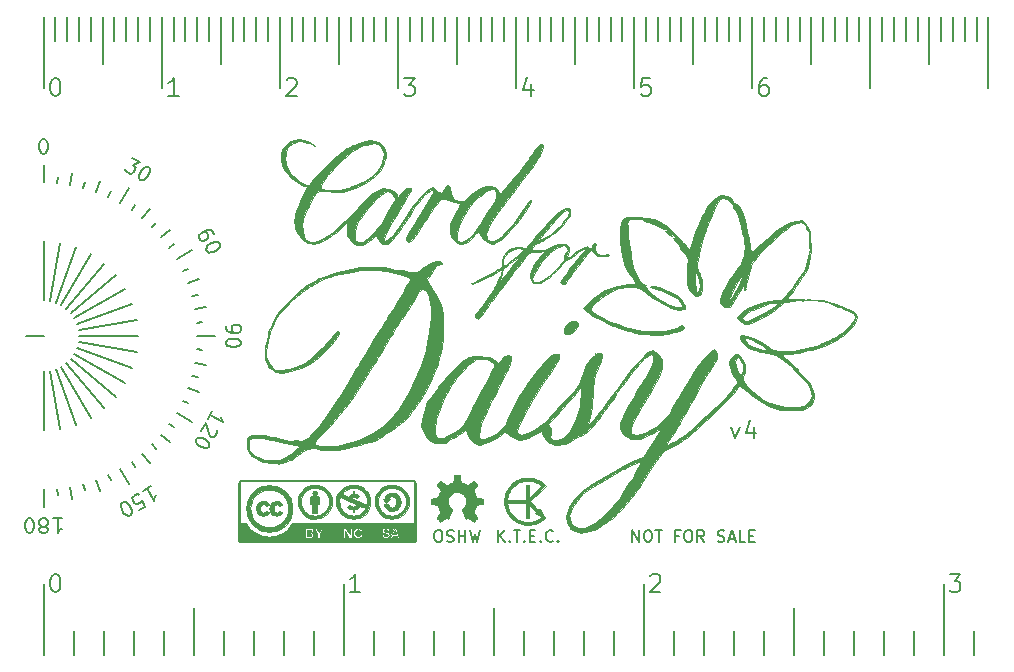
<source format=gbr>
G04 #@! TF.FileFunction,Copper,L1,Top,Signal*
%FSLAX46Y46*%
G04 Gerber Fmt 4.6, Leading zero omitted, Abs format (unit mm)*
G04 Created by KiCad (PCBNEW 4.0.2-stable) date 9/4/2017 8:51:09 PM*
%MOMM*%
G01*
G04 APERTURE LIST*
%ADD10C,0.152400*%
%ADD11C,0.200000*%
%ADD12C,0.010000*%
%ADD13C,0.150000*%
G04 APERTURE END LIST*
D10*
D11*
X82833333Y-74452381D02*
X82833333Y-73452381D01*
X83404762Y-74452381D01*
X83404762Y-73452381D01*
X84071428Y-73452381D02*
X84261905Y-73452381D01*
X84357143Y-73500000D01*
X84452381Y-73595238D01*
X84500000Y-73785714D01*
X84500000Y-74119048D01*
X84452381Y-74309524D01*
X84357143Y-74404762D01*
X84261905Y-74452381D01*
X84071428Y-74452381D01*
X83976190Y-74404762D01*
X83880952Y-74309524D01*
X83833333Y-74119048D01*
X83833333Y-73785714D01*
X83880952Y-73595238D01*
X83976190Y-73500000D01*
X84071428Y-73452381D01*
X84785714Y-73452381D02*
X85357143Y-73452381D01*
X85071428Y-74452381D02*
X85071428Y-73452381D01*
X86785715Y-73928571D02*
X86452381Y-73928571D01*
X86452381Y-74452381D02*
X86452381Y-73452381D01*
X86928572Y-73452381D01*
X87500000Y-73452381D02*
X87690477Y-73452381D01*
X87785715Y-73500000D01*
X87880953Y-73595238D01*
X87928572Y-73785714D01*
X87928572Y-74119048D01*
X87880953Y-74309524D01*
X87785715Y-74404762D01*
X87690477Y-74452381D01*
X87500000Y-74452381D01*
X87404762Y-74404762D01*
X87309524Y-74309524D01*
X87261905Y-74119048D01*
X87261905Y-73785714D01*
X87309524Y-73595238D01*
X87404762Y-73500000D01*
X87500000Y-73452381D01*
X88928572Y-74452381D02*
X88595238Y-73976190D01*
X88357143Y-74452381D02*
X88357143Y-73452381D01*
X88738096Y-73452381D01*
X88833334Y-73500000D01*
X88880953Y-73547619D01*
X88928572Y-73642857D01*
X88928572Y-73785714D01*
X88880953Y-73880952D01*
X88833334Y-73928571D01*
X88738096Y-73976190D01*
X88357143Y-73976190D01*
X90071429Y-74404762D02*
X90214286Y-74452381D01*
X90452382Y-74452381D01*
X90547620Y-74404762D01*
X90595239Y-74357143D01*
X90642858Y-74261905D01*
X90642858Y-74166667D01*
X90595239Y-74071429D01*
X90547620Y-74023810D01*
X90452382Y-73976190D01*
X90261905Y-73928571D01*
X90166667Y-73880952D01*
X90119048Y-73833333D01*
X90071429Y-73738095D01*
X90071429Y-73642857D01*
X90119048Y-73547619D01*
X90166667Y-73500000D01*
X90261905Y-73452381D01*
X90500001Y-73452381D01*
X90642858Y-73500000D01*
X91023810Y-74166667D02*
X91500001Y-74166667D01*
X90928572Y-74452381D02*
X91261905Y-73452381D01*
X91595239Y-74452381D01*
X92404763Y-74452381D02*
X91928572Y-74452381D01*
X91928572Y-73452381D01*
X92738096Y-73928571D02*
X93071430Y-73928571D01*
X93214287Y-74452381D02*
X92738096Y-74452381D01*
X92738096Y-73452381D01*
X93214287Y-73452381D01*
X46926950Y-63995574D02*
X47284093Y-63376985D01*
X47105521Y-63686280D02*
X48188053Y-64311280D01*
X48092929Y-64118895D01*
X48049355Y-63956274D01*
X48057330Y-63823413D01*
X47668288Y-64973443D02*
X47690075Y-65054754D01*
X47682101Y-65187615D01*
X47533291Y-65445361D01*
X47422218Y-65518696D01*
X47340907Y-65540484D01*
X47208047Y-65532509D01*
X47104949Y-65472985D01*
X46980064Y-65332151D01*
X46718617Y-64356418D01*
X46331712Y-65026557D01*
X47027339Y-66321695D02*
X46967815Y-66424794D01*
X46856742Y-66498130D01*
X46775431Y-66519917D01*
X46642571Y-66511943D01*
X46406612Y-66444444D01*
X46148867Y-66295634D01*
X45972432Y-66125038D01*
X45899096Y-66013964D01*
X45877309Y-65932654D01*
X45885283Y-65799794D01*
X45944807Y-65696695D01*
X46055880Y-65623359D01*
X46137191Y-65601572D01*
X46270051Y-65609546D01*
X46506010Y-65677045D01*
X46763755Y-65825854D01*
X46940190Y-65996451D01*
X47013526Y-66107524D01*
X47035313Y-66188835D01*
X47027339Y-66321695D01*
X33833333Y-72434524D02*
X34547619Y-72434524D01*
X34190476Y-72434524D02*
X34190476Y-73684524D01*
X34309524Y-73505952D01*
X34428571Y-73386905D01*
X34547619Y-73327381D01*
X33119048Y-73148810D02*
X33238095Y-73208333D01*
X33297619Y-73267857D01*
X33357143Y-73386905D01*
X33357143Y-73446429D01*
X33297619Y-73565476D01*
X33238095Y-73625000D01*
X33119048Y-73684524D01*
X32880952Y-73684524D01*
X32761905Y-73625000D01*
X32702381Y-73565476D01*
X32642857Y-73446429D01*
X32642857Y-73386905D01*
X32702381Y-73267857D01*
X32761905Y-73208333D01*
X32880952Y-73148810D01*
X33119048Y-73148810D01*
X33238095Y-73089286D01*
X33297619Y-73029762D01*
X33357143Y-72910714D01*
X33357143Y-72672619D01*
X33297619Y-72553571D01*
X33238095Y-72494048D01*
X33119048Y-72434524D01*
X32880952Y-72434524D01*
X32761905Y-72494048D01*
X32702381Y-72553571D01*
X32642857Y-72672619D01*
X32642857Y-72910714D01*
X32702381Y-73029762D01*
X32761905Y-73089286D01*
X32880952Y-73148810D01*
X31869048Y-73684524D02*
X31750000Y-73684524D01*
X31630952Y-73625000D01*
X31571429Y-73565476D01*
X31511905Y-73446429D01*
X31452381Y-73208333D01*
X31452381Y-72910714D01*
X31511905Y-72672619D01*
X31571429Y-72553571D01*
X31630952Y-72494048D01*
X31750000Y-72434524D01*
X31869048Y-72434524D01*
X31988095Y-72494048D01*
X32047619Y-72553571D01*
X32107143Y-72672619D01*
X32166667Y-72910714D01*
X32166667Y-73208333D01*
X32107143Y-73446429D01*
X32047619Y-73565476D01*
X31988095Y-73625000D01*
X31869048Y-73684524D01*
X41438950Y-70093617D02*
X42057539Y-69736474D01*
X41748244Y-69915045D02*
X42373244Y-70997577D01*
X42387057Y-70783405D01*
X42430631Y-70620784D01*
X42503968Y-70509711D01*
X41084516Y-71741625D02*
X41600008Y-71444006D01*
X41353938Y-70898752D01*
X41332151Y-70980064D01*
X41258814Y-71091136D01*
X41001068Y-71239946D01*
X40868209Y-71247921D01*
X40786897Y-71226133D01*
X40675824Y-71152797D01*
X40527015Y-70895051D01*
X40519040Y-70762191D01*
X40540828Y-70680880D01*
X40614163Y-70569807D01*
X40871909Y-70420998D01*
X41004770Y-70413023D01*
X41086080Y-70434810D01*
X40362829Y-72158291D02*
X40259730Y-72217815D01*
X40126870Y-72225790D01*
X40045559Y-72204002D01*
X39934486Y-72130666D01*
X39763889Y-71954231D01*
X39615080Y-71696486D01*
X39547581Y-71460527D01*
X39539607Y-71327667D01*
X39561394Y-71246357D01*
X39634730Y-71135283D01*
X39737829Y-71075759D01*
X39870689Y-71067785D01*
X39951999Y-71089572D01*
X40063073Y-71162908D01*
X40233669Y-71339343D01*
X40382479Y-71597088D01*
X40449978Y-71833047D01*
X40457952Y-71965907D01*
X40436165Y-72047218D01*
X40362829Y-72158291D01*
X48434524Y-56166667D02*
X48434524Y-56404762D01*
X48494048Y-56523810D01*
X48553571Y-56583334D01*
X48732143Y-56702381D01*
X48970238Y-56761905D01*
X49446429Y-56761905D01*
X49565476Y-56702381D01*
X49625000Y-56642857D01*
X49684524Y-56523810D01*
X49684524Y-56285714D01*
X49625000Y-56166667D01*
X49565476Y-56107143D01*
X49446429Y-56047619D01*
X49148810Y-56047619D01*
X49029762Y-56107143D01*
X48970238Y-56166667D01*
X48910714Y-56285714D01*
X48910714Y-56523810D01*
X48970238Y-56642857D01*
X49029762Y-56702381D01*
X49148810Y-56761905D01*
X49684524Y-57535714D02*
X49684524Y-57654762D01*
X49625000Y-57773810D01*
X49565476Y-57833333D01*
X49446429Y-57892857D01*
X49208333Y-57952381D01*
X48910714Y-57952381D01*
X48672619Y-57892857D01*
X48553571Y-57833333D01*
X48494048Y-57773810D01*
X48434524Y-57654762D01*
X48434524Y-57535714D01*
X48494048Y-57416667D01*
X48553571Y-57357143D01*
X48672619Y-57297619D01*
X48910714Y-57238095D01*
X49208333Y-57238095D01*
X49446429Y-57297619D01*
X49565476Y-57357143D01*
X49625000Y-57416667D01*
X49684524Y-57535714D01*
X47414244Y-48348443D02*
X47295196Y-48142247D01*
X47184123Y-48068910D01*
X47102812Y-48047124D01*
X46888641Y-48033311D01*
X46652683Y-48100809D01*
X46240289Y-48338904D01*
X46166953Y-48449978D01*
X46145166Y-48531288D01*
X46153140Y-48664148D01*
X46272188Y-48870345D01*
X46383261Y-48943681D01*
X46464572Y-48965469D01*
X46597432Y-48957494D01*
X46855178Y-48808685D01*
X46928514Y-48697611D01*
X46950302Y-48616300D01*
X46942327Y-48483441D01*
X46823279Y-48277244D01*
X46712207Y-48203907D01*
X46630895Y-48182120D01*
X46498035Y-48190095D01*
X47860672Y-49121680D02*
X47920196Y-49224779D01*
X47928171Y-49357639D01*
X47906383Y-49438950D01*
X47833047Y-49550022D01*
X47656612Y-49720620D01*
X47398867Y-49869429D01*
X47162908Y-49936927D01*
X47030048Y-49944902D01*
X46948738Y-49923115D01*
X46837664Y-49849779D01*
X46778140Y-49746680D01*
X46770166Y-49613820D01*
X46791953Y-49532509D01*
X46865289Y-49421436D01*
X47041724Y-49250839D01*
X47299469Y-49102030D01*
X47535428Y-49034531D01*
X47668288Y-49026557D01*
X47749599Y-49048344D01*
X47860672Y-49121680D01*
X40465927Y-41901232D02*
X41136066Y-42288137D01*
X40537126Y-42492197D01*
X40691774Y-42581483D01*
X40765110Y-42692555D01*
X40786897Y-42773867D01*
X40778923Y-42906727D01*
X40630113Y-43164473D01*
X40519040Y-43237809D01*
X40437729Y-43259596D01*
X40304869Y-43251622D01*
X39995574Y-43073050D01*
X39922238Y-42961977D01*
X39900450Y-42880666D01*
X41806204Y-42675042D02*
X41909303Y-42734566D01*
X41982639Y-42845639D01*
X42004426Y-42926950D01*
X41996451Y-43059810D01*
X41928953Y-43295769D01*
X41780143Y-43553514D01*
X41609546Y-43729949D01*
X41498473Y-43803285D01*
X41417163Y-43825072D01*
X41284303Y-43817098D01*
X41181204Y-43757574D01*
X41107868Y-43646501D01*
X41086080Y-43565190D01*
X41094055Y-43432330D01*
X41161553Y-43196371D01*
X41310363Y-42938626D01*
X41480960Y-42762191D01*
X41592033Y-42688855D01*
X41673344Y-42667068D01*
X41806204Y-42675042D01*
X32940476Y-40315476D02*
X33059524Y-40315476D01*
X33178572Y-40375000D01*
X33238095Y-40434524D01*
X33297619Y-40553571D01*
X33357143Y-40791667D01*
X33357143Y-41089286D01*
X33297619Y-41327381D01*
X33238095Y-41446429D01*
X33178572Y-41505952D01*
X33059524Y-41565476D01*
X32940476Y-41565476D01*
X32821429Y-41505952D01*
X32761905Y-41446429D01*
X32702381Y-41327381D01*
X32642857Y-41089286D01*
X32642857Y-40791667D01*
X32702381Y-40553571D01*
X32761905Y-40434524D01*
X32821429Y-40375000D01*
X32940476Y-40315476D01*
X91214286Y-64678571D02*
X91571429Y-65678571D01*
X91928571Y-64678571D01*
X93142857Y-64678571D02*
X93142857Y-65678571D01*
X92785714Y-64107143D02*
X92428571Y-65178571D01*
X93357143Y-65178571D01*
X71452382Y-74452381D02*
X71452382Y-73452381D01*
X72023811Y-74452381D02*
X71595239Y-73880952D01*
X72023811Y-73452381D02*
X71452382Y-74023810D01*
X72452382Y-74357143D02*
X72500001Y-74404762D01*
X72452382Y-74452381D01*
X72404763Y-74404762D01*
X72452382Y-74357143D01*
X72452382Y-74452381D01*
X72785715Y-73452381D02*
X73357144Y-73452381D01*
X73071429Y-74452381D02*
X73071429Y-73452381D01*
X73690477Y-74357143D02*
X73738096Y-74404762D01*
X73690477Y-74452381D01*
X73642858Y-74404762D01*
X73690477Y-74357143D01*
X73690477Y-74452381D01*
X74166667Y-73928571D02*
X74500001Y-73928571D01*
X74642858Y-74452381D02*
X74166667Y-74452381D01*
X74166667Y-73452381D01*
X74642858Y-73452381D01*
X75071429Y-74357143D02*
X75119048Y-74404762D01*
X75071429Y-74452381D01*
X75023810Y-74404762D01*
X75071429Y-74357143D01*
X75071429Y-74452381D01*
X76119048Y-74357143D02*
X76071429Y-74404762D01*
X75928572Y-74452381D01*
X75833334Y-74452381D01*
X75690476Y-74404762D01*
X75595238Y-74309524D01*
X75547619Y-74214286D01*
X75500000Y-74023810D01*
X75500000Y-73880952D01*
X75547619Y-73690476D01*
X75595238Y-73595238D01*
X75690476Y-73500000D01*
X75833334Y-73452381D01*
X75928572Y-73452381D01*
X76071429Y-73500000D01*
X76119048Y-73547619D01*
X76547619Y-74357143D02*
X76595238Y-74404762D01*
X76547619Y-74452381D01*
X76500000Y-74404762D01*
X76547619Y-74357143D01*
X76547619Y-74452381D01*
X66333333Y-73452381D02*
X66523810Y-73452381D01*
X66619048Y-73500000D01*
X66714286Y-73595238D01*
X66761905Y-73785714D01*
X66761905Y-74119048D01*
X66714286Y-74309524D01*
X66619048Y-74404762D01*
X66523810Y-74452381D01*
X66333333Y-74452381D01*
X66238095Y-74404762D01*
X66142857Y-74309524D01*
X66095238Y-74119048D01*
X66095238Y-73785714D01*
X66142857Y-73595238D01*
X66238095Y-73500000D01*
X66333333Y-73452381D01*
X67142857Y-74404762D02*
X67285714Y-74452381D01*
X67523810Y-74452381D01*
X67619048Y-74404762D01*
X67666667Y-74357143D01*
X67714286Y-74261905D01*
X67714286Y-74166667D01*
X67666667Y-74071429D01*
X67619048Y-74023810D01*
X67523810Y-73976190D01*
X67333333Y-73928571D01*
X67238095Y-73880952D01*
X67190476Y-73833333D01*
X67142857Y-73738095D01*
X67142857Y-73642857D01*
X67190476Y-73547619D01*
X67238095Y-73500000D01*
X67333333Y-73452381D01*
X67571429Y-73452381D01*
X67714286Y-73500000D01*
X68142857Y-74452381D02*
X68142857Y-73452381D01*
X68142857Y-73928571D02*
X68714286Y-73928571D01*
X68714286Y-74452381D02*
X68714286Y-73452381D01*
X69095238Y-73452381D02*
X69333333Y-74452381D01*
X69523810Y-73738095D01*
X69714286Y-74452381D01*
X69952381Y-73452381D01*
X94285715Y-35178571D02*
X94000001Y-35178571D01*
X93857144Y-35250000D01*
X93785715Y-35321429D01*
X93642858Y-35535714D01*
X93571429Y-35821429D01*
X93571429Y-36392857D01*
X93642858Y-36535714D01*
X93714286Y-36607143D01*
X93857144Y-36678571D01*
X94142858Y-36678571D01*
X94285715Y-36607143D01*
X94357144Y-36535714D01*
X94428572Y-36392857D01*
X94428572Y-36035714D01*
X94357144Y-35892857D01*
X94285715Y-35821429D01*
X94142858Y-35750000D01*
X93857144Y-35750000D01*
X93714286Y-35821429D01*
X93642858Y-35892857D01*
X93571429Y-36035714D01*
X84357144Y-35178571D02*
X83642858Y-35178571D01*
X83571429Y-35892857D01*
X83642858Y-35821429D01*
X83785715Y-35750000D01*
X84142858Y-35750000D01*
X84285715Y-35821429D01*
X84357144Y-35892857D01*
X84428572Y-36035714D01*
X84428572Y-36392857D01*
X84357144Y-36535714D01*
X84285715Y-36607143D01*
X84142858Y-36678571D01*
X83785715Y-36678571D01*
X83642858Y-36607143D01*
X83571429Y-36535714D01*
X74285715Y-35678571D02*
X74285715Y-36678571D01*
X73928572Y-35107143D02*
X73571429Y-36178571D01*
X74500001Y-36178571D01*
X63500001Y-35178571D02*
X64428572Y-35178571D01*
X63928572Y-35750000D01*
X64142858Y-35750000D01*
X64285715Y-35821429D01*
X64357144Y-35892857D01*
X64428572Y-36035714D01*
X64428572Y-36392857D01*
X64357144Y-36535714D01*
X64285715Y-36607143D01*
X64142858Y-36678571D01*
X63714286Y-36678571D01*
X63571429Y-36607143D01*
X63500001Y-36535714D01*
X53571429Y-35321429D02*
X53642858Y-35250000D01*
X53785715Y-35178571D01*
X54142858Y-35178571D01*
X54285715Y-35250000D01*
X54357144Y-35321429D01*
X54428572Y-35464286D01*
X54428572Y-35607143D01*
X54357144Y-35821429D01*
X53500001Y-36678571D01*
X54428572Y-36678571D01*
X44428572Y-36678571D02*
X43571429Y-36678571D01*
X44000001Y-36678571D02*
X44000001Y-35178571D01*
X43857144Y-35392857D01*
X43714286Y-35535714D01*
X43571429Y-35607143D01*
X33928572Y-35178571D02*
X34071429Y-35178571D01*
X34214286Y-35250000D01*
X34285715Y-35321429D01*
X34357144Y-35464286D01*
X34428572Y-35750000D01*
X34428572Y-36107143D01*
X34357144Y-36392857D01*
X34285715Y-36535714D01*
X34214286Y-36607143D01*
X34071429Y-36678571D01*
X33928572Y-36678571D01*
X33785715Y-36607143D01*
X33714286Y-36535714D01*
X33642858Y-36392857D01*
X33571429Y-36107143D01*
X33571429Y-35750000D01*
X33642858Y-35464286D01*
X33714286Y-35321429D01*
X33785715Y-35250000D01*
X33928572Y-35178571D01*
X109700001Y-77178571D02*
X110628572Y-77178571D01*
X110128572Y-77750000D01*
X110342858Y-77750000D01*
X110485715Y-77821429D01*
X110557144Y-77892857D01*
X110628572Y-78035714D01*
X110628572Y-78392857D01*
X110557144Y-78535714D01*
X110485715Y-78607143D01*
X110342858Y-78678571D01*
X109914286Y-78678571D01*
X109771429Y-78607143D01*
X109700001Y-78535714D01*
X84371429Y-77321429D02*
X84442858Y-77250000D01*
X84585715Y-77178571D01*
X84942858Y-77178571D01*
X85085715Y-77250000D01*
X85157144Y-77321429D01*
X85228572Y-77464286D01*
X85228572Y-77607143D01*
X85157144Y-77821429D01*
X84300001Y-78678571D01*
X85228572Y-78678571D01*
X59828572Y-78678571D02*
X58971429Y-78678571D01*
X59400001Y-78678571D02*
X59400001Y-77178571D01*
X59257144Y-77392857D01*
X59114286Y-77535714D01*
X58971429Y-77607143D01*
X33928572Y-77178571D02*
X34071429Y-77178571D01*
X34214286Y-77250000D01*
X34285715Y-77321429D01*
X34357144Y-77464286D01*
X34428572Y-77750000D01*
X34428572Y-78107143D01*
X34357144Y-78392857D01*
X34285715Y-78535714D01*
X34214286Y-78607143D01*
X34071429Y-78678571D01*
X33928572Y-78678571D01*
X33785715Y-78607143D01*
X33714286Y-78535714D01*
X33642858Y-78392857D01*
X33571429Y-78107143D01*
X33571429Y-77750000D01*
X33642858Y-77464286D01*
X33714286Y-77321429D01*
X33785715Y-77250000D01*
X33928572Y-77178571D01*
D12*
G36*
X73995826Y-69000573D02*
X73968971Y-69000198D01*
X73913502Y-69001712D01*
X73764863Y-69013363D01*
X73616541Y-69036275D01*
X73469140Y-69070604D01*
X73323268Y-69116507D01*
X73181312Y-69173380D01*
X73045505Y-69240178D01*
X72916216Y-69316395D01*
X72793816Y-69401524D01*
X72678674Y-69495057D01*
X72571161Y-69596489D01*
X72471645Y-69705311D01*
X72380498Y-69821018D01*
X72298088Y-69943103D01*
X72224786Y-70071058D01*
X72160962Y-70204377D01*
X72106985Y-70342554D01*
X72063225Y-70485080D01*
X72030053Y-70631451D01*
X72007838Y-70781157D01*
X71996949Y-70933694D01*
X71997705Y-71086618D01*
X72009950Y-71237469D01*
X72033349Y-71385717D01*
X72067567Y-71530833D01*
X72112269Y-71672285D01*
X72167118Y-71809544D01*
X72231779Y-71942078D01*
X72305918Y-72069359D01*
X72389197Y-72190855D01*
X72481282Y-72306036D01*
X72581838Y-72414373D01*
X72690528Y-72515333D01*
X72807018Y-72608389D01*
X72930972Y-72693008D01*
X73062053Y-72768661D01*
X73199928Y-72834817D01*
X73296740Y-72873798D01*
X73394704Y-72907353D01*
X73493625Y-72935550D01*
X73593312Y-72958459D01*
X73693569Y-72976149D01*
X73794202Y-72988687D01*
X73895020Y-72996143D01*
X73995826Y-72998587D01*
X73995826Y-72749140D01*
X73819492Y-72740408D01*
X73643753Y-72713851D01*
X73469954Y-72669021D01*
X73384202Y-72639614D01*
X73299440Y-72605472D01*
X73188802Y-72552836D01*
X73083140Y-72493241D01*
X72982675Y-72427039D01*
X72887629Y-72354580D01*
X72798223Y-72276217D01*
X72714680Y-72192300D01*
X72637221Y-72103181D01*
X72566068Y-72009211D01*
X72501443Y-71910743D01*
X72443567Y-71808126D01*
X72392662Y-71701713D01*
X72348950Y-71591856D01*
X72312653Y-71478904D01*
X72283992Y-71363211D01*
X72263189Y-71245126D01*
X72250465Y-71125003D01*
X73870826Y-71125003D01*
X73870826Y-72375003D01*
X73995826Y-72375003D01*
X73995826Y-69625003D01*
X73870826Y-69625003D01*
X73870826Y-70875003D01*
X72250319Y-70875003D01*
X72264222Y-70746708D01*
X72287275Y-70620964D01*
X72319184Y-70498169D01*
X72359658Y-70378723D01*
X72408406Y-70263026D01*
X72465136Y-70151476D01*
X72529558Y-70044473D01*
X72601379Y-69942417D01*
X72680308Y-69845706D01*
X72766053Y-69754740D01*
X72858323Y-69669919D01*
X72956827Y-69591641D01*
X73061273Y-69520307D01*
X73171370Y-69456315D01*
X73286826Y-69400065D01*
X73407350Y-69351956D01*
X73551166Y-69307433D01*
X73696543Y-69275703D01*
X73842734Y-69256575D01*
X73988990Y-69249857D01*
X73995826Y-69250133D01*
X73995826Y-69000573D01*
X73995826Y-69000573D01*
X73995826Y-69000573D01*
G37*
X73995826Y-69000573D02*
X73968971Y-69000198D01*
X73913502Y-69001712D01*
X73764863Y-69013363D01*
X73616541Y-69036275D01*
X73469140Y-69070604D01*
X73323268Y-69116507D01*
X73181312Y-69173380D01*
X73045505Y-69240178D01*
X72916216Y-69316395D01*
X72793816Y-69401524D01*
X72678674Y-69495057D01*
X72571161Y-69596489D01*
X72471645Y-69705311D01*
X72380498Y-69821018D01*
X72298088Y-69943103D01*
X72224786Y-70071058D01*
X72160962Y-70204377D01*
X72106985Y-70342554D01*
X72063225Y-70485080D01*
X72030053Y-70631451D01*
X72007838Y-70781157D01*
X71996949Y-70933694D01*
X71997705Y-71086618D01*
X72009950Y-71237469D01*
X72033349Y-71385717D01*
X72067567Y-71530833D01*
X72112269Y-71672285D01*
X72167118Y-71809544D01*
X72231779Y-71942078D01*
X72305918Y-72069359D01*
X72389197Y-72190855D01*
X72481282Y-72306036D01*
X72581838Y-72414373D01*
X72690528Y-72515333D01*
X72807018Y-72608389D01*
X72930972Y-72693008D01*
X73062053Y-72768661D01*
X73199928Y-72834817D01*
X73296740Y-72873798D01*
X73394704Y-72907353D01*
X73493625Y-72935550D01*
X73593312Y-72958459D01*
X73693569Y-72976149D01*
X73794202Y-72988687D01*
X73895020Y-72996143D01*
X73995826Y-72998587D01*
X73995826Y-72749140D01*
X73819492Y-72740408D01*
X73643753Y-72713851D01*
X73469954Y-72669021D01*
X73384202Y-72639614D01*
X73299440Y-72605472D01*
X73188802Y-72552836D01*
X73083140Y-72493241D01*
X72982675Y-72427039D01*
X72887629Y-72354580D01*
X72798223Y-72276217D01*
X72714680Y-72192300D01*
X72637221Y-72103181D01*
X72566068Y-72009211D01*
X72501443Y-71910743D01*
X72443567Y-71808126D01*
X72392662Y-71701713D01*
X72348950Y-71591856D01*
X72312653Y-71478904D01*
X72283992Y-71363211D01*
X72263189Y-71245126D01*
X72250465Y-71125003D01*
X73870826Y-71125003D01*
X73870826Y-72375003D01*
X73995826Y-72375003D01*
X73995826Y-69625003D01*
X73870826Y-69625003D01*
X73870826Y-70875003D01*
X72250319Y-70875003D01*
X72264222Y-70746708D01*
X72287275Y-70620964D01*
X72319184Y-70498169D01*
X72359658Y-70378723D01*
X72408406Y-70263026D01*
X72465136Y-70151476D01*
X72529558Y-70044473D01*
X72601379Y-69942417D01*
X72680308Y-69845706D01*
X72766053Y-69754740D01*
X72858323Y-69669919D01*
X72956827Y-69591641D01*
X73061273Y-69520307D01*
X73171370Y-69456315D01*
X73286826Y-69400065D01*
X73407350Y-69351956D01*
X73551166Y-69307433D01*
X73696543Y-69275703D01*
X73842734Y-69256575D01*
X73988990Y-69249857D01*
X73995826Y-69250133D01*
X73995826Y-69000573D01*
X73995826Y-69000573D01*
G36*
X73995826Y-69000573D02*
X73995826Y-69250133D01*
X74151617Y-69257085D01*
X74305650Y-69277790D01*
X74457010Y-69312011D01*
X74604777Y-69359507D01*
X74748036Y-69420042D01*
X74885867Y-69493377D01*
X75017354Y-69579273D01*
X75141578Y-69677493D01*
X74120826Y-70698245D01*
X74120826Y-69625003D01*
X73995826Y-69625003D01*
X73995826Y-72375003D01*
X74120826Y-72375003D01*
X74120826Y-71301810D01*
X74719947Y-71900882D01*
X74620826Y-72000003D01*
X75176393Y-72291604D01*
X75049110Y-72397393D01*
X74913965Y-72489645D01*
X74771991Y-72568187D01*
X74624220Y-72632843D01*
X74471685Y-72683440D01*
X74315419Y-72719805D01*
X74156455Y-72741763D01*
X73995826Y-72749140D01*
X73995826Y-72998587D01*
X74190185Y-72989112D01*
X74382349Y-72961001D01*
X74570906Y-72914492D01*
X74663389Y-72884412D01*
X74754439Y-72849821D01*
X74843879Y-72810749D01*
X74931533Y-72767226D01*
X75017224Y-72719280D01*
X75100774Y-72666942D01*
X75182007Y-72610242D01*
X75260746Y-72549208D01*
X75336815Y-72483871D01*
X75410035Y-72414261D01*
X74995826Y-71625003D01*
X74896705Y-71724124D01*
X74172584Y-71000003D01*
X75495338Y-69677200D01*
X75421009Y-69597424D01*
X75343073Y-69522383D01*
X75261748Y-69452133D01*
X75177255Y-69386731D01*
X75089811Y-69326234D01*
X74999635Y-69270698D01*
X74906947Y-69220178D01*
X74811966Y-69174732D01*
X74714910Y-69134416D01*
X74615999Y-69099286D01*
X74515451Y-69069399D01*
X74413486Y-69044810D01*
X74310321Y-69025577D01*
X74206178Y-69011756D01*
X74101273Y-69003402D01*
X73995826Y-69000573D01*
X73995826Y-69000573D01*
X73995826Y-69000573D01*
G37*
X73995826Y-69000573D02*
X73995826Y-69250133D01*
X74151617Y-69257085D01*
X74305650Y-69277790D01*
X74457010Y-69312011D01*
X74604777Y-69359507D01*
X74748036Y-69420042D01*
X74885867Y-69493377D01*
X75017354Y-69579273D01*
X75141578Y-69677493D01*
X74120826Y-70698245D01*
X74120826Y-69625003D01*
X73995826Y-69625003D01*
X73995826Y-72375003D01*
X74120826Y-72375003D01*
X74120826Y-71301810D01*
X74719947Y-71900882D01*
X74620826Y-72000003D01*
X75176393Y-72291604D01*
X75049110Y-72397393D01*
X74913965Y-72489645D01*
X74771991Y-72568187D01*
X74624220Y-72632843D01*
X74471685Y-72683440D01*
X74315419Y-72719805D01*
X74156455Y-72741763D01*
X73995826Y-72749140D01*
X73995826Y-72998587D01*
X74190185Y-72989112D01*
X74382349Y-72961001D01*
X74570906Y-72914492D01*
X74663389Y-72884412D01*
X74754439Y-72849821D01*
X74843879Y-72810749D01*
X74931533Y-72767226D01*
X75017224Y-72719280D01*
X75100774Y-72666942D01*
X75182007Y-72610242D01*
X75260746Y-72549208D01*
X75336815Y-72483871D01*
X75410035Y-72414261D01*
X74995826Y-71625003D01*
X74896705Y-71724124D01*
X74172584Y-71000003D01*
X75495338Y-69677200D01*
X75421009Y-69597424D01*
X75343073Y-69522383D01*
X75261748Y-69452133D01*
X75177255Y-69386731D01*
X75089811Y-69326234D01*
X74999635Y-69270698D01*
X74906947Y-69220178D01*
X74811966Y-69174732D01*
X74714910Y-69134416D01*
X74615999Y-69099286D01*
X74515451Y-69069399D01*
X74413486Y-69044810D01*
X74310321Y-69025577D01*
X74206178Y-69011756D01*
X74101273Y-69003402D01*
X73995826Y-69000573D01*
X73995826Y-69000573D01*
G36*
X68033713Y-68788214D02*
X68060461Y-68788293D01*
X68086332Y-68788419D01*
X68110932Y-68788590D01*
X68133869Y-68788808D01*
X68154751Y-68789071D01*
X68173184Y-68789380D01*
X68188777Y-68789736D01*
X68201137Y-68790137D01*
X68209870Y-68790583D01*
X68214586Y-68791076D01*
X68215320Y-68791354D01*
X68215864Y-68793932D01*
X68217200Y-68800788D01*
X68219279Y-68811655D01*
X68222052Y-68826272D01*
X68225468Y-68844373D01*
X68229480Y-68865694D01*
X68234036Y-68889972D01*
X68239088Y-68916943D01*
X68244586Y-68946342D01*
X68250481Y-68977905D01*
X68256722Y-69011369D01*
X68263261Y-69046469D01*
X68270047Y-69082942D01*
X68273722Y-69102705D01*
X68331054Y-69411171D01*
X68364686Y-69418745D01*
X68447844Y-69439831D01*
X68529942Y-69465368D01*
X68610757Y-69495263D01*
X68690064Y-69529425D01*
X68767640Y-69567762D01*
X68843261Y-69610183D01*
X68865815Y-69623867D01*
X68875724Y-69629764D01*
X68884342Y-69634474D01*
X68890869Y-69637591D01*
X68894508Y-69638710D01*
X68894866Y-69638634D01*
X68897050Y-69637160D01*
X68902818Y-69633223D01*
X68911948Y-69626978D01*
X68924218Y-69618576D01*
X68939404Y-69608170D01*
X68957285Y-69595913D01*
X68977638Y-69581957D01*
X69000240Y-69566454D01*
X69024869Y-69549559D01*
X69051302Y-69531422D01*
X69079317Y-69512197D01*
X69108691Y-69492036D01*
X69139203Y-69471092D01*
X69153917Y-69460990D01*
X69184868Y-69439752D01*
X69214779Y-69419246D01*
X69243428Y-69399624D01*
X69270596Y-69381036D01*
X69296059Y-69363634D01*
X69319595Y-69347569D01*
X69340985Y-69332991D01*
X69360005Y-69320051D01*
X69376434Y-69308901D01*
X69390051Y-69299692D01*
X69400633Y-69292575D01*
X69407959Y-69287700D01*
X69411808Y-69285219D01*
X69412355Y-69284922D01*
X69414242Y-69286514D01*
X69419104Y-69291106D01*
X69426663Y-69298417D01*
X69436641Y-69308171D01*
X69448758Y-69320090D01*
X69462737Y-69333894D01*
X69478299Y-69349306D01*
X69495165Y-69366047D01*
X69513057Y-69383839D01*
X69531697Y-69402404D01*
X69550805Y-69421464D01*
X69570104Y-69440740D01*
X69589315Y-69459954D01*
X69608159Y-69478829D01*
X69626358Y-69497084D01*
X69643633Y-69514443D01*
X69659707Y-69530627D01*
X69674300Y-69545358D01*
X69687134Y-69558358D01*
X69697930Y-69569348D01*
X69706411Y-69578050D01*
X69712297Y-69584186D01*
X69715310Y-69587477D01*
X69715654Y-69587960D01*
X69714371Y-69590033D01*
X69710624Y-69595690D01*
X69704563Y-69604707D01*
X69696340Y-69616864D01*
X69686107Y-69631937D01*
X69674016Y-69649705D01*
X69660217Y-69669945D01*
X69644863Y-69692435D01*
X69628105Y-69716953D01*
X69610094Y-69743276D01*
X69590983Y-69771183D01*
X69570922Y-69800451D01*
X69550064Y-69830858D01*
X69540933Y-69844161D01*
X69519775Y-69874999D01*
X69499351Y-69904803D01*
X69479811Y-69933350D01*
X69461309Y-69960416D01*
X69443994Y-69985780D01*
X69428020Y-70009217D01*
X69413537Y-70030506D01*
X69400698Y-70049422D01*
X69389653Y-70065743D01*
X69380555Y-70079246D01*
X69373555Y-70089708D01*
X69368805Y-70096906D01*
X69366456Y-70100617D01*
X69366222Y-70101084D01*
X69367428Y-70103792D01*
X69370734Y-70109586D01*
X69375686Y-70117708D01*
X69381827Y-70127399D01*
X69384293Y-70131204D01*
X69407424Y-70168084D01*
X69430914Y-70208157D01*
X69454053Y-70250124D01*
X69476133Y-70292686D01*
X69496445Y-70334542D01*
X69502898Y-70348550D01*
X69521930Y-70392700D01*
X69540510Y-70440080D01*
X69558170Y-70489323D01*
X69574442Y-70539059D01*
X69588857Y-70587919D01*
X69600946Y-70634534D01*
X69601339Y-70636185D01*
X69609948Y-70672421D01*
X69619506Y-70674439D01*
X69622932Y-70675105D01*
X69630618Y-70676561D01*
X69642285Y-70678754D01*
X69657653Y-70681633D01*
X69676441Y-70685145D01*
X69698369Y-70689238D01*
X69723158Y-70693859D01*
X69750526Y-70698958D01*
X69780194Y-70704480D01*
X69811883Y-70710374D01*
X69845311Y-70716588D01*
X69880198Y-70723070D01*
X69916266Y-70729767D01*
X69920572Y-70730567D01*
X70212081Y-70784677D01*
X70212095Y-70999730D01*
X70212094Y-71036139D01*
X70212081Y-71068206D01*
X70212053Y-71096207D01*
X70212003Y-71120418D01*
X70211927Y-71141114D01*
X70211820Y-71158573D01*
X70211676Y-71173070D01*
X70211489Y-71184881D01*
X70211256Y-71194283D01*
X70210971Y-71201550D01*
X70210628Y-71206960D01*
X70210223Y-71210789D01*
X70209751Y-71213311D01*
X70209206Y-71214805D01*
X70208583Y-71215545D01*
X70208068Y-71215769D01*
X70205336Y-71216306D01*
X70198336Y-71217634D01*
X70187343Y-71219703D01*
X70172629Y-71222462D01*
X70154467Y-71225860D01*
X70133132Y-71229845D01*
X70108896Y-71234367D01*
X70082033Y-71239375D01*
X70052816Y-71244817D01*
X70021518Y-71250643D01*
X69988413Y-71256802D01*
X69953774Y-71263243D01*
X69917875Y-71269915D01*
X69912763Y-71270864D01*
X69621500Y-71324974D01*
X69612995Y-71365398D01*
X69593611Y-71446888D01*
X69569948Y-71527684D01*
X69542186Y-71607336D01*
X69510504Y-71685392D01*
X69475082Y-71761405D01*
X69436100Y-71834923D01*
X69404188Y-71888875D01*
X69397619Y-71899558D01*
X69391889Y-71909028D01*
X69387460Y-71916513D01*
X69384792Y-71921238D01*
X69384264Y-71922319D01*
X69385370Y-71924710D01*
X69389025Y-71930759D01*
X69395142Y-71940338D01*
X69403632Y-71953314D01*
X69414408Y-71969557D01*
X69427380Y-71988934D01*
X69442462Y-72011316D01*
X69459564Y-72036571D01*
X69478600Y-72064568D01*
X69499480Y-72095176D01*
X69522116Y-72128263D01*
X69546421Y-72163699D01*
X69548577Y-72166838D01*
X69569180Y-72196861D01*
X69589047Y-72225860D01*
X69608021Y-72253605D01*
X69625947Y-72279865D01*
X69642669Y-72304411D01*
X69658030Y-72327012D01*
X69671874Y-72347437D01*
X69684045Y-72365456D01*
X69694387Y-72380839D01*
X69702743Y-72393355D01*
X69708958Y-72402773D01*
X69712875Y-72408864D01*
X69714339Y-72411396D01*
X69714345Y-72411431D01*
X69712765Y-72413529D01*
X69708131Y-72418643D01*
X69700672Y-72426540D01*
X69690616Y-72436987D01*
X69678192Y-72449751D01*
X69663628Y-72464600D01*
X69647153Y-72481301D01*
X69628995Y-72499620D01*
X69609383Y-72519326D01*
X69588545Y-72540185D01*
X69566710Y-72561964D01*
X69563171Y-72565487D01*
X69411841Y-72716079D01*
X69202952Y-72572762D01*
X69174336Y-72553128D01*
X69146298Y-72533891D01*
X69119131Y-72515253D01*
X69093132Y-72497414D01*
X69068594Y-72480579D01*
X69045812Y-72464948D01*
X69025081Y-72450725D01*
X69006695Y-72438110D01*
X68990949Y-72427307D01*
X68978138Y-72418517D01*
X68968556Y-72411942D01*
X68962648Y-72407888D01*
X68931233Y-72386332D01*
X68909539Y-72400819D01*
X68895989Y-72409675D01*
X68880894Y-72419210D01*
X68864723Y-72429156D01*
X68847947Y-72439247D01*
X68831039Y-72449214D01*
X68814468Y-72458790D01*
X68798706Y-72467707D01*
X68784224Y-72475698D01*
X68771492Y-72482494D01*
X68760982Y-72487830D01*
X68753166Y-72491436D01*
X68748513Y-72493045D01*
X68747423Y-72492922D01*
X68746463Y-72490675D01*
X68743842Y-72484413D01*
X68739666Y-72474391D01*
X68734039Y-72460861D01*
X68727066Y-72444077D01*
X68718852Y-72424292D01*
X68709503Y-72401759D01*
X68699122Y-72376732D01*
X68687815Y-72349465D01*
X68675687Y-72320209D01*
X68662842Y-72289219D01*
X68649386Y-72256749D01*
X68635423Y-72223050D01*
X68621059Y-72188377D01*
X68606397Y-72152983D01*
X68591544Y-72117121D01*
X68576604Y-72081045D01*
X68561682Y-72045007D01*
X68546882Y-72009262D01*
X68532310Y-71974062D01*
X68518071Y-71939661D01*
X68504269Y-71906312D01*
X68491010Y-71874268D01*
X68478398Y-71843783D01*
X68466538Y-71815110D01*
X68455535Y-71788503D01*
X68445494Y-71764213D01*
X68436520Y-71742496D01*
X68428718Y-71723604D01*
X68422193Y-71707791D01*
X68417049Y-71695309D01*
X68413392Y-71686413D01*
X68411326Y-71681355D01*
X68410917Y-71680330D01*
X68410569Y-71678198D01*
X68411538Y-71675868D01*
X68414341Y-71672877D01*
X68419496Y-71668758D01*
X68427521Y-71663046D01*
X68438322Y-71655687D01*
X68465557Y-71636592D01*
X68490465Y-71617499D01*
X68514338Y-71597333D01*
X68538468Y-71575020D01*
X68555350Y-71558408D01*
X68578856Y-71534116D01*
X68599494Y-71511219D01*
X68618234Y-71488541D01*
X68636043Y-71464908D01*
X68653893Y-71439144D01*
X68654557Y-71438150D01*
X68686082Y-71386895D01*
X68713287Y-71334138D01*
X68736216Y-71279760D01*
X68754910Y-71223642D01*
X68769412Y-71165665D01*
X68779765Y-71105711D01*
X68782974Y-71079086D01*
X68784085Y-71065102D01*
X68784904Y-71047764D01*
X68785428Y-71028134D01*
X68785657Y-71007273D01*
X68785592Y-70986244D01*
X68785232Y-70966109D01*
X68784576Y-70947930D01*
X68783623Y-70932770D01*
X68783039Y-70926686D01*
X68774528Y-70867401D01*
X68762512Y-70810828D01*
X68746827Y-70756489D01*
X68727307Y-70703906D01*
X68703788Y-70652601D01*
X68676104Y-70602096D01*
X68664218Y-70582631D01*
X68631139Y-70534269D01*
X68594405Y-70488573D01*
X68554261Y-70445736D01*
X68510952Y-70405949D01*
X68464721Y-70369404D01*
X68415813Y-70336293D01*
X68364473Y-70306810D01*
X68310946Y-70281144D01*
X68255476Y-70259489D01*
X68250536Y-70257791D01*
X68215173Y-70246926D01*
X68177009Y-70237283D01*
X68137786Y-70229231D01*
X68099243Y-70223139D01*
X68073891Y-70220267D01*
X68058850Y-70219219D01*
X68040429Y-70218473D01*
X68019803Y-70218029D01*
X67998148Y-70217890D01*
X67976640Y-70218055D01*
X67956453Y-70218526D01*
X67938764Y-70219304D01*
X67927263Y-70220142D01*
X67868473Y-70227849D01*
X67810823Y-70239934D01*
X67754531Y-70256248D01*
X67699815Y-70276644D01*
X67646889Y-70300975D01*
X67595973Y-70329092D01*
X67547283Y-70360849D01*
X67501036Y-70396097D01*
X67457448Y-70434689D01*
X67416738Y-70476477D01*
X67379122Y-70521313D01*
X67344817Y-70569051D01*
X67314040Y-70619542D01*
X67299275Y-70647286D01*
X67275319Y-70698649D01*
X67255511Y-70750158D01*
X67239615Y-70802600D01*
X67227392Y-70856768D01*
X67218604Y-70913450D01*
X67218259Y-70916295D01*
X67216657Y-70933458D01*
X67215466Y-70954033D01*
X67214695Y-70976833D01*
X67214353Y-71000674D01*
X67214448Y-71024368D01*
X67214990Y-71046729D01*
X67215988Y-71066572D01*
X67217040Y-71079086D01*
X67225368Y-71138717D01*
X67237688Y-71196238D01*
X67254119Y-71252048D01*
X67274774Y-71306546D01*
X67297765Y-71356177D01*
X67327004Y-71409082D01*
X67359990Y-71459328D01*
X67396599Y-71506778D01*
X67436710Y-71551292D01*
X67480198Y-71592732D01*
X67526940Y-71630959D01*
X67567712Y-71659878D01*
X67576698Y-71666087D01*
X67583951Y-71671562D01*
X67588767Y-71675737D01*
X67590442Y-71678046D01*
X67590421Y-71678129D01*
X67589443Y-71680485D01*
X67586785Y-71686896D01*
X67582534Y-71697153D01*
X67576778Y-71711044D01*
X67569603Y-71728358D01*
X67561098Y-71748886D01*
X67551349Y-71772415D01*
X67540445Y-71798736D01*
X67528471Y-71827637D01*
X67515516Y-71858908D01*
X67501666Y-71892339D01*
X67487010Y-71927717D01*
X67471634Y-71964834D01*
X67455626Y-72003477D01*
X67439073Y-72043436D01*
X67424373Y-72078922D01*
X67407375Y-72119954D01*
X67390822Y-72159913D01*
X67374802Y-72198582D01*
X67359405Y-72235747D01*
X67344720Y-72271192D01*
X67330835Y-72304703D01*
X67317841Y-72336064D01*
X67305826Y-72365060D01*
X67294880Y-72391476D01*
X67285091Y-72415096D01*
X67276549Y-72435706D01*
X67269343Y-72453091D01*
X67263561Y-72467034D01*
X67259295Y-72477321D01*
X67256631Y-72483738D01*
X67255699Y-72485976D01*
X67252026Y-72494712D01*
X67237508Y-72487404D01*
X67222139Y-72479363D01*
X67203860Y-72469304D01*
X67183603Y-72457775D01*
X67162297Y-72445327D01*
X67140872Y-72432508D01*
X67120258Y-72419866D01*
X67101385Y-72407953D01*
X67086980Y-72398523D01*
X67077986Y-72392859D01*
X67071048Y-72389212D01*
X67066842Y-72387919D01*
X67066113Y-72388106D01*
X67063917Y-72389643D01*
X67058193Y-72393597D01*
X67049222Y-72399775D01*
X67037283Y-72407986D01*
X67022659Y-72418037D01*
X67005630Y-72429734D01*
X66986478Y-72442885D01*
X66965482Y-72457297D01*
X66942925Y-72472777D01*
X66919088Y-72489134D01*
X66894251Y-72506173D01*
X66868695Y-72523704D01*
X66842702Y-72541531D01*
X66816552Y-72559464D01*
X66790527Y-72577309D01*
X66764907Y-72594873D01*
X66739973Y-72611965D01*
X66716007Y-72628390D01*
X66693290Y-72643957D01*
X66672102Y-72658473D01*
X66652725Y-72671744D01*
X66635439Y-72683579D01*
X66620526Y-72693785D01*
X66608266Y-72702168D01*
X66598941Y-72708537D01*
X66592832Y-72712698D01*
X66590219Y-72714458D01*
X66590159Y-72714496D01*
X66588209Y-72713112D01*
X66583233Y-72708678D01*
X66575462Y-72701418D01*
X66565127Y-72691556D01*
X66552457Y-72679319D01*
X66537683Y-72664929D01*
X66521036Y-72648612D01*
X66502747Y-72630592D01*
X66483045Y-72611095D01*
X66462160Y-72590344D01*
X66440325Y-72568564D01*
X66435725Y-72563966D01*
X66407858Y-72536062D01*
X66383175Y-72511273D01*
X66361563Y-72489481D01*
X66342911Y-72470571D01*
X66327102Y-72454423D01*
X66314025Y-72440921D01*
X66303567Y-72429948D01*
X66295612Y-72421386D01*
X66290049Y-72415119D01*
X66286764Y-72411028D01*
X66285642Y-72408997D01*
X66285676Y-72408813D01*
X66287202Y-72406549D01*
X66291184Y-72400708D01*
X66297463Y-72391523D01*
X66305882Y-72379223D01*
X66316281Y-72364041D01*
X66328503Y-72346208D01*
X66342388Y-72325953D01*
X66357779Y-72303509D01*
X66374518Y-72279107D01*
X66392445Y-72252977D01*
X66411402Y-72225350D01*
X66431232Y-72196459D01*
X66451775Y-72166532D01*
X66452233Y-72165865D01*
X66472756Y-72135956D01*
X66492543Y-72107097D01*
X66511435Y-72079515D01*
X66529278Y-72053441D01*
X66545915Y-72029104D01*
X66561189Y-72006731D01*
X66574945Y-71986554D01*
X66587027Y-71968799D01*
X66597278Y-71953697D01*
X66605542Y-71941477D01*
X66611663Y-71932368D01*
X66615486Y-71926598D01*
X66616853Y-71924397D01*
X66616854Y-71924387D01*
X66615695Y-71921909D01*
X66612519Y-71916301D01*
X66607780Y-71908335D01*
X66601929Y-71898783D01*
X66600401Y-71896326D01*
X66557540Y-71823368D01*
X66518381Y-71747939D01*
X66483083Y-71670434D01*
X66451805Y-71591247D01*
X66424706Y-71510773D01*
X66401944Y-71429405D01*
X66388013Y-71368980D01*
X66385156Y-71355446D01*
X66382611Y-71343583D01*
X66380530Y-71334085D01*
X66379067Y-71327645D01*
X66378374Y-71324958D01*
X66378351Y-71324922D01*
X66376064Y-71324474D01*
X66369506Y-71323235D01*
X66358946Y-71321256D01*
X66344654Y-71318586D01*
X66326900Y-71315276D01*
X66305953Y-71311376D01*
X66282084Y-71306937D01*
X66255560Y-71302007D01*
X66226654Y-71296639D01*
X66195633Y-71290880D01*
X66162768Y-71284783D01*
X66128328Y-71278396D01*
X66092584Y-71271771D01*
X66088073Y-71270935D01*
X66052084Y-71264264D01*
X66017303Y-71257813D01*
X65984005Y-71251634D01*
X65952464Y-71245777D01*
X65922957Y-71240295D01*
X65895760Y-71235237D01*
X65871146Y-71230656D01*
X65849393Y-71226603D01*
X65830776Y-71223128D01*
X65815570Y-71220285D01*
X65804051Y-71218122D01*
X65796494Y-71216693D01*
X65793175Y-71216048D01*
X65793086Y-71216028D01*
X65787891Y-71214822D01*
X65787904Y-70999749D01*
X65787918Y-70784677D01*
X66085200Y-70729645D01*
X66121627Y-70722899D01*
X66156830Y-70716375D01*
X66190540Y-70710122D01*
X66222485Y-70704192D01*
X66252396Y-70698634D01*
X66280003Y-70693500D01*
X66305035Y-70688838D01*
X66327221Y-70684700D01*
X66346293Y-70681136D01*
X66361978Y-70678196D01*
X66374008Y-70675931D01*
X66382111Y-70674391D01*
X66386018Y-70673626D01*
X66386321Y-70673558D01*
X66388171Y-70671857D01*
X66390259Y-70667419D01*
X66392741Y-70659770D01*
X66395776Y-70648437D01*
X66398749Y-70636226D01*
X66418947Y-70560132D01*
X66443458Y-70483934D01*
X66472031Y-70408222D01*
X66504413Y-70333585D01*
X66540353Y-70260612D01*
X66579597Y-70189894D01*
X66612889Y-70135822D01*
X66619834Y-70124909D01*
X66625801Y-70115268D01*
X66630372Y-70107596D01*
X66633129Y-70102592D01*
X66633756Y-70101038D01*
X66632476Y-70098871D01*
X66628731Y-70093122D01*
X66622671Y-70084014D01*
X66614449Y-70071771D01*
X66604215Y-70056615D01*
X66592122Y-70038770D01*
X66578321Y-70018458D01*
X66562964Y-69995902D01*
X66546202Y-69971326D01*
X66528188Y-69944953D01*
X66509071Y-69917005D01*
X66489005Y-69887705D01*
X66468141Y-69857277D01*
X66459066Y-69844054D01*
X66437914Y-69813227D01*
X66417494Y-69783445D01*
X66397958Y-69754930D01*
X66379458Y-69727903D01*
X66362146Y-69702587D01*
X66346173Y-69679205D01*
X66331691Y-69657978D01*
X66318850Y-69639128D01*
X66307804Y-69622878D01*
X66298702Y-69609450D01*
X66291697Y-69599066D01*
X66286940Y-69591948D01*
X66284583Y-69588319D01*
X66284345Y-69587886D01*
X66285939Y-69586005D01*
X66290535Y-69581152D01*
X66297853Y-69573604D01*
X66307617Y-69563640D01*
X66319547Y-69551538D01*
X66333364Y-69537577D01*
X66348791Y-69522033D01*
X66365548Y-69505187D01*
X66383358Y-69487316D01*
X66401941Y-69468697D01*
X66421019Y-69449610D01*
X66440314Y-69430332D01*
X66459546Y-69411143D01*
X66478438Y-69392318D01*
X66496711Y-69374138D01*
X66514087Y-69356881D01*
X66530286Y-69340823D01*
X66545031Y-69326245D01*
X66558043Y-69313423D01*
X66569043Y-69302636D01*
X66577752Y-69294162D01*
X66583893Y-69288280D01*
X66587187Y-69285268D01*
X66587670Y-69284922D01*
X66589777Y-69286205D01*
X66595468Y-69289955D01*
X66604521Y-69296019D01*
X66616714Y-69304246D01*
X66631826Y-69314487D01*
X66649635Y-69326590D01*
X66669918Y-69340403D01*
X66692456Y-69355776D01*
X66717025Y-69372558D01*
X66743405Y-69390598D01*
X66771374Y-69409744D01*
X66800709Y-69429846D01*
X66831190Y-69450753D01*
X66846105Y-69460990D01*
X66877074Y-69482251D01*
X66907012Y-69502800D01*
X66935695Y-69522485D01*
X66962901Y-69541154D01*
X66988407Y-69558653D01*
X67011992Y-69574831D01*
X67033432Y-69589535D01*
X67052505Y-69602613D01*
X67068988Y-69613910D01*
X67082659Y-69623276D01*
X67093296Y-69630557D01*
X67100675Y-69635601D01*
X67104575Y-69638256D01*
X67105144Y-69638634D01*
X67107954Y-69638063D01*
X67113848Y-69635395D01*
X67122027Y-69631036D01*
X67131693Y-69625391D01*
X67134184Y-69623867D01*
X67207668Y-69581065D01*
X67283260Y-69542080D01*
X67360600Y-69507058D01*
X67439330Y-69476147D01*
X67519093Y-69449494D01*
X67599529Y-69427244D01*
X67635312Y-69418827D01*
X67668942Y-69411344D01*
X67726305Y-69102792D01*
X67733205Y-69065695D01*
X67739883Y-69029831D01*
X67746290Y-68995463D01*
X67752375Y-68962856D01*
X67758090Y-68932274D01*
X67763384Y-68903979D01*
X67768209Y-68878238D01*
X67772515Y-68855313D01*
X67776252Y-68835468D01*
X67779371Y-68818968D01*
X67781822Y-68806076D01*
X67783556Y-68797057D01*
X67784523Y-68792175D01*
X67784708Y-68791354D01*
X67787146Y-68790837D01*
X67793810Y-68790366D01*
X67804306Y-68789941D01*
X67818243Y-68789562D01*
X67835227Y-68789228D01*
X67854867Y-68788941D01*
X67876769Y-68788699D01*
X67900541Y-68788503D01*
X67925791Y-68788354D01*
X67952125Y-68788250D01*
X67979152Y-68788192D01*
X68006479Y-68788180D01*
X68033713Y-68788214D01*
X68033713Y-68788214D01*
G37*
X68033713Y-68788214D02*
X68060461Y-68788293D01*
X68086332Y-68788419D01*
X68110932Y-68788590D01*
X68133869Y-68788808D01*
X68154751Y-68789071D01*
X68173184Y-68789380D01*
X68188777Y-68789736D01*
X68201137Y-68790137D01*
X68209870Y-68790583D01*
X68214586Y-68791076D01*
X68215320Y-68791354D01*
X68215864Y-68793932D01*
X68217200Y-68800788D01*
X68219279Y-68811655D01*
X68222052Y-68826272D01*
X68225468Y-68844373D01*
X68229480Y-68865694D01*
X68234036Y-68889972D01*
X68239088Y-68916943D01*
X68244586Y-68946342D01*
X68250481Y-68977905D01*
X68256722Y-69011369D01*
X68263261Y-69046469D01*
X68270047Y-69082942D01*
X68273722Y-69102705D01*
X68331054Y-69411171D01*
X68364686Y-69418745D01*
X68447844Y-69439831D01*
X68529942Y-69465368D01*
X68610757Y-69495263D01*
X68690064Y-69529425D01*
X68767640Y-69567762D01*
X68843261Y-69610183D01*
X68865815Y-69623867D01*
X68875724Y-69629764D01*
X68884342Y-69634474D01*
X68890869Y-69637591D01*
X68894508Y-69638710D01*
X68894866Y-69638634D01*
X68897050Y-69637160D01*
X68902818Y-69633223D01*
X68911948Y-69626978D01*
X68924218Y-69618576D01*
X68939404Y-69608170D01*
X68957285Y-69595913D01*
X68977638Y-69581957D01*
X69000240Y-69566454D01*
X69024869Y-69549559D01*
X69051302Y-69531422D01*
X69079317Y-69512197D01*
X69108691Y-69492036D01*
X69139203Y-69471092D01*
X69153917Y-69460990D01*
X69184868Y-69439752D01*
X69214779Y-69419246D01*
X69243428Y-69399624D01*
X69270596Y-69381036D01*
X69296059Y-69363634D01*
X69319595Y-69347569D01*
X69340985Y-69332991D01*
X69360005Y-69320051D01*
X69376434Y-69308901D01*
X69390051Y-69299692D01*
X69400633Y-69292575D01*
X69407959Y-69287700D01*
X69411808Y-69285219D01*
X69412355Y-69284922D01*
X69414242Y-69286514D01*
X69419104Y-69291106D01*
X69426663Y-69298417D01*
X69436641Y-69308171D01*
X69448758Y-69320090D01*
X69462737Y-69333894D01*
X69478299Y-69349306D01*
X69495165Y-69366047D01*
X69513057Y-69383839D01*
X69531697Y-69402404D01*
X69550805Y-69421464D01*
X69570104Y-69440740D01*
X69589315Y-69459954D01*
X69608159Y-69478829D01*
X69626358Y-69497084D01*
X69643633Y-69514443D01*
X69659707Y-69530627D01*
X69674300Y-69545358D01*
X69687134Y-69558358D01*
X69697930Y-69569348D01*
X69706411Y-69578050D01*
X69712297Y-69584186D01*
X69715310Y-69587477D01*
X69715654Y-69587960D01*
X69714371Y-69590033D01*
X69710624Y-69595690D01*
X69704563Y-69604707D01*
X69696340Y-69616864D01*
X69686107Y-69631937D01*
X69674016Y-69649705D01*
X69660217Y-69669945D01*
X69644863Y-69692435D01*
X69628105Y-69716953D01*
X69610094Y-69743276D01*
X69590983Y-69771183D01*
X69570922Y-69800451D01*
X69550064Y-69830858D01*
X69540933Y-69844161D01*
X69519775Y-69874999D01*
X69499351Y-69904803D01*
X69479811Y-69933350D01*
X69461309Y-69960416D01*
X69443994Y-69985780D01*
X69428020Y-70009217D01*
X69413537Y-70030506D01*
X69400698Y-70049422D01*
X69389653Y-70065743D01*
X69380555Y-70079246D01*
X69373555Y-70089708D01*
X69368805Y-70096906D01*
X69366456Y-70100617D01*
X69366222Y-70101084D01*
X69367428Y-70103792D01*
X69370734Y-70109586D01*
X69375686Y-70117708D01*
X69381827Y-70127399D01*
X69384293Y-70131204D01*
X69407424Y-70168084D01*
X69430914Y-70208157D01*
X69454053Y-70250124D01*
X69476133Y-70292686D01*
X69496445Y-70334542D01*
X69502898Y-70348550D01*
X69521930Y-70392700D01*
X69540510Y-70440080D01*
X69558170Y-70489323D01*
X69574442Y-70539059D01*
X69588857Y-70587919D01*
X69600946Y-70634534D01*
X69601339Y-70636185D01*
X69609948Y-70672421D01*
X69619506Y-70674439D01*
X69622932Y-70675105D01*
X69630618Y-70676561D01*
X69642285Y-70678754D01*
X69657653Y-70681633D01*
X69676441Y-70685145D01*
X69698369Y-70689238D01*
X69723158Y-70693859D01*
X69750526Y-70698958D01*
X69780194Y-70704480D01*
X69811883Y-70710374D01*
X69845311Y-70716588D01*
X69880198Y-70723070D01*
X69916266Y-70729767D01*
X69920572Y-70730567D01*
X70212081Y-70784677D01*
X70212095Y-70999730D01*
X70212094Y-71036139D01*
X70212081Y-71068206D01*
X70212053Y-71096207D01*
X70212003Y-71120418D01*
X70211927Y-71141114D01*
X70211820Y-71158573D01*
X70211676Y-71173070D01*
X70211489Y-71184881D01*
X70211256Y-71194283D01*
X70210971Y-71201550D01*
X70210628Y-71206960D01*
X70210223Y-71210789D01*
X70209751Y-71213311D01*
X70209206Y-71214805D01*
X70208583Y-71215545D01*
X70208068Y-71215769D01*
X70205336Y-71216306D01*
X70198336Y-71217634D01*
X70187343Y-71219703D01*
X70172629Y-71222462D01*
X70154467Y-71225860D01*
X70133132Y-71229845D01*
X70108896Y-71234367D01*
X70082033Y-71239375D01*
X70052816Y-71244817D01*
X70021518Y-71250643D01*
X69988413Y-71256802D01*
X69953774Y-71263243D01*
X69917875Y-71269915D01*
X69912763Y-71270864D01*
X69621500Y-71324974D01*
X69612995Y-71365398D01*
X69593611Y-71446888D01*
X69569948Y-71527684D01*
X69542186Y-71607336D01*
X69510504Y-71685392D01*
X69475082Y-71761405D01*
X69436100Y-71834923D01*
X69404188Y-71888875D01*
X69397619Y-71899558D01*
X69391889Y-71909028D01*
X69387460Y-71916513D01*
X69384792Y-71921238D01*
X69384264Y-71922319D01*
X69385370Y-71924710D01*
X69389025Y-71930759D01*
X69395142Y-71940338D01*
X69403632Y-71953314D01*
X69414408Y-71969557D01*
X69427380Y-71988934D01*
X69442462Y-72011316D01*
X69459564Y-72036571D01*
X69478600Y-72064568D01*
X69499480Y-72095176D01*
X69522116Y-72128263D01*
X69546421Y-72163699D01*
X69548577Y-72166838D01*
X69569180Y-72196861D01*
X69589047Y-72225860D01*
X69608021Y-72253605D01*
X69625947Y-72279865D01*
X69642669Y-72304411D01*
X69658030Y-72327012D01*
X69671874Y-72347437D01*
X69684045Y-72365456D01*
X69694387Y-72380839D01*
X69702743Y-72393355D01*
X69708958Y-72402773D01*
X69712875Y-72408864D01*
X69714339Y-72411396D01*
X69714345Y-72411431D01*
X69712765Y-72413529D01*
X69708131Y-72418643D01*
X69700672Y-72426540D01*
X69690616Y-72436987D01*
X69678192Y-72449751D01*
X69663628Y-72464600D01*
X69647153Y-72481301D01*
X69628995Y-72499620D01*
X69609383Y-72519326D01*
X69588545Y-72540185D01*
X69566710Y-72561964D01*
X69563171Y-72565487D01*
X69411841Y-72716079D01*
X69202952Y-72572762D01*
X69174336Y-72553128D01*
X69146298Y-72533891D01*
X69119131Y-72515253D01*
X69093132Y-72497414D01*
X69068594Y-72480579D01*
X69045812Y-72464948D01*
X69025081Y-72450725D01*
X69006695Y-72438110D01*
X68990949Y-72427307D01*
X68978138Y-72418517D01*
X68968556Y-72411942D01*
X68962648Y-72407888D01*
X68931233Y-72386332D01*
X68909539Y-72400819D01*
X68895989Y-72409675D01*
X68880894Y-72419210D01*
X68864723Y-72429156D01*
X68847947Y-72439247D01*
X68831039Y-72449214D01*
X68814468Y-72458790D01*
X68798706Y-72467707D01*
X68784224Y-72475698D01*
X68771492Y-72482494D01*
X68760982Y-72487830D01*
X68753166Y-72491436D01*
X68748513Y-72493045D01*
X68747423Y-72492922D01*
X68746463Y-72490675D01*
X68743842Y-72484413D01*
X68739666Y-72474391D01*
X68734039Y-72460861D01*
X68727066Y-72444077D01*
X68718852Y-72424292D01*
X68709503Y-72401759D01*
X68699122Y-72376732D01*
X68687815Y-72349465D01*
X68675687Y-72320209D01*
X68662842Y-72289219D01*
X68649386Y-72256749D01*
X68635423Y-72223050D01*
X68621059Y-72188377D01*
X68606397Y-72152983D01*
X68591544Y-72117121D01*
X68576604Y-72081045D01*
X68561682Y-72045007D01*
X68546882Y-72009262D01*
X68532310Y-71974062D01*
X68518071Y-71939661D01*
X68504269Y-71906312D01*
X68491010Y-71874268D01*
X68478398Y-71843783D01*
X68466538Y-71815110D01*
X68455535Y-71788503D01*
X68445494Y-71764213D01*
X68436520Y-71742496D01*
X68428718Y-71723604D01*
X68422193Y-71707791D01*
X68417049Y-71695309D01*
X68413392Y-71686413D01*
X68411326Y-71681355D01*
X68410917Y-71680330D01*
X68410569Y-71678198D01*
X68411538Y-71675868D01*
X68414341Y-71672877D01*
X68419496Y-71668758D01*
X68427521Y-71663046D01*
X68438322Y-71655687D01*
X68465557Y-71636592D01*
X68490465Y-71617499D01*
X68514338Y-71597333D01*
X68538468Y-71575020D01*
X68555350Y-71558408D01*
X68578856Y-71534116D01*
X68599494Y-71511219D01*
X68618234Y-71488541D01*
X68636043Y-71464908D01*
X68653893Y-71439144D01*
X68654557Y-71438150D01*
X68686082Y-71386895D01*
X68713287Y-71334138D01*
X68736216Y-71279760D01*
X68754910Y-71223642D01*
X68769412Y-71165665D01*
X68779765Y-71105711D01*
X68782974Y-71079086D01*
X68784085Y-71065102D01*
X68784904Y-71047764D01*
X68785428Y-71028134D01*
X68785657Y-71007273D01*
X68785592Y-70986244D01*
X68785232Y-70966109D01*
X68784576Y-70947930D01*
X68783623Y-70932770D01*
X68783039Y-70926686D01*
X68774528Y-70867401D01*
X68762512Y-70810828D01*
X68746827Y-70756489D01*
X68727307Y-70703906D01*
X68703788Y-70652601D01*
X68676104Y-70602096D01*
X68664218Y-70582631D01*
X68631139Y-70534269D01*
X68594405Y-70488573D01*
X68554261Y-70445736D01*
X68510952Y-70405949D01*
X68464721Y-70369404D01*
X68415813Y-70336293D01*
X68364473Y-70306810D01*
X68310946Y-70281144D01*
X68255476Y-70259489D01*
X68250536Y-70257791D01*
X68215173Y-70246926D01*
X68177009Y-70237283D01*
X68137786Y-70229231D01*
X68099243Y-70223139D01*
X68073891Y-70220267D01*
X68058850Y-70219219D01*
X68040429Y-70218473D01*
X68019803Y-70218029D01*
X67998148Y-70217890D01*
X67976640Y-70218055D01*
X67956453Y-70218526D01*
X67938764Y-70219304D01*
X67927263Y-70220142D01*
X67868473Y-70227849D01*
X67810823Y-70239934D01*
X67754531Y-70256248D01*
X67699815Y-70276644D01*
X67646889Y-70300975D01*
X67595973Y-70329092D01*
X67547283Y-70360849D01*
X67501036Y-70396097D01*
X67457448Y-70434689D01*
X67416738Y-70476477D01*
X67379122Y-70521313D01*
X67344817Y-70569051D01*
X67314040Y-70619542D01*
X67299275Y-70647286D01*
X67275319Y-70698649D01*
X67255511Y-70750158D01*
X67239615Y-70802600D01*
X67227392Y-70856768D01*
X67218604Y-70913450D01*
X67218259Y-70916295D01*
X67216657Y-70933458D01*
X67215466Y-70954033D01*
X67214695Y-70976833D01*
X67214353Y-71000674D01*
X67214448Y-71024368D01*
X67214990Y-71046729D01*
X67215988Y-71066572D01*
X67217040Y-71079086D01*
X67225368Y-71138717D01*
X67237688Y-71196238D01*
X67254119Y-71252048D01*
X67274774Y-71306546D01*
X67297765Y-71356177D01*
X67327004Y-71409082D01*
X67359990Y-71459328D01*
X67396599Y-71506778D01*
X67436710Y-71551292D01*
X67480198Y-71592732D01*
X67526940Y-71630959D01*
X67567712Y-71659878D01*
X67576698Y-71666087D01*
X67583951Y-71671562D01*
X67588767Y-71675737D01*
X67590442Y-71678046D01*
X67590421Y-71678129D01*
X67589443Y-71680485D01*
X67586785Y-71686896D01*
X67582534Y-71697153D01*
X67576778Y-71711044D01*
X67569603Y-71728358D01*
X67561098Y-71748886D01*
X67551349Y-71772415D01*
X67540445Y-71798736D01*
X67528471Y-71827637D01*
X67515516Y-71858908D01*
X67501666Y-71892339D01*
X67487010Y-71927717D01*
X67471634Y-71964834D01*
X67455626Y-72003477D01*
X67439073Y-72043436D01*
X67424373Y-72078922D01*
X67407375Y-72119954D01*
X67390822Y-72159913D01*
X67374802Y-72198582D01*
X67359405Y-72235747D01*
X67344720Y-72271192D01*
X67330835Y-72304703D01*
X67317841Y-72336064D01*
X67305826Y-72365060D01*
X67294880Y-72391476D01*
X67285091Y-72415096D01*
X67276549Y-72435706D01*
X67269343Y-72453091D01*
X67263561Y-72467034D01*
X67259295Y-72477321D01*
X67256631Y-72483738D01*
X67255699Y-72485976D01*
X67252026Y-72494712D01*
X67237508Y-72487404D01*
X67222139Y-72479363D01*
X67203860Y-72469304D01*
X67183603Y-72457775D01*
X67162297Y-72445327D01*
X67140872Y-72432508D01*
X67120258Y-72419866D01*
X67101385Y-72407953D01*
X67086980Y-72398523D01*
X67077986Y-72392859D01*
X67071048Y-72389212D01*
X67066842Y-72387919D01*
X67066113Y-72388106D01*
X67063917Y-72389643D01*
X67058193Y-72393597D01*
X67049222Y-72399775D01*
X67037283Y-72407986D01*
X67022659Y-72418037D01*
X67005630Y-72429734D01*
X66986478Y-72442885D01*
X66965482Y-72457297D01*
X66942925Y-72472777D01*
X66919088Y-72489134D01*
X66894251Y-72506173D01*
X66868695Y-72523704D01*
X66842702Y-72541531D01*
X66816552Y-72559464D01*
X66790527Y-72577309D01*
X66764907Y-72594873D01*
X66739973Y-72611965D01*
X66716007Y-72628390D01*
X66693290Y-72643957D01*
X66672102Y-72658473D01*
X66652725Y-72671744D01*
X66635439Y-72683579D01*
X66620526Y-72693785D01*
X66608266Y-72702168D01*
X66598941Y-72708537D01*
X66592832Y-72712698D01*
X66590219Y-72714458D01*
X66590159Y-72714496D01*
X66588209Y-72713112D01*
X66583233Y-72708678D01*
X66575462Y-72701418D01*
X66565127Y-72691556D01*
X66552457Y-72679319D01*
X66537683Y-72664929D01*
X66521036Y-72648612D01*
X66502747Y-72630592D01*
X66483045Y-72611095D01*
X66462160Y-72590344D01*
X66440325Y-72568564D01*
X66435725Y-72563966D01*
X66407858Y-72536062D01*
X66383175Y-72511273D01*
X66361563Y-72489481D01*
X66342911Y-72470571D01*
X66327102Y-72454423D01*
X66314025Y-72440921D01*
X66303567Y-72429948D01*
X66295612Y-72421386D01*
X66290049Y-72415119D01*
X66286764Y-72411028D01*
X66285642Y-72408997D01*
X66285676Y-72408813D01*
X66287202Y-72406549D01*
X66291184Y-72400708D01*
X66297463Y-72391523D01*
X66305882Y-72379223D01*
X66316281Y-72364041D01*
X66328503Y-72346208D01*
X66342388Y-72325953D01*
X66357779Y-72303509D01*
X66374518Y-72279107D01*
X66392445Y-72252977D01*
X66411402Y-72225350D01*
X66431232Y-72196459D01*
X66451775Y-72166532D01*
X66452233Y-72165865D01*
X66472756Y-72135956D01*
X66492543Y-72107097D01*
X66511435Y-72079515D01*
X66529278Y-72053441D01*
X66545915Y-72029104D01*
X66561189Y-72006731D01*
X66574945Y-71986554D01*
X66587027Y-71968799D01*
X66597278Y-71953697D01*
X66605542Y-71941477D01*
X66611663Y-71932368D01*
X66615486Y-71926598D01*
X66616853Y-71924397D01*
X66616854Y-71924387D01*
X66615695Y-71921909D01*
X66612519Y-71916301D01*
X66607780Y-71908335D01*
X66601929Y-71898783D01*
X66600401Y-71896326D01*
X66557540Y-71823368D01*
X66518381Y-71747939D01*
X66483083Y-71670434D01*
X66451805Y-71591247D01*
X66424706Y-71510773D01*
X66401944Y-71429405D01*
X66388013Y-71368980D01*
X66385156Y-71355446D01*
X66382611Y-71343583D01*
X66380530Y-71334085D01*
X66379067Y-71327645D01*
X66378374Y-71324958D01*
X66378351Y-71324922D01*
X66376064Y-71324474D01*
X66369506Y-71323235D01*
X66358946Y-71321256D01*
X66344654Y-71318586D01*
X66326900Y-71315276D01*
X66305953Y-71311376D01*
X66282084Y-71306937D01*
X66255560Y-71302007D01*
X66226654Y-71296639D01*
X66195633Y-71290880D01*
X66162768Y-71284783D01*
X66128328Y-71278396D01*
X66092584Y-71271771D01*
X66088073Y-71270935D01*
X66052084Y-71264264D01*
X66017303Y-71257813D01*
X65984005Y-71251634D01*
X65952464Y-71245777D01*
X65922957Y-71240295D01*
X65895760Y-71235237D01*
X65871146Y-71230656D01*
X65849393Y-71226603D01*
X65830776Y-71223128D01*
X65815570Y-71220285D01*
X65804051Y-71218122D01*
X65796494Y-71216693D01*
X65793175Y-71216048D01*
X65793086Y-71216028D01*
X65787891Y-71214822D01*
X65787904Y-70999749D01*
X65787918Y-70784677D01*
X66085200Y-70729645D01*
X66121627Y-70722899D01*
X66156830Y-70716375D01*
X66190540Y-70710122D01*
X66222485Y-70704192D01*
X66252396Y-70698634D01*
X66280003Y-70693500D01*
X66305035Y-70688838D01*
X66327221Y-70684700D01*
X66346293Y-70681136D01*
X66361978Y-70678196D01*
X66374008Y-70675931D01*
X66382111Y-70674391D01*
X66386018Y-70673626D01*
X66386321Y-70673558D01*
X66388171Y-70671857D01*
X66390259Y-70667419D01*
X66392741Y-70659770D01*
X66395776Y-70648437D01*
X66398749Y-70636226D01*
X66418947Y-70560132D01*
X66443458Y-70483934D01*
X66472031Y-70408222D01*
X66504413Y-70333585D01*
X66540353Y-70260612D01*
X66579597Y-70189894D01*
X66612889Y-70135822D01*
X66619834Y-70124909D01*
X66625801Y-70115268D01*
X66630372Y-70107596D01*
X66633129Y-70102592D01*
X66633756Y-70101038D01*
X66632476Y-70098871D01*
X66628731Y-70093122D01*
X66622671Y-70084014D01*
X66614449Y-70071771D01*
X66604215Y-70056615D01*
X66592122Y-70038770D01*
X66578321Y-70018458D01*
X66562964Y-69995902D01*
X66546202Y-69971326D01*
X66528188Y-69944953D01*
X66509071Y-69917005D01*
X66489005Y-69887705D01*
X66468141Y-69857277D01*
X66459066Y-69844054D01*
X66437914Y-69813227D01*
X66417494Y-69783445D01*
X66397958Y-69754930D01*
X66379458Y-69727903D01*
X66362146Y-69702587D01*
X66346173Y-69679205D01*
X66331691Y-69657978D01*
X66318850Y-69639128D01*
X66307804Y-69622878D01*
X66298702Y-69609450D01*
X66291697Y-69599066D01*
X66286940Y-69591948D01*
X66284583Y-69588319D01*
X66284345Y-69587886D01*
X66285939Y-69586005D01*
X66290535Y-69581152D01*
X66297853Y-69573604D01*
X66307617Y-69563640D01*
X66319547Y-69551538D01*
X66333364Y-69537577D01*
X66348791Y-69522033D01*
X66365548Y-69505187D01*
X66383358Y-69487316D01*
X66401941Y-69468697D01*
X66421019Y-69449610D01*
X66440314Y-69430332D01*
X66459546Y-69411143D01*
X66478438Y-69392318D01*
X66496711Y-69374138D01*
X66514087Y-69356881D01*
X66530286Y-69340823D01*
X66545031Y-69326245D01*
X66558043Y-69313423D01*
X66569043Y-69302636D01*
X66577752Y-69294162D01*
X66583893Y-69288280D01*
X66587187Y-69285268D01*
X66587670Y-69284922D01*
X66589777Y-69286205D01*
X66595468Y-69289955D01*
X66604521Y-69296019D01*
X66616714Y-69304246D01*
X66631826Y-69314487D01*
X66649635Y-69326590D01*
X66669918Y-69340403D01*
X66692456Y-69355776D01*
X66717025Y-69372558D01*
X66743405Y-69390598D01*
X66771374Y-69409744D01*
X66800709Y-69429846D01*
X66831190Y-69450753D01*
X66846105Y-69460990D01*
X66877074Y-69482251D01*
X66907012Y-69502800D01*
X66935695Y-69522485D01*
X66962901Y-69541154D01*
X66988407Y-69558653D01*
X67011992Y-69574831D01*
X67033432Y-69589535D01*
X67052505Y-69602613D01*
X67068988Y-69613910D01*
X67082659Y-69623276D01*
X67093296Y-69630557D01*
X67100675Y-69635601D01*
X67104575Y-69638256D01*
X67105144Y-69638634D01*
X67107954Y-69638063D01*
X67113848Y-69635395D01*
X67122027Y-69631036D01*
X67131693Y-69625391D01*
X67134184Y-69623867D01*
X67207668Y-69581065D01*
X67283260Y-69542080D01*
X67360600Y-69507058D01*
X67439330Y-69476147D01*
X67519093Y-69449494D01*
X67599529Y-69427244D01*
X67635312Y-69418827D01*
X67668942Y-69411344D01*
X67726305Y-69102792D01*
X67733205Y-69065695D01*
X67739883Y-69029831D01*
X67746290Y-68995463D01*
X67752375Y-68962856D01*
X67758090Y-68932274D01*
X67763384Y-68903979D01*
X67768209Y-68878238D01*
X67772515Y-68855313D01*
X67776252Y-68835468D01*
X67779371Y-68818968D01*
X67781822Y-68806076D01*
X67783556Y-68797057D01*
X67784523Y-68792175D01*
X67784708Y-68791354D01*
X67787146Y-68790837D01*
X67793810Y-68790366D01*
X67804306Y-68789941D01*
X67818243Y-68789562D01*
X67835227Y-68789228D01*
X67854867Y-68788941D01*
X67876769Y-68788699D01*
X67900541Y-68788503D01*
X67925791Y-68788354D01*
X67952125Y-68788250D01*
X67979152Y-68788192D01*
X68006479Y-68788180D01*
X68033713Y-68788214D01*
G36*
X55333008Y-73715579D02*
X55333008Y-73942629D01*
X55528320Y-73942629D01*
X55579102Y-73937747D01*
X55622559Y-73920169D01*
X55651855Y-73886966D01*
X55663085Y-73833743D01*
X55653991Y-73779178D01*
X55626953Y-73742923D01*
X55531738Y-73715579D01*
X55333008Y-73715579D01*
X55333008Y-73715579D01*
G37*
X55333008Y-73715579D02*
X55333008Y-73942629D01*
X55528320Y-73942629D01*
X55579102Y-73937747D01*
X55622559Y-73920169D01*
X55651855Y-73886966D01*
X55663085Y-73833743D01*
X55653991Y-73779178D01*
X55626953Y-73742923D01*
X55531738Y-73715579D01*
X55333008Y-73715579D01*
G36*
X62725098Y-73460696D02*
X62617675Y-73764407D01*
X62832031Y-73764407D01*
X62727539Y-73460696D01*
X62725098Y-73460696D01*
X62725098Y-73460696D01*
G37*
X62725098Y-73460696D02*
X62617675Y-73764407D01*
X62832031Y-73764407D01*
X62727539Y-73460696D01*
X62725098Y-73460696D01*
G36*
X55333008Y-73398196D02*
X55333008Y-73591555D01*
X55517578Y-73591555D01*
X55597656Y-73568606D01*
X55621155Y-73538150D01*
X55628906Y-73493411D01*
X55618653Y-73446047D01*
X55590820Y-73416751D01*
X55550781Y-73402590D01*
X55503418Y-73398195D01*
X55333008Y-73398196D01*
X55333008Y-73398196D01*
G37*
X55333008Y-73398196D02*
X55333008Y-73591555D01*
X55517578Y-73591555D01*
X55597656Y-73568606D01*
X55621155Y-73538150D01*
X55628906Y-73493411D01*
X55618653Y-73446047D01*
X55590820Y-73416751D01*
X55550781Y-73402590D01*
X55503418Y-73398195D01*
X55333008Y-73398196D01*
G36*
X49771484Y-69163333D02*
X49662315Y-69185435D01*
X49573059Y-69245669D01*
X49512825Y-69334925D01*
X49490723Y-69444094D01*
X49490723Y-74349856D01*
X49509277Y-74394778D01*
X49554199Y-74413333D01*
X52101074Y-74413333D01*
X52101074Y-73994876D01*
X51792786Y-73973608D01*
X51497498Y-73911708D01*
X51218048Y-73812030D01*
X50957275Y-73677432D01*
X50718018Y-73510767D01*
X50503113Y-73314890D01*
X50315399Y-73092659D01*
X50157715Y-72846926D01*
X49617676Y-72846926D01*
X49617676Y-69444094D01*
X49629761Y-69384219D01*
X49662720Y-69335330D01*
X49711609Y-69302371D01*
X49771484Y-69290286D01*
X64209961Y-69290286D01*
X64269836Y-69302371D01*
X64318725Y-69335330D01*
X64351685Y-69384219D01*
X64363770Y-69444094D01*
X64363770Y-72846926D01*
X54044434Y-72846926D01*
X53886569Y-73092518D01*
X53698692Y-73314685D01*
X53483659Y-73510552D01*
X53244324Y-73677249D01*
X52983542Y-73811902D01*
X52704170Y-73911639D01*
X52409062Y-73973588D01*
X52101074Y-73994876D01*
X52101074Y-74413333D01*
X55552734Y-74413333D01*
X55552734Y-74084719D01*
X55150391Y-74084719D01*
X55150391Y-73256594D01*
X55541016Y-73256594D01*
X55648926Y-73267337D01*
X55732422Y-73301517D01*
X55786621Y-73364505D01*
X55805664Y-73461673D01*
X55777344Y-73566165D01*
X55692871Y-73634524D01*
X55759949Y-73664859D01*
X55807617Y-73711673D01*
X55836182Y-73772403D01*
X55845703Y-73844485D01*
X55821289Y-73952884D01*
X55755371Y-74027591D01*
X55661133Y-74070559D01*
X55552734Y-74084720D01*
X55552734Y-74413333D01*
X56272461Y-74413333D01*
X56272461Y-74084719D01*
X56181152Y-74084719D01*
X56181152Y-73761965D01*
X55877441Y-73256594D01*
X56081543Y-73256594D01*
X56275391Y-73583743D01*
X56468262Y-73256594D01*
X56671387Y-73256594D01*
X56363770Y-73766848D01*
X56363770Y-74084719D01*
X56272461Y-74084719D01*
X56272461Y-74413333D01*
X58459717Y-74413333D01*
X58459717Y-74084719D01*
X58374512Y-74084719D01*
X58374512Y-73256594D01*
X58555664Y-73256594D01*
X58901367Y-73812258D01*
X58903321Y-73812258D01*
X58903321Y-73256594D01*
X59074219Y-73256594D01*
X59074219Y-74084719D01*
X58892090Y-74084719D01*
X58547363Y-73530520D01*
X58544922Y-73530520D01*
X58544922Y-74084719D01*
X58459717Y-74084719D01*
X58459717Y-74413333D01*
X59604980Y-74413333D01*
X59604980Y-74102786D01*
X59434082Y-74069583D01*
X59305664Y-73978762D01*
X59225586Y-73842532D01*
X59197754Y-73673586D01*
X59225586Y-73501223D01*
X59305664Y-73362551D01*
X59434082Y-73269778D01*
X59604980Y-73236575D01*
X59734375Y-73256106D01*
X59843262Y-73313723D01*
X59922852Y-73406985D01*
X59962402Y-73534426D01*
X59786133Y-73534426D01*
X59765137Y-73477297D01*
X59724609Y-73431399D01*
X59669434Y-73400637D01*
X59604980Y-73389895D01*
X59500488Y-73413333D01*
X59431152Y-73477297D01*
X59392090Y-73568118D01*
X59379882Y-73673586D01*
X59392090Y-73775149D01*
X59431152Y-73863528D01*
X59500488Y-73927004D01*
X59604980Y-73950442D01*
X59679321Y-73937869D01*
X59735352Y-73899661D01*
X59773499Y-73840335D01*
X59792969Y-73764895D01*
X59969238Y-73764895D01*
X59933105Y-73905520D01*
X59856934Y-74011965D01*
X59745605Y-74079836D01*
X59604980Y-74102786D01*
X59604980Y-74413333D01*
X61956543Y-74413333D01*
X61956543Y-74102786D01*
X61823730Y-74086184D01*
X61710449Y-74032961D01*
X61631836Y-73941165D01*
X61604004Y-73809329D01*
X61780762Y-73809329D01*
X61795898Y-73879641D01*
X61835938Y-73927004D01*
X61894043Y-73953372D01*
X61963379Y-73962160D01*
X62015625Y-73958254D01*
X62067871Y-73942629D01*
X62108399Y-73910402D01*
X62124511Y-73859133D01*
X62103028Y-73804445D01*
X62046875Y-73769777D01*
X61968262Y-73745363D01*
X61878906Y-73722414D01*
X61788574Y-73693606D01*
X61709961Y-73650149D01*
X61653809Y-73583742D01*
X61632324Y-73487063D01*
X61659668Y-73376223D01*
X61730469Y-73297610D01*
X61830566Y-73251223D01*
X61941406Y-73236574D01*
X62065918Y-73250735D01*
X62171875Y-73298098D01*
X62245605Y-73380617D01*
X62272949Y-73503176D01*
X62096191Y-73503176D01*
X62080566Y-73441652D01*
X62045410Y-73403567D01*
X61995118Y-73384035D01*
X61933594Y-73378177D01*
X61889648Y-73382572D01*
X61850098Y-73398685D01*
X61820313Y-73427982D01*
X61809083Y-73471927D01*
X61817871Y-73511478D01*
X61854492Y-73539310D01*
X61929688Y-73564701D01*
X62055664Y-73597415D01*
X62119629Y-73614017D01*
X62201171Y-73653079D01*
X62271484Y-73724368D01*
X62300781Y-73838626D01*
X62278809Y-73944095D01*
X62213379Y-74028079D01*
X62105469Y-74083255D01*
X61956543Y-74102786D01*
X61956543Y-74413333D01*
X62413330Y-74413333D01*
X62413330Y-74084719D01*
X62321778Y-74084719D01*
X62634765Y-73256594D01*
X62821289Y-73256594D01*
X63130859Y-74084719D01*
X62941895Y-74084719D01*
X62879395Y-73900149D01*
X62569824Y-73900149D01*
X62504883Y-74084719D01*
X62413330Y-74084719D01*
X62413330Y-74413333D01*
X64427246Y-74413333D01*
X64472168Y-74394778D01*
X64490723Y-74349856D01*
X64490723Y-69444094D01*
X64468620Y-69334925D01*
X64408386Y-69245669D01*
X64319130Y-69185435D01*
X64209961Y-69163333D01*
X49771484Y-69163333D01*
X49771484Y-69163333D01*
G37*
X49771484Y-69163333D02*
X49662315Y-69185435D01*
X49573059Y-69245669D01*
X49512825Y-69334925D01*
X49490723Y-69444094D01*
X49490723Y-74349856D01*
X49509277Y-74394778D01*
X49554199Y-74413333D01*
X52101074Y-74413333D01*
X52101074Y-73994876D01*
X51792786Y-73973608D01*
X51497498Y-73911708D01*
X51218048Y-73812030D01*
X50957275Y-73677432D01*
X50718018Y-73510767D01*
X50503113Y-73314890D01*
X50315399Y-73092659D01*
X50157715Y-72846926D01*
X49617676Y-72846926D01*
X49617676Y-69444094D01*
X49629761Y-69384219D01*
X49662720Y-69335330D01*
X49711609Y-69302371D01*
X49771484Y-69290286D01*
X64209961Y-69290286D01*
X64269836Y-69302371D01*
X64318725Y-69335330D01*
X64351685Y-69384219D01*
X64363770Y-69444094D01*
X64363770Y-72846926D01*
X54044434Y-72846926D01*
X53886569Y-73092518D01*
X53698692Y-73314685D01*
X53483659Y-73510552D01*
X53244324Y-73677249D01*
X52983542Y-73811902D01*
X52704170Y-73911639D01*
X52409062Y-73973588D01*
X52101074Y-73994876D01*
X52101074Y-74413333D01*
X55552734Y-74413333D01*
X55552734Y-74084719D01*
X55150391Y-74084719D01*
X55150391Y-73256594D01*
X55541016Y-73256594D01*
X55648926Y-73267337D01*
X55732422Y-73301517D01*
X55786621Y-73364505D01*
X55805664Y-73461673D01*
X55777344Y-73566165D01*
X55692871Y-73634524D01*
X55759949Y-73664859D01*
X55807617Y-73711673D01*
X55836182Y-73772403D01*
X55845703Y-73844485D01*
X55821289Y-73952884D01*
X55755371Y-74027591D01*
X55661133Y-74070559D01*
X55552734Y-74084720D01*
X55552734Y-74413333D01*
X56272461Y-74413333D01*
X56272461Y-74084719D01*
X56181152Y-74084719D01*
X56181152Y-73761965D01*
X55877441Y-73256594D01*
X56081543Y-73256594D01*
X56275391Y-73583743D01*
X56468262Y-73256594D01*
X56671387Y-73256594D01*
X56363770Y-73766848D01*
X56363770Y-74084719D01*
X56272461Y-74084719D01*
X56272461Y-74413333D01*
X58459717Y-74413333D01*
X58459717Y-74084719D01*
X58374512Y-74084719D01*
X58374512Y-73256594D01*
X58555664Y-73256594D01*
X58901367Y-73812258D01*
X58903321Y-73812258D01*
X58903321Y-73256594D01*
X59074219Y-73256594D01*
X59074219Y-74084719D01*
X58892090Y-74084719D01*
X58547363Y-73530520D01*
X58544922Y-73530520D01*
X58544922Y-74084719D01*
X58459717Y-74084719D01*
X58459717Y-74413333D01*
X59604980Y-74413333D01*
X59604980Y-74102786D01*
X59434082Y-74069583D01*
X59305664Y-73978762D01*
X59225586Y-73842532D01*
X59197754Y-73673586D01*
X59225586Y-73501223D01*
X59305664Y-73362551D01*
X59434082Y-73269778D01*
X59604980Y-73236575D01*
X59734375Y-73256106D01*
X59843262Y-73313723D01*
X59922852Y-73406985D01*
X59962402Y-73534426D01*
X59786133Y-73534426D01*
X59765137Y-73477297D01*
X59724609Y-73431399D01*
X59669434Y-73400637D01*
X59604980Y-73389895D01*
X59500488Y-73413333D01*
X59431152Y-73477297D01*
X59392090Y-73568118D01*
X59379882Y-73673586D01*
X59392090Y-73775149D01*
X59431152Y-73863528D01*
X59500488Y-73927004D01*
X59604980Y-73950442D01*
X59679321Y-73937869D01*
X59735352Y-73899661D01*
X59773499Y-73840335D01*
X59792969Y-73764895D01*
X59969238Y-73764895D01*
X59933105Y-73905520D01*
X59856934Y-74011965D01*
X59745605Y-74079836D01*
X59604980Y-74102786D01*
X59604980Y-74413333D01*
X61956543Y-74413333D01*
X61956543Y-74102786D01*
X61823730Y-74086184D01*
X61710449Y-74032961D01*
X61631836Y-73941165D01*
X61604004Y-73809329D01*
X61780762Y-73809329D01*
X61795898Y-73879641D01*
X61835938Y-73927004D01*
X61894043Y-73953372D01*
X61963379Y-73962160D01*
X62015625Y-73958254D01*
X62067871Y-73942629D01*
X62108399Y-73910402D01*
X62124511Y-73859133D01*
X62103028Y-73804445D01*
X62046875Y-73769777D01*
X61968262Y-73745363D01*
X61878906Y-73722414D01*
X61788574Y-73693606D01*
X61709961Y-73650149D01*
X61653809Y-73583742D01*
X61632324Y-73487063D01*
X61659668Y-73376223D01*
X61730469Y-73297610D01*
X61830566Y-73251223D01*
X61941406Y-73236574D01*
X62065918Y-73250735D01*
X62171875Y-73298098D01*
X62245605Y-73380617D01*
X62272949Y-73503176D01*
X62096191Y-73503176D01*
X62080566Y-73441652D01*
X62045410Y-73403567D01*
X61995118Y-73384035D01*
X61933594Y-73378177D01*
X61889648Y-73382572D01*
X61850098Y-73398685D01*
X61820313Y-73427982D01*
X61809083Y-73471927D01*
X61817871Y-73511478D01*
X61854492Y-73539310D01*
X61929688Y-73564701D01*
X62055664Y-73597415D01*
X62119629Y-73614017D01*
X62201171Y-73653079D01*
X62271484Y-73724368D01*
X62300781Y-73838626D01*
X62278809Y-73944095D01*
X62213379Y-74028079D01*
X62105469Y-74083255D01*
X61956543Y-74102786D01*
X61956543Y-74413333D01*
X62413330Y-74413333D01*
X62413330Y-74084719D01*
X62321778Y-74084719D01*
X62634765Y-73256594D01*
X62821289Y-73256594D01*
X63130859Y-74084719D01*
X62941895Y-74084719D01*
X62879395Y-73900149D01*
X62569824Y-73900149D01*
X62504883Y-74084719D01*
X62413330Y-74084719D01*
X62413330Y-74413333D01*
X64427246Y-74413333D01*
X64472168Y-74394778D01*
X64490723Y-74349856D01*
X64490723Y-69444094D01*
X64468620Y-69334925D01*
X64408386Y-69245669D01*
X64319130Y-69185435D01*
X64209961Y-69163333D01*
X49771484Y-69163333D01*
G36*
X51562500Y-71000247D02*
X51445511Y-71010500D01*
X51338501Y-71041262D01*
X51241562Y-71092532D01*
X51154785Y-71164309D01*
X51083290Y-71253489D01*
X51032165Y-71356997D01*
X51001457Y-71474879D01*
X50991211Y-71607180D01*
X51001175Y-71741580D01*
X51031006Y-71860598D01*
X51080612Y-71964236D01*
X51149902Y-72052493D01*
X51235878Y-72123271D01*
X51334900Y-72173770D01*
X51447014Y-72204035D01*
X51572266Y-72214114D01*
X51732292Y-72195162D01*
X51871033Y-72138308D01*
X51988441Y-72043551D01*
X52084473Y-71910891D01*
X51845703Y-71783450D01*
X51802956Y-71857791D01*
X51747986Y-71910891D01*
X51680840Y-71942751D01*
X51601563Y-71953372D01*
X51488693Y-71931590D01*
X51407959Y-71866274D01*
X51359451Y-71757472D01*
X51343262Y-71605227D01*
X51359451Y-71453059D01*
X51407959Y-71344424D01*
X51488693Y-71279276D01*
X51601563Y-71257571D01*
X51670227Y-71267550D01*
X51729736Y-71297488D01*
X51780090Y-71347384D01*
X51821289Y-71417239D01*
X52079590Y-71284915D01*
X51988770Y-71160304D01*
X51872314Y-71071353D01*
X51730225Y-71018015D01*
X51562500Y-71000247D01*
X51562500Y-71000247D01*
X51562500Y-71000247D01*
G37*
X51562500Y-71000247D02*
X51445511Y-71010500D01*
X51338501Y-71041262D01*
X51241562Y-71092532D01*
X51154785Y-71164309D01*
X51083290Y-71253489D01*
X51032165Y-71356997D01*
X51001457Y-71474879D01*
X50991211Y-71607180D01*
X51001175Y-71741580D01*
X51031006Y-71860598D01*
X51080612Y-71964236D01*
X51149902Y-72052493D01*
X51235878Y-72123271D01*
X51334900Y-72173770D01*
X51447014Y-72204035D01*
X51572266Y-72214114D01*
X51732292Y-72195162D01*
X51871033Y-72138308D01*
X51988441Y-72043551D01*
X52084473Y-71910891D01*
X51845703Y-71783450D01*
X51802956Y-71857791D01*
X51747986Y-71910891D01*
X51680840Y-71942751D01*
X51601563Y-71953372D01*
X51488693Y-71931590D01*
X51407959Y-71866274D01*
X51359451Y-71757472D01*
X51343262Y-71605227D01*
X51359451Y-71453059D01*
X51407959Y-71344424D01*
X51488693Y-71279276D01*
X51601563Y-71257571D01*
X51670227Y-71267550D01*
X51729736Y-71297488D01*
X51780090Y-71347384D01*
X51821289Y-71417239D01*
X52079590Y-71284915D01*
X51988770Y-71160304D01*
X51872314Y-71071353D01*
X51730225Y-71018015D01*
X51562500Y-71000247D01*
X51562500Y-71000247D01*
G36*
X52692383Y-71000247D02*
X52573448Y-71010500D01*
X52465637Y-71041262D01*
X52368904Y-71092532D01*
X52283203Y-71164309D01*
X52212708Y-71253489D01*
X52162354Y-71356997D01*
X52132141Y-71474879D01*
X52122070Y-71607180D01*
X52132027Y-71741580D01*
X52161804Y-71860598D01*
X52211266Y-71964236D01*
X52280273Y-72052493D01*
X52366173Y-72123271D01*
X52465027Y-72173770D01*
X52576973Y-72204035D01*
X52702148Y-72214114D01*
X52861816Y-72195162D01*
X53000244Y-72138308D01*
X53117432Y-72043551D01*
X53213379Y-71910891D01*
X52969238Y-71783450D01*
X52928764Y-71857791D01*
X52875427Y-71910891D01*
X52809181Y-71942751D01*
X52729980Y-71953372D01*
X52614624Y-71931590D01*
X52532227Y-71866274D01*
X52482788Y-71757472D01*
X52466309Y-71605227D01*
X52482788Y-71453059D01*
X52532227Y-71344424D01*
X52614624Y-71279276D01*
X52729980Y-71257571D01*
X52796440Y-71267550D01*
X52854431Y-71297488D01*
X52903908Y-71347384D01*
X52944824Y-71417239D01*
X53208496Y-71284915D01*
X53117760Y-71160304D01*
X53001526Y-71071353D01*
X52859749Y-71018015D01*
X52692383Y-71000247D01*
X52692383Y-71000247D01*
X52692383Y-71000247D01*
G37*
X52692383Y-71000247D02*
X52573448Y-71010500D01*
X52465637Y-71041262D01*
X52368904Y-71092532D01*
X52283203Y-71164309D01*
X52212708Y-71253489D01*
X52162354Y-71356997D01*
X52132141Y-71474879D01*
X52122070Y-71607180D01*
X52132027Y-71741580D01*
X52161804Y-71860598D01*
X52211266Y-71964236D01*
X52280273Y-72052493D01*
X52366173Y-72123271D01*
X52465027Y-72173770D01*
X52576973Y-72204035D01*
X52702148Y-72214114D01*
X52861816Y-72195162D01*
X53000244Y-72138308D01*
X53117432Y-72043551D01*
X53213379Y-71910891D01*
X52969238Y-71783450D01*
X52928764Y-71857791D01*
X52875427Y-71910891D01*
X52809181Y-71942751D01*
X52729980Y-71953372D01*
X52614624Y-71931590D01*
X52532227Y-71866274D01*
X52482788Y-71757472D01*
X52466309Y-71605227D01*
X52482788Y-71453059D01*
X52532227Y-71344424D01*
X52614624Y-71279276D01*
X52729980Y-71257571D01*
X52796440Y-71267550D01*
X52854431Y-71297488D01*
X52903908Y-71347384D01*
X52944824Y-71417239D01*
X53208496Y-71284915D01*
X53117760Y-71160304D01*
X53001526Y-71071353D01*
X52859749Y-71018015D01*
X52692383Y-71000247D01*
X52692383Y-71000247D01*
G36*
X52099121Y-69652102D02*
X51709007Y-69687533D01*
X51525678Y-69731822D01*
X51350159Y-69793826D01*
X51182445Y-69873545D01*
X51022530Y-69970980D01*
X50726074Y-70218997D01*
X50473648Y-70525782D01*
X50374529Y-70689254D01*
X50293457Y-70859439D01*
X50230421Y-71036329D01*
X50185410Y-71219920D01*
X50149414Y-71607180D01*
X50185410Y-71994082D01*
X50230421Y-72176959D01*
X50293457Y-72352786D01*
X50374529Y-72521563D01*
X50473648Y-72683291D01*
X50726074Y-72985598D01*
X51028023Y-73237818D01*
X51189311Y-73336929D01*
X51357483Y-73418032D01*
X51532544Y-73481123D01*
X51714500Y-73526194D01*
X52099121Y-73562258D01*
X52104980Y-73561771D01*
X52104980Y-73206302D01*
X51788566Y-73176715D01*
X51494812Y-73087894D01*
X51223670Y-72939746D01*
X50975097Y-72732181D01*
X50767738Y-72484172D01*
X50619567Y-72214054D01*
X50530632Y-71921871D01*
X50500976Y-71607669D01*
X50530921Y-71292903D01*
X50620788Y-70998966D01*
X50770622Y-70725810D01*
X50980468Y-70473392D01*
X51222984Y-70268032D01*
X51491272Y-70121402D01*
X51785285Y-70033458D01*
X52104980Y-70004154D01*
X52425064Y-70033351D01*
X52720336Y-70120914D01*
X52990890Y-70266796D01*
X53236816Y-70470951D01*
X53441253Y-70717227D01*
X53587280Y-70988773D01*
X53674896Y-71285587D01*
X53704101Y-71607669D01*
X53675353Y-71930652D01*
X53589111Y-72224979D01*
X53445373Y-72490558D01*
X53244140Y-72727298D01*
X52991439Y-72936862D01*
X52717407Y-73086551D01*
X52421951Y-73176364D01*
X52104980Y-73206302D01*
X52104980Y-73561771D01*
X52492942Y-73524684D01*
X52676935Y-73479124D01*
X52854272Y-73415539D01*
X53024952Y-73333917D01*
X53188978Y-73234246D01*
X53497070Y-72980716D01*
X53740676Y-72687755D01*
X53836427Y-72528654D01*
X53914794Y-72361148D01*
X53975767Y-72185242D01*
X54019332Y-72000942D01*
X54054199Y-71607181D01*
X54018768Y-71212505D01*
X53974479Y-71027060D01*
X53912475Y-70849552D01*
X53832756Y-70679985D01*
X53735321Y-70518367D01*
X53487304Y-70218997D01*
X53187935Y-69970981D01*
X53026317Y-69873545D01*
X52856750Y-69793826D01*
X52679242Y-69731822D01*
X52493797Y-69687533D01*
X52099121Y-69652102D01*
X52099121Y-69652102D01*
X52099121Y-69652102D01*
G37*
X52099121Y-69652102D02*
X51709007Y-69687533D01*
X51525678Y-69731822D01*
X51350159Y-69793826D01*
X51182445Y-69873545D01*
X51022530Y-69970980D01*
X50726074Y-70218997D01*
X50473648Y-70525782D01*
X50374529Y-70689254D01*
X50293457Y-70859439D01*
X50230421Y-71036329D01*
X50185410Y-71219920D01*
X50149414Y-71607180D01*
X50185410Y-71994082D01*
X50230421Y-72176959D01*
X50293457Y-72352786D01*
X50374529Y-72521563D01*
X50473648Y-72683291D01*
X50726074Y-72985598D01*
X51028023Y-73237818D01*
X51189311Y-73336929D01*
X51357483Y-73418032D01*
X51532544Y-73481123D01*
X51714500Y-73526194D01*
X52099121Y-73562258D01*
X52104980Y-73561771D01*
X52104980Y-73206302D01*
X51788566Y-73176715D01*
X51494812Y-73087894D01*
X51223670Y-72939746D01*
X50975097Y-72732181D01*
X50767738Y-72484172D01*
X50619567Y-72214054D01*
X50530632Y-71921871D01*
X50500976Y-71607669D01*
X50530921Y-71292903D01*
X50620788Y-70998966D01*
X50770622Y-70725810D01*
X50980468Y-70473392D01*
X51222984Y-70268032D01*
X51491272Y-70121402D01*
X51785285Y-70033458D01*
X52104980Y-70004154D01*
X52425064Y-70033351D01*
X52720336Y-70120914D01*
X52990890Y-70266796D01*
X53236816Y-70470951D01*
X53441253Y-70717227D01*
X53587280Y-70988773D01*
X53674896Y-71285587D01*
X53704101Y-71607669D01*
X53675353Y-71930652D01*
X53589111Y-72224979D01*
X53445373Y-72490558D01*
X53244140Y-72727298D01*
X52991439Y-72936862D01*
X52717407Y-73086551D01*
X52421951Y-73176364D01*
X52104980Y-73206302D01*
X52104980Y-73561771D01*
X52492942Y-73524684D01*
X52676935Y-73479124D01*
X52854272Y-73415539D01*
X53024952Y-73333917D01*
X53188978Y-73234246D01*
X53497070Y-72980716D01*
X53740676Y-72687755D01*
X53836427Y-72528654D01*
X53914794Y-72361148D01*
X53975767Y-72185242D01*
X54019332Y-72000942D01*
X54054199Y-71607181D01*
X54018768Y-71212505D01*
X53974479Y-71027060D01*
X53912475Y-70849552D01*
X53832756Y-70679985D01*
X53735321Y-70518367D01*
X53487304Y-70218997D01*
X53187935Y-69970981D01*
X53026317Y-69873545D01*
X52856750Y-69793826D01*
X52679242Y-69731822D01*
X52493797Y-69687533D01*
X52099121Y-69652102D01*
X52099121Y-69652102D01*
G36*
X56349609Y-70677981D02*
X56322144Y-70611697D01*
X56255859Y-70584231D01*
X55663086Y-70584231D01*
X55596802Y-70611697D01*
X55569336Y-70677981D01*
X55569336Y-71270754D01*
X55734863Y-71270754D01*
X55734863Y-71972903D01*
X56184082Y-71972903D01*
X56184082Y-71270754D01*
X56349609Y-71270754D01*
X56349609Y-70677981D01*
X56349609Y-70677981D01*
G37*
X56349609Y-70677981D02*
X56322144Y-70611697D01*
X56255859Y-70584231D01*
X55663086Y-70584231D01*
X55596802Y-70611697D01*
X55569336Y-70677981D01*
X55569336Y-71270754D01*
X55734863Y-71270754D01*
X55734863Y-71972903D01*
X56184082Y-71972903D01*
X56184082Y-71270754D01*
X56349609Y-71270754D01*
X56349609Y-70677981D01*
G36*
X56162109Y-70303469D02*
X56146240Y-70382304D01*
X56102905Y-70446719D01*
X56038513Y-70490168D01*
X55959473Y-70506106D01*
X55880638Y-70490168D01*
X55816223Y-70446719D01*
X55772774Y-70382304D01*
X55756836Y-70303469D01*
X55772774Y-70224635D01*
X55816223Y-70160220D01*
X55880638Y-70116770D01*
X55959473Y-70100833D01*
X56038513Y-70116770D01*
X56102905Y-70160220D01*
X56146240Y-70224635D01*
X56162109Y-70303469D01*
X56162109Y-70303469D01*
X56162109Y-70303469D01*
G37*
X56162109Y-70303469D02*
X56146240Y-70382304D01*
X56102905Y-70446719D01*
X56038513Y-70490168D01*
X55959473Y-70506106D01*
X55880638Y-70490168D01*
X55816223Y-70446719D01*
X55772774Y-70382304D01*
X55756836Y-70303469D01*
X55772774Y-70224635D01*
X55816223Y-70160220D01*
X55880638Y-70116770D01*
X55959473Y-70100833D01*
X56038513Y-70116770D01*
X56102905Y-70160220D01*
X56146240Y-70224635D01*
X56162109Y-70303469D01*
X56162109Y-70303469D01*
G36*
X55957520Y-69587161D02*
X55668030Y-69613436D01*
X55401611Y-69692263D01*
X55158264Y-69823641D01*
X54937988Y-70007571D01*
X54750854Y-70235003D01*
X54617188Y-70482302D01*
X54536987Y-70749560D01*
X54510254Y-71036868D01*
X54536987Y-71323504D01*
X54617188Y-71589358D01*
X54750854Y-71834338D01*
X54937988Y-72058352D01*
X55162384Y-72245486D01*
X55407104Y-72379153D01*
X55672150Y-72459353D01*
X55957520Y-72486086D01*
X55961426Y-72485349D01*
X55961426Y-72221433D01*
X55726677Y-72199460D01*
X55508728Y-72133542D01*
X55307533Y-72023679D01*
X55123047Y-71869870D01*
X54969238Y-71686223D01*
X54859375Y-71486142D01*
X54793457Y-71269674D01*
X54771484Y-71036863D01*
X54793655Y-70803586D01*
X54860229Y-70585691D01*
X54971298Y-70383176D01*
X55126953Y-70196042D01*
X55307053Y-70043874D01*
X55506104Y-69935239D01*
X55724197Y-69870092D01*
X55961426Y-69848386D01*
X56198914Y-69870092D01*
X56417725Y-69935239D01*
X56617859Y-70043874D01*
X56799316Y-70196042D01*
X56951843Y-70377683D01*
X57060791Y-70578367D01*
X57126160Y-70798093D01*
X57147949Y-71036863D01*
X57126617Y-71276075D01*
X57062622Y-71494138D01*
X56955963Y-71690961D01*
X56806641Y-71866452D01*
X56619232Y-72021825D01*
X56415894Y-72132749D01*
X56196625Y-72199270D01*
X55961426Y-72221433D01*
X55961426Y-72485349D01*
X56249719Y-72457976D01*
X56518153Y-72377237D01*
X56766769Y-72242948D01*
X56995605Y-72054929D01*
X57176613Y-71837766D01*
X57305847Y-71595700D01*
X57383354Y-71328733D01*
X57409180Y-71036863D01*
X57382896Y-70744062D01*
X57304016Y-70474973D01*
X57172493Y-70229505D01*
X56988281Y-70007566D01*
X56765976Y-69823639D01*
X56520142Y-69692263D01*
X56250687Y-69613436D01*
X55957520Y-69587161D01*
X55957520Y-69587161D01*
X55957520Y-69587161D01*
G37*
X55957520Y-69587161D02*
X55668030Y-69613436D01*
X55401611Y-69692263D01*
X55158264Y-69823641D01*
X54937988Y-70007571D01*
X54750854Y-70235003D01*
X54617188Y-70482302D01*
X54536987Y-70749560D01*
X54510254Y-71036868D01*
X54536987Y-71323504D01*
X54617188Y-71589358D01*
X54750854Y-71834338D01*
X54937988Y-72058352D01*
X55162384Y-72245486D01*
X55407104Y-72379153D01*
X55672150Y-72459353D01*
X55957520Y-72486086D01*
X55961426Y-72485349D01*
X55961426Y-72221433D01*
X55726677Y-72199460D01*
X55508728Y-72133542D01*
X55307533Y-72023679D01*
X55123047Y-71869870D01*
X54969238Y-71686223D01*
X54859375Y-71486142D01*
X54793457Y-71269674D01*
X54771484Y-71036863D01*
X54793655Y-70803586D01*
X54860229Y-70585691D01*
X54971298Y-70383176D01*
X55126953Y-70196042D01*
X55307053Y-70043874D01*
X55506104Y-69935239D01*
X55724197Y-69870092D01*
X55961426Y-69848386D01*
X56198914Y-69870092D01*
X56417725Y-69935239D01*
X56617859Y-70043874D01*
X56799316Y-70196042D01*
X56951843Y-70377683D01*
X57060791Y-70578367D01*
X57126160Y-70798093D01*
X57147949Y-71036863D01*
X57126617Y-71276075D01*
X57062622Y-71494138D01*
X56955963Y-71690961D01*
X56806641Y-71866452D01*
X56619232Y-72021825D01*
X56415894Y-72132749D01*
X56196625Y-72199270D01*
X55961426Y-72221433D01*
X55961426Y-72485349D01*
X56249719Y-72457976D01*
X56518153Y-72377237D01*
X56766769Y-72242948D01*
X56995605Y-72054929D01*
X57176613Y-71837766D01*
X57305847Y-71595700D01*
X57383354Y-71328733D01*
X57409180Y-71036863D01*
X57382896Y-70744062D01*
X57304016Y-70474973D01*
X57172493Y-70229505D01*
X56988281Y-70007566D01*
X56765976Y-69823639D01*
X56520142Y-69692263D01*
X56250687Y-69613436D01*
X55957520Y-69587161D01*
X55957520Y-69587161D01*
G36*
X62480469Y-69586672D02*
X62190979Y-69612940D01*
X61924561Y-69691714D01*
X61681213Y-69822947D01*
X61460938Y-70006594D01*
X61273727Y-70234095D01*
X61139893Y-70481509D01*
X61059525Y-70748789D01*
X61032715Y-71035891D01*
X61059525Y-71322535D01*
X61139893Y-71588442D01*
X61273727Y-71833567D01*
X61460938Y-72057864D01*
X61685333Y-72244921D01*
X61930054Y-72378420D01*
X62195099Y-72458453D01*
X62480469Y-72485110D01*
X62484369Y-72484372D01*
X62484369Y-72220945D01*
X62249620Y-72198972D01*
X62031671Y-72133054D01*
X61830476Y-72023191D01*
X61645990Y-71869382D01*
X61492105Y-71685453D01*
X61382074Y-71485227D01*
X61315988Y-71268705D01*
X61293939Y-71035886D01*
X61316186Y-70802617D01*
X61382928Y-70584775D01*
X61494165Y-70382406D01*
X61649896Y-70195554D01*
X61829790Y-70043104D01*
X62028864Y-69934324D01*
X62247072Y-69869123D01*
X62484369Y-69847410D01*
X62721582Y-69869123D01*
X62940302Y-69934324D01*
X63140527Y-70043104D01*
X63322259Y-70195554D01*
X63474710Y-70376912D01*
X63583490Y-70577451D01*
X63648691Y-70797124D01*
X63670404Y-71035886D01*
X63649148Y-71275312D01*
X63585321Y-71493406D01*
X63478830Y-71690259D01*
X63329584Y-71865964D01*
X63142107Y-72021131D01*
X62938654Y-72132078D01*
X62719362Y-72198713D01*
X62484369Y-72220945D01*
X62484369Y-72484372D01*
X62772653Y-72457000D01*
X63041034Y-72376260D01*
X63289506Y-72241972D01*
X63518060Y-72053953D01*
X63699144Y-71836789D01*
X63828546Y-71594724D01*
X63906221Y-71327756D01*
X63932123Y-71035886D01*
X63905771Y-70743291D01*
X63826776Y-70474180D01*
X63695230Y-70228597D01*
X63511224Y-70006589D01*
X63288919Y-69822942D01*
X63043085Y-69691709D01*
X62773630Y-69612935D01*
X62480463Y-69586667D01*
X62480469Y-69586672D01*
X62480469Y-69586672D01*
G37*
X62480469Y-69586672D02*
X62190979Y-69612940D01*
X61924561Y-69691714D01*
X61681213Y-69822947D01*
X61460938Y-70006594D01*
X61273727Y-70234095D01*
X61139893Y-70481509D01*
X61059525Y-70748789D01*
X61032715Y-71035891D01*
X61059525Y-71322535D01*
X61139893Y-71588442D01*
X61273727Y-71833567D01*
X61460938Y-72057864D01*
X61685333Y-72244921D01*
X61930054Y-72378420D01*
X62195099Y-72458453D01*
X62480469Y-72485110D01*
X62484369Y-72484372D01*
X62484369Y-72220945D01*
X62249620Y-72198972D01*
X62031671Y-72133054D01*
X61830476Y-72023191D01*
X61645990Y-71869382D01*
X61492105Y-71685453D01*
X61382074Y-71485227D01*
X61315988Y-71268705D01*
X61293939Y-71035886D01*
X61316186Y-70802617D01*
X61382928Y-70584775D01*
X61494165Y-70382406D01*
X61649896Y-70195554D01*
X61829790Y-70043104D01*
X62028864Y-69934324D01*
X62247072Y-69869123D01*
X62484369Y-69847410D01*
X62721582Y-69869123D01*
X62940302Y-69934324D01*
X63140527Y-70043104D01*
X63322259Y-70195554D01*
X63474710Y-70376912D01*
X63583490Y-70577451D01*
X63648691Y-70797124D01*
X63670404Y-71035886D01*
X63649148Y-71275312D01*
X63585321Y-71493406D01*
X63478830Y-71690259D01*
X63329584Y-71865964D01*
X63142107Y-72021131D01*
X62938654Y-72132078D01*
X62719362Y-72198713D01*
X62484369Y-72220945D01*
X62484369Y-72484372D01*
X62772653Y-72457000D01*
X63041034Y-72376260D01*
X63289506Y-72241972D01*
X63518060Y-72053953D01*
X63699144Y-71836789D01*
X63828546Y-71594724D01*
X63906221Y-71327756D01*
X63932123Y-71035886D01*
X63905771Y-70743291D01*
X63826776Y-70474180D01*
X63695230Y-70228597D01*
X63511224Y-70006589D01*
X63288919Y-69822942D01*
X63043085Y-69691709D01*
X62773630Y-69612935D01*
X62480463Y-69586667D01*
X62480469Y-69586672D01*
G36*
X61837891Y-70831301D02*
X61868714Y-70702535D01*
X61916573Y-70589991D01*
X61979915Y-70493961D01*
X62057190Y-70414736D01*
X62146848Y-70352609D01*
X62247337Y-70307872D01*
X62357108Y-70280815D01*
X62474609Y-70271731D01*
X62639365Y-70287040D01*
X62786033Y-70331217D01*
X62913419Y-70401636D01*
X63020325Y-70495669D01*
X63105556Y-70610691D01*
X63167916Y-70744075D01*
X63206209Y-70893194D01*
X63219239Y-71055422D01*
X63205454Y-71214091D01*
X63165261Y-71360812D01*
X63100406Y-71492747D01*
X63012635Y-71607058D01*
X62903691Y-71700907D01*
X62775322Y-71771456D01*
X62629271Y-71815867D01*
X62467285Y-71831301D01*
X62243187Y-71795596D01*
X62141446Y-71751067D01*
X62049622Y-71688845D01*
X61969996Y-71609000D01*
X61904854Y-71511599D01*
X61856477Y-71396712D01*
X61827148Y-71264407D01*
X62192383Y-71264407D01*
X62221182Y-71388003D01*
X62287657Y-71469485D01*
X62386085Y-71514346D01*
X62510743Y-71528079D01*
X62650567Y-71493601D01*
X62757752Y-71395816D01*
X62826394Y-71243189D01*
X62850586Y-71044192D01*
X62829110Y-70841509D01*
X62765564Y-70694583D01*
X62661278Y-70605151D01*
X62517578Y-70574954D01*
X62403869Y-70587130D01*
X62306274Y-70628787D01*
X62233032Y-70707614D01*
X62192383Y-70831301D01*
X62298340Y-70830814D01*
X62011230Y-71117923D01*
X61723633Y-70830814D01*
X61837891Y-70831301D01*
X61837891Y-70831301D01*
G37*
X61837891Y-70831301D02*
X61868714Y-70702535D01*
X61916573Y-70589991D01*
X61979915Y-70493961D01*
X62057190Y-70414736D01*
X62146848Y-70352609D01*
X62247337Y-70307872D01*
X62357108Y-70280815D01*
X62474609Y-70271731D01*
X62639365Y-70287040D01*
X62786033Y-70331217D01*
X62913419Y-70401636D01*
X63020325Y-70495669D01*
X63105556Y-70610691D01*
X63167916Y-70744075D01*
X63206209Y-70893194D01*
X63219239Y-71055422D01*
X63205454Y-71214091D01*
X63165261Y-71360812D01*
X63100406Y-71492747D01*
X63012635Y-71607058D01*
X62903691Y-71700907D01*
X62775322Y-71771456D01*
X62629271Y-71815867D01*
X62467285Y-71831301D01*
X62243187Y-71795596D01*
X62141446Y-71751067D01*
X62049622Y-71688845D01*
X61969996Y-71609000D01*
X61904854Y-71511599D01*
X61856477Y-71396712D01*
X61827148Y-71264407D01*
X62192383Y-71264407D01*
X62221182Y-71388003D01*
X62287657Y-71469485D01*
X62386085Y-71514346D01*
X62510743Y-71528079D01*
X62650567Y-71493601D01*
X62757752Y-71395816D01*
X62826394Y-71243189D01*
X62850586Y-71044192D01*
X62829110Y-70841509D01*
X62765564Y-70694583D01*
X62661278Y-70605151D01*
X62517578Y-70574954D01*
X62403869Y-70587130D01*
X62306274Y-70628787D01*
X62233032Y-70707614D01*
X62192383Y-70831301D01*
X62298340Y-70830814D01*
X62011230Y-71117923D01*
X61723633Y-70830814D01*
X61837891Y-70831301D01*
G36*
X59219238Y-69586672D02*
X58929543Y-69612940D01*
X58663147Y-69691714D01*
X58419914Y-69822947D01*
X58199707Y-70006594D01*
X58012291Y-70234095D01*
X57878479Y-70481509D01*
X57798225Y-70748789D01*
X57771484Y-71035891D01*
X57798225Y-71322535D01*
X57878479Y-71588442D01*
X58012291Y-71833567D01*
X58199707Y-72057864D01*
X58423828Y-72244921D01*
X58668457Y-72378420D01*
X58933594Y-72458453D01*
X59219238Y-72485110D01*
X59222656Y-72484372D01*
X59222656Y-72220945D01*
X58987915Y-72198972D01*
X58770019Y-72133054D01*
X58568969Y-72023191D01*
X58384765Y-71869382D01*
X58230674Y-71685453D01*
X58120666Y-71485227D01*
X58054695Y-71268705D01*
X58032714Y-71035886D01*
X58048889Y-70835630D01*
X58097656Y-70646726D01*
X58837890Y-70976316D01*
X59067382Y-71078367D01*
X59239746Y-71155027D01*
X59239746Y-70842039D01*
X59085937Y-70773679D01*
X59073242Y-70736570D01*
X59090232Y-70680913D01*
X59132995Y-70646543D01*
X59246582Y-70624265D01*
X59377563Y-70648069D01*
X59494628Y-70709226D01*
X59685058Y-70513425D01*
X59591957Y-70452851D01*
X59499451Y-70412966D01*
X59320801Y-70380618D01*
X59320801Y-70156985D01*
X59154297Y-70156985D01*
X59154297Y-70380618D01*
X59028229Y-70403521D01*
X58919922Y-70455447D01*
X58835419Y-70534289D01*
X58780762Y-70637942D01*
X58227051Y-70390872D01*
X58388184Y-70195559D01*
X58568283Y-70043109D01*
X58767334Y-69934329D01*
X58985428Y-69869128D01*
X59222656Y-69847415D01*
X59460152Y-69869128D01*
X59679016Y-69934329D01*
X59879295Y-70043109D01*
X60061035Y-70195559D01*
X60213280Y-70376917D01*
X60322083Y-70577456D01*
X60387398Y-70797129D01*
X60409180Y-71035891D01*
X60400024Y-71195559D01*
X60372559Y-71346438D01*
X59629883Y-71015383D01*
X59396973Y-70911868D01*
X59271484Y-70856204D01*
X59239746Y-70842044D01*
X59239746Y-71155032D01*
X59377930Y-71216555D01*
X59406433Y-71253054D01*
X59416992Y-71303469D01*
X59400940Y-71372737D01*
X59359253Y-71417056D01*
X59301636Y-71440592D01*
X59237793Y-71447512D01*
X59062744Y-71415957D01*
X58914063Y-71316653D01*
X58714355Y-71517825D01*
X58810905Y-71588999D01*
X58918396Y-71643374D01*
X59033852Y-71678431D01*
X59154297Y-71691653D01*
X59154297Y-71914797D01*
X59320801Y-71914797D01*
X59320801Y-71691653D01*
X59461548Y-71660861D01*
X59580688Y-71593630D01*
X59669617Y-71494723D01*
X59719727Y-71368899D01*
X60266113Y-71612063D01*
X60177856Y-71744265D01*
X60068359Y-71865481D01*
X59880669Y-72020930D01*
X59677185Y-72132022D01*
X59457863Y-72198710D01*
X59222656Y-72220950D01*
X59222656Y-72484377D01*
X59510887Y-72457074D01*
X59779419Y-72376357D01*
X60028115Y-72242045D01*
X60256836Y-72053958D01*
X60437843Y-71836794D01*
X60567078Y-71594729D01*
X60644585Y-71327761D01*
X60670410Y-71035891D01*
X60644127Y-70743296D01*
X60565247Y-70474185D01*
X60433723Y-70228602D01*
X60249512Y-70006594D01*
X60027214Y-69822947D01*
X59781433Y-69691714D01*
X59512123Y-69612940D01*
X59219238Y-69586672D01*
X59219238Y-69586672D01*
X59219238Y-69586672D01*
G37*
X59219238Y-69586672D02*
X58929543Y-69612940D01*
X58663147Y-69691714D01*
X58419914Y-69822947D01*
X58199707Y-70006594D01*
X58012291Y-70234095D01*
X57878479Y-70481509D01*
X57798225Y-70748789D01*
X57771484Y-71035891D01*
X57798225Y-71322535D01*
X57878479Y-71588442D01*
X58012291Y-71833567D01*
X58199707Y-72057864D01*
X58423828Y-72244921D01*
X58668457Y-72378420D01*
X58933594Y-72458453D01*
X59219238Y-72485110D01*
X59222656Y-72484372D01*
X59222656Y-72220945D01*
X58987915Y-72198972D01*
X58770019Y-72133054D01*
X58568969Y-72023191D01*
X58384765Y-71869382D01*
X58230674Y-71685453D01*
X58120666Y-71485227D01*
X58054695Y-71268705D01*
X58032714Y-71035886D01*
X58048889Y-70835630D01*
X58097656Y-70646726D01*
X58837890Y-70976316D01*
X59067382Y-71078367D01*
X59239746Y-71155027D01*
X59239746Y-70842039D01*
X59085937Y-70773679D01*
X59073242Y-70736570D01*
X59090232Y-70680913D01*
X59132995Y-70646543D01*
X59246582Y-70624265D01*
X59377563Y-70648069D01*
X59494628Y-70709226D01*
X59685058Y-70513425D01*
X59591957Y-70452851D01*
X59499451Y-70412966D01*
X59320801Y-70380618D01*
X59320801Y-70156985D01*
X59154297Y-70156985D01*
X59154297Y-70380618D01*
X59028229Y-70403521D01*
X58919922Y-70455447D01*
X58835419Y-70534289D01*
X58780762Y-70637942D01*
X58227051Y-70390872D01*
X58388184Y-70195559D01*
X58568283Y-70043109D01*
X58767334Y-69934329D01*
X58985428Y-69869128D01*
X59222656Y-69847415D01*
X59460152Y-69869128D01*
X59679016Y-69934329D01*
X59879295Y-70043109D01*
X60061035Y-70195559D01*
X60213280Y-70376917D01*
X60322083Y-70577456D01*
X60387398Y-70797129D01*
X60409180Y-71035891D01*
X60400024Y-71195559D01*
X60372559Y-71346438D01*
X59629883Y-71015383D01*
X59396973Y-70911868D01*
X59271484Y-70856204D01*
X59239746Y-70842044D01*
X59239746Y-71155032D01*
X59377930Y-71216555D01*
X59406433Y-71253054D01*
X59416992Y-71303469D01*
X59400940Y-71372737D01*
X59359253Y-71417056D01*
X59301636Y-71440592D01*
X59237793Y-71447512D01*
X59062744Y-71415957D01*
X58914063Y-71316653D01*
X58714355Y-71517825D01*
X58810905Y-71588999D01*
X58918396Y-71643374D01*
X59033852Y-71678431D01*
X59154297Y-71691653D01*
X59154297Y-71914797D01*
X59320801Y-71914797D01*
X59320801Y-71691653D01*
X59461548Y-71660861D01*
X59580688Y-71593630D01*
X59669617Y-71494723D01*
X59719727Y-71368899D01*
X60266113Y-71612063D01*
X60177856Y-71744265D01*
X60068359Y-71865481D01*
X59880669Y-72020930D01*
X59677185Y-72132022D01*
X59457863Y-72198710D01*
X59222656Y-72220950D01*
X59222656Y-72484377D01*
X59510887Y-72457074D01*
X59779419Y-72376357D01*
X60028115Y-72242045D01*
X60256836Y-72053958D01*
X60437843Y-71836794D01*
X60567078Y-71594729D01*
X60644585Y-71327761D01*
X60670410Y-71035891D01*
X60644127Y-70743296D01*
X60565247Y-70474185D01*
X60433723Y-70228602D01*
X60249512Y-70006594D01*
X60027214Y-69822947D01*
X59781433Y-69691714D01*
X59512123Y-69612940D01*
X59219238Y-69586672D01*
X59219238Y-69586672D01*
G36*
X66399679Y-50631300D02*
X66216006Y-50647541D01*
X65944134Y-50722879D01*
X65628371Y-50913159D01*
X65183363Y-51161796D01*
X64998657Y-51270907D01*
X64769804Y-51478794D01*
X64584955Y-51582043D01*
X64297039Y-51607099D01*
X64036118Y-51597666D01*
X63891748Y-51552617D01*
X63699911Y-51498480D01*
X63323750Y-51456794D01*
X62728437Y-51380461D01*
X62228062Y-51292463D01*
X61772719Y-51205942D01*
X60832060Y-51163568D01*
X59767580Y-51204182D01*
X58645852Y-51418849D01*
X57825378Y-51603113D01*
X57164953Y-51815281D01*
X56631952Y-52023172D01*
X56429671Y-52064361D01*
X56356011Y-52082207D01*
X56316869Y-52131541D01*
X55991455Y-52351239D01*
X55336868Y-52714623D01*
X54843648Y-53060240D01*
X54303112Y-53526657D01*
X53690398Y-54105588D01*
X53129900Y-54727690D01*
X52686491Y-55314837D01*
X52425043Y-55788903D01*
X52210955Y-56262259D01*
X52039286Y-56670543D01*
X51956412Y-57038144D01*
X51879340Y-57391611D01*
X51821462Y-57719977D01*
X51781007Y-57906899D01*
X51708240Y-58321168D01*
X51715304Y-58706112D01*
X51761222Y-58937327D01*
X51815261Y-59090732D01*
X51861475Y-59166771D01*
X51918762Y-59333463D01*
X52028463Y-59569847D01*
X52116608Y-59699923D01*
X52311355Y-59843879D01*
X52479103Y-59975681D01*
X52645961Y-60057307D01*
X53082220Y-60105805D01*
X53622479Y-60049457D01*
X54231421Y-59919507D01*
X54779943Y-59749418D01*
X55138942Y-59572652D01*
X55342104Y-59499714D01*
X55543790Y-59399757D01*
X55676819Y-59299653D01*
X56281877Y-58813746D01*
X56747998Y-58403288D01*
X57332975Y-57809599D01*
X57870300Y-57091445D01*
X57991722Y-56834731D01*
X58006393Y-56660906D01*
X57950592Y-56582146D01*
X57852277Y-56614696D01*
X57449173Y-57071955D01*
X56835110Y-57775493D01*
X56564473Y-58028412D01*
X55929778Y-58655456D01*
X55443832Y-59068142D01*
X55123586Y-59256244D01*
X54523254Y-59570290D01*
X54095602Y-59747648D01*
X53702632Y-59840778D01*
X53170628Y-59918662D01*
X52839317Y-59927315D01*
X52613290Y-59856010D01*
X52397138Y-59694018D01*
X52072284Y-59297572D01*
X51866052Y-58801049D01*
X51845304Y-58326515D01*
X51907836Y-57798674D01*
X52009417Y-57398403D01*
X52067590Y-57048185D01*
X52100810Y-56938187D01*
X52136246Y-56868055D01*
X52163258Y-56703654D01*
X52291275Y-56417732D01*
X52440103Y-56050386D01*
X52514665Y-55890337D01*
X52622595Y-55649967D01*
X52717679Y-55469838D01*
X52773933Y-55400149D01*
X52876400Y-55251321D01*
X52926747Y-55178383D01*
X53026852Y-55057608D01*
X53131386Y-54937571D01*
X53325985Y-54706652D01*
X53744144Y-54266816D01*
X53804804Y-54139687D01*
X53831085Y-54096279D01*
X54061600Y-53948633D01*
X54483241Y-53580991D01*
X54890895Y-53261926D01*
X55111036Y-53101434D01*
X55529616Y-52815442D01*
X55664564Y-52734974D01*
X56224294Y-52435546D01*
X56514420Y-52298973D01*
X56950717Y-52119581D01*
X57145759Y-52033946D01*
X57301822Y-51975035D01*
X57453898Y-51930150D01*
X57652040Y-51853522D01*
X58125544Y-51756370D01*
X58669475Y-51632790D01*
X59069746Y-51551731D01*
X59446394Y-51464620D01*
X59911490Y-51411374D01*
X60657362Y-51396121D01*
X61383022Y-51417591D01*
X61787484Y-51474512D01*
X62015155Y-51523530D01*
X62719067Y-51655829D01*
X63403627Y-51849240D01*
X63577260Y-51913171D01*
X63876167Y-52024569D01*
X64055783Y-52157675D01*
X64035835Y-52294304D01*
X63930067Y-52460551D01*
X63697149Y-52753282D01*
X63392849Y-53370594D01*
X62923775Y-54156371D01*
X62740840Y-54496550D01*
X62668936Y-54616587D01*
X62453371Y-54936833D01*
X62183916Y-55337104D01*
X62053395Y-55560198D01*
X61857763Y-55880444D01*
X61650615Y-56209845D01*
X61515518Y-56411235D01*
X61377025Y-56619122D01*
X61087342Y-57098236D01*
X60817738Y-57538372D01*
X60647059Y-57823036D01*
X60446997Y-58142395D01*
X60279565Y-58418053D01*
X60123946Y-58679240D01*
X60026941Y-58819357D01*
X59948393Y-58992547D01*
X59789377Y-59223467D01*
X59666573Y-59456398D01*
X59381133Y-59891421D01*
X59318088Y-60041578D01*
X59185206Y-60261425D01*
X58802135Y-60973368D01*
X58263151Y-61801235D01*
X58084498Y-62081469D01*
X57867309Y-62401567D01*
X57667838Y-62701881D01*
X57503950Y-62962035D01*
X57368115Y-63162097D01*
X57183556Y-63442331D01*
X56840278Y-63939163D01*
X56579385Y-64319501D01*
X56421550Y-64522958D01*
X55569627Y-65459483D01*
X55354506Y-65660135D01*
X54691276Y-66278776D01*
X54497235Y-66517377D01*
X53986262Y-66960167D01*
X53356400Y-67339324D01*
X52980361Y-67487644D01*
X52555858Y-67524473D01*
X51775020Y-67496429D01*
X51477575Y-67416919D01*
X51149373Y-67277460D01*
X50890214Y-67140275D01*
X50692997Y-66964596D01*
X50425650Y-66617438D01*
X50375081Y-66442600D01*
X50361972Y-66226952D01*
X50428142Y-65816799D01*
X50509553Y-65700679D01*
X50623602Y-65643008D01*
X50934679Y-65606824D01*
X51292991Y-65608607D01*
X51611349Y-65643611D01*
X51802563Y-65707087D01*
X52340294Y-65823581D01*
X52875661Y-65932249D01*
X52998356Y-65969899D01*
X53462558Y-66064688D01*
X54251878Y-66197275D01*
X54691276Y-66278776D01*
X55354506Y-65660135D01*
X55086092Y-65816912D01*
X54794333Y-65863888D01*
X54404545Y-65807044D01*
X54280424Y-65771411D01*
X54212161Y-65835097D01*
X54110505Y-65901782D01*
X53759180Y-65868613D01*
X53144823Y-65750364D01*
X52757396Y-65618056D01*
X52637359Y-65592809D01*
X52290794Y-65567906D01*
X51998048Y-65500677D01*
X51655187Y-65404415D01*
X51030813Y-65367351D01*
X50605631Y-65381877D01*
X50430480Y-65449443D01*
X50262363Y-65659739D01*
X50190259Y-66005925D01*
X50244850Y-66503222D01*
X50316889Y-66729390D01*
X50400065Y-66864048D01*
X50460600Y-66970650D01*
X50519068Y-67049493D01*
X50598650Y-67138377D01*
X50950493Y-67377417D01*
X51341167Y-67582646D01*
X51659714Y-67682928D01*
X52223210Y-67743729D01*
X52772161Y-67801754D01*
X52815296Y-67820228D01*
X53101414Y-67762480D01*
X53541697Y-67639195D01*
X53814106Y-67521521D01*
X54024207Y-67464824D01*
X54102903Y-67424812D01*
X54139815Y-67384799D01*
X54295582Y-67274655D01*
X54579802Y-67044621D01*
X54908169Y-66794359D01*
X55137317Y-66664135D01*
X55400572Y-66564030D01*
X56103371Y-65848976D01*
X56939663Y-64975621D01*
X57240548Y-64613023D01*
X57579102Y-64188686D01*
X58424824Y-63202109D01*
X58834397Y-62668956D01*
X58951924Y-62508906D01*
X59268775Y-62061389D01*
X59547975Y-61661118D01*
X59713191Y-61419125D01*
X59861347Y-61145639D01*
X60110215Y-60718687D01*
X60449390Y-60173977D01*
X60639086Y-59853476D01*
X60803712Y-59609711D01*
X61011304Y-59343799D01*
X61107422Y-59207374D01*
X61244616Y-58884348D01*
X61529249Y-58439166D01*
X61817160Y-57978803D01*
X62154534Y-57418040D01*
X62283135Y-57195831D01*
X62464150Y-56921946D01*
X62568093Y-56739454D01*
X62705109Y-56513555D01*
X62846408Y-56267723D01*
X62905466Y-56137645D01*
X63011920Y-55987489D01*
X63214781Y-55675712D01*
X63398164Y-55463932D01*
X63428875Y-55400001D01*
X63508899Y-55277159D01*
X63588924Y-55156383D01*
X63706894Y-54952336D01*
X63899573Y-54696759D01*
X64028764Y-54456537D01*
X64235503Y-54094069D01*
X64439518Y-53822837D01*
X64469490Y-53768946D01*
X64559555Y-53602695D01*
X64729792Y-53319951D01*
X64919334Y-53080472D01*
X65023091Y-53041392D01*
X65132130Y-53056549D01*
X65351359Y-53189286D01*
X65513912Y-53411036D01*
X65630822Y-53743675D01*
X65713120Y-54209081D01*
X65788125Y-54572441D01*
X65826125Y-54848893D01*
X65815162Y-55361047D01*
X65671927Y-56638021D01*
X65491059Y-57618545D01*
X65370728Y-58179012D01*
X65169780Y-58819357D01*
X64931330Y-59539874D01*
X64800027Y-59903323D01*
X64526925Y-60486734D01*
X64309441Y-60970868D01*
X64070548Y-61440976D01*
X63818515Y-61931459D01*
X63629379Y-62311650D01*
X63093125Y-63151318D01*
X62852904Y-63476584D01*
X62468283Y-63925431D01*
X62029873Y-64406932D01*
X61615917Y-64723758D01*
X60922863Y-65186189D01*
X60559358Y-65402007D01*
X60004633Y-65651650D01*
X59446851Y-65857993D01*
X59074176Y-65943913D01*
X58657959Y-66061439D01*
X58193408Y-66197877D01*
X57719827Y-66293970D01*
X57332205Y-66334628D01*
X57125531Y-66304762D01*
X56997374Y-66295755D01*
X56761425Y-66351936D01*
X56444436Y-66315245D01*
X56079054Y-66224760D01*
X55920643Y-66144545D01*
X55938863Y-66033112D01*
X56103371Y-65848976D01*
X55400572Y-66564030D01*
X55713242Y-66469685D01*
X56001790Y-66503347D01*
X56234481Y-66562701D01*
X56595183Y-66620283D01*
X57095411Y-66630176D01*
X57560056Y-66639773D01*
X57743716Y-66656505D01*
X57900235Y-66624418D01*
X58305673Y-66536568D01*
X58805901Y-66468650D01*
X59306277Y-66347284D01*
X59746560Y-66223999D01*
X60206775Y-66104405D01*
X60667138Y-65977872D01*
X61026486Y-65855451D01*
X61387655Y-65683611D01*
X61613408Y-65565641D01*
X61861307Y-65351849D01*
X61992737Y-65225237D01*
X62141098Y-65150163D01*
X62348394Y-65043119D01*
X62464297Y-64983322D01*
X62924697Y-64655542D01*
X63573273Y-64108661D01*
X63777764Y-63966182D01*
X63933532Y-63772764D01*
X64210518Y-63343407D01*
X64498281Y-62941365D01*
X64691699Y-62701143D01*
X64970580Y-62342224D01*
X65285092Y-61772444D01*
X65513059Y-61359180D01*
X65663664Y-61105760D01*
X65906503Y-60586567D01*
X66259119Y-59675562D01*
X66316111Y-59516399D01*
X66350955Y-59407287D01*
X66427584Y-59194085D01*
X66504361Y-58893919D01*
X66547030Y-58608370D01*
X66701912Y-57938791D01*
X66785037Y-57198489D01*
X66854636Y-56004626D01*
X66842308Y-55470986D01*
X66797735Y-55112237D01*
X66709738Y-54736771D01*
X66607122Y-54396445D01*
X66475274Y-54036334D01*
X66317824Y-53614047D01*
X66163296Y-53355977D01*
X65914649Y-53031660D01*
X65830500Y-52870071D01*
X65790340Y-52815442D01*
X65750328Y-52759483D01*
X65610358Y-52563408D01*
X65503481Y-52427877D01*
X65470241Y-52302516D01*
X65500214Y-52168452D01*
X65870512Y-51714290D01*
X65981224Y-51439868D01*
X66116049Y-51214505D01*
X66150598Y-51162386D01*
X66208380Y-51080586D01*
X66345408Y-50987368D01*
X66639310Y-50888649D01*
X66732159Y-50886145D01*
X66712838Y-50817630D01*
X66589546Y-50676568D01*
X66399679Y-50631300D01*
X66399679Y-50631300D01*
X66399679Y-50631300D01*
G37*
X66399679Y-50631300D02*
X66216006Y-50647541D01*
X65944134Y-50722879D01*
X65628371Y-50913159D01*
X65183363Y-51161796D01*
X64998657Y-51270907D01*
X64769804Y-51478794D01*
X64584955Y-51582043D01*
X64297039Y-51607099D01*
X64036118Y-51597666D01*
X63891748Y-51552617D01*
X63699911Y-51498480D01*
X63323750Y-51456794D01*
X62728437Y-51380461D01*
X62228062Y-51292463D01*
X61772719Y-51205942D01*
X60832060Y-51163568D01*
X59767580Y-51204182D01*
X58645852Y-51418849D01*
X57825378Y-51603113D01*
X57164953Y-51815281D01*
X56631952Y-52023172D01*
X56429671Y-52064361D01*
X56356011Y-52082207D01*
X56316869Y-52131541D01*
X55991455Y-52351239D01*
X55336868Y-52714623D01*
X54843648Y-53060240D01*
X54303112Y-53526657D01*
X53690398Y-54105588D01*
X53129900Y-54727690D01*
X52686491Y-55314837D01*
X52425043Y-55788903D01*
X52210955Y-56262259D01*
X52039286Y-56670543D01*
X51956412Y-57038144D01*
X51879340Y-57391611D01*
X51821462Y-57719977D01*
X51781007Y-57906899D01*
X51708240Y-58321168D01*
X51715304Y-58706112D01*
X51761222Y-58937327D01*
X51815261Y-59090732D01*
X51861475Y-59166771D01*
X51918762Y-59333463D01*
X52028463Y-59569847D01*
X52116608Y-59699923D01*
X52311355Y-59843879D01*
X52479103Y-59975681D01*
X52645961Y-60057307D01*
X53082220Y-60105805D01*
X53622479Y-60049457D01*
X54231421Y-59919507D01*
X54779943Y-59749418D01*
X55138942Y-59572652D01*
X55342104Y-59499714D01*
X55543790Y-59399757D01*
X55676819Y-59299653D01*
X56281877Y-58813746D01*
X56747998Y-58403288D01*
X57332975Y-57809599D01*
X57870300Y-57091445D01*
X57991722Y-56834731D01*
X58006393Y-56660906D01*
X57950592Y-56582146D01*
X57852277Y-56614696D01*
X57449173Y-57071955D01*
X56835110Y-57775493D01*
X56564473Y-58028412D01*
X55929778Y-58655456D01*
X55443832Y-59068142D01*
X55123586Y-59256244D01*
X54523254Y-59570290D01*
X54095602Y-59747648D01*
X53702632Y-59840778D01*
X53170628Y-59918662D01*
X52839317Y-59927315D01*
X52613290Y-59856010D01*
X52397138Y-59694018D01*
X52072284Y-59297572D01*
X51866052Y-58801049D01*
X51845304Y-58326515D01*
X51907836Y-57798674D01*
X52009417Y-57398403D01*
X52067590Y-57048185D01*
X52100810Y-56938187D01*
X52136246Y-56868055D01*
X52163258Y-56703654D01*
X52291275Y-56417732D01*
X52440103Y-56050386D01*
X52514665Y-55890337D01*
X52622595Y-55649967D01*
X52717679Y-55469838D01*
X52773933Y-55400149D01*
X52876400Y-55251321D01*
X52926747Y-55178383D01*
X53026852Y-55057608D01*
X53131386Y-54937571D01*
X53325985Y-54706652D01*
X53744144Y-54266816D01*
X53804804Y-54139687D01*
X53831085Y-54096279D01*
X54061600Y-53948633D01*
X54483241Y-53580991D01*
X54890895Y-53261926D01*
X55111036Y-53101434D01*
X55529616Y-52815442D01*
X55664564Y-52734974D01*
X56224294Y-52435546D01*
X56514420Y-52298973D01*
X56950717Y-52119581D01*
X57145759Y-52033946D01*
X57301822Y-51975035D01*
X57453898Y-51930150D01*
X57652040Y-51853522D01*
X58125544Y-51756370D01*
X58669475Y-51632790D01*
X59069746Y-51551731D01*
X59446394Y-51464620D01*
X59911490Y-51411374D01*
X60657362Y-51396121D01*
X61383022Y-51417591D01*
X61787484Y-51474512D01*
X62015155Y-51523530D01*
X62719067Y-51655829D01*
X63403627Y-51849240D01*
X63577260Y-51913171D01*
X63876167Y-52024569D01*
X64055783Y-52157675D01*
X64035835Y-52294304D01*
X63930067Y-52460551D01*
X63697149Y-52753282D01*
X63392849Y-53370594D01*
X62923775Y-54156371D01*
X62740840Y-54496550D01*
X62668936Y-54616587D01*
X62453371Y-54936833D01*
X62183916Y-55337104D01*
X62053395Y-55560198D01*
X61857763Y-55880444D01*
X61650615Y-56209845D01*
X61515518Y-56411235D01*
X61377025Y-56619122D01*
X61087342Y-57098236D01*
X60817738Y-57538372D01*
X60647059Y-57823036D01*
X60446997Y-58142395D01*
X60279565Y-58418053D01*
X60123946Y-58679240D01*
X60026941Y-58819357D01*
X59948393Y-58992547D01*
X59789377Y-59223467D01*
X59666573Y-59456398D01*
X59381133Y-59891421D01*
X59318088Y-60041578D01*
X59185206Y-60261425D01*
X58802135Y-60973368D01*
X58263151Y-61801235D01*
X58084498Y-62081469D01*
X57867309Y-62401567D01*
X57667838Y-62701881D01*
X57503950Y-62962035D01*
X57368115Y-63162097D01*
X57183556Y-63442331D01*
X56840278Y-63939163D01*
X56579385Y-64319501D01*
X56421550Y-64522958D01*
X55569627Y-65459483D01*
X55354506Y-65660135D01*
X54691276Y-66278776D01*
X54497235Y-66517377D01*
X53986262Y-66960167D01*
X53356400Y-67339324D01*
X52980361Y-67487644D01*
X52555858Y-67524473D01*
X51775020Y-67496429D01*
X51477575Y-67416919D01*
X51149373Y-67277460D01*
X50890214Y-67140275D01*
X50692997Y-66964596D01*
X50425650Y-66617438D01*
X50375081Y-66442600D01*
X50361972Y-66226952D01*
X50428142Y-65816799D01*
X50509553Y-65700679D01*
X50623602Y-65643008D01*
X50934679Y-65606824D01*
X51292991Y-65608607D01*
X51611349Y-65643611D01*
X51802563Y-65707087D01*
X52340294Y-65823581D01*
X52875661Y-65932249D01*
X52998356Y-65969899D01*
X53462558Y-66064688D01*
X54251878Y-66197275D01*
X54691276Y-66278776D01*
X55354506Y-65660135D01*
X55086092Y-65816912D01*
X54794333Y-65863888D01*
X54404545Y-65807044D01*
X54280424Y-65771411D01*
X54212161Y-65835097D01*
X54110505Y-65901782D01*
X53759180Y-65868613D01*
X53144823Y-65750364D01*
X52757396Y-65618056D01*
X52637359Y-65592809D01*
X52290794Y-65567906D01*
X51998048Y-65500677D01*
X51655187Y-65404415D01*
X51030813Y-65367351D01*
X50605631Y-65381877D01*
X50430480Y-65449443D01*
X50262363Y-65659739D01*
X50190259Y-66005925D01*
X50244850Y-66503222D01*
X50316889Y-66729390D01*
X50400065Y-66864048D01*
X50460600Y-66970650D01*
X50519068Y-67049493D01*
X50598650Y-67138377D01*
X50950493Y-67377417D01*
X51341167Y-67582646D01*
X51659714Y-67682928D01*
X52223210Y-67743729D01*
X52772161Y-67801754D01*
X52815296Y-67820228D01*
X53101414Y-67762480D01*
X53541697Y-67639195D01*
X53814106Y-67521521D01*
X54024207Y-67464824D01*
X54102903Y-67424812D01*
X54139815Y-67384799D01*
X54295582Y-67274655D01*
X54579802Y-67044621D01*
X54908169Y-66794359D01*
X55137317Y-66664135D01*
X55400572Y-66564030D01*
X56103371Y-65848976D01*
X56939663Y-64975621D01*
X57240548Y-64613023D01*
X57579102Y-64188686D01*
X58424824Y-63202109D01*
X58834397Y-62668956D01*
X58951924Y-62508906D01*
X59268775Y-62061389D01*
X59547975Y-61661118D01*
X59713191Y-61419125D01*
X59861347Y-61145639D01*
X60110215Y-60718687D01*
X60449390Y-60173977D01*
X60639086Y-59853476D01*
X60803712Y-59609711D01*
X61011304Y-59343799D01*
X61107422Y-59207374D01*
X61244616Y-58884348D01*
X61529249Y-58439166D01*
X61817160Y-57978803D01*
X62154534Y-57418040D01*
X62283135Y-57195831D01*
X62464150Y-56921946D01*
X62568093Y-56739454D01*
X62705109Y-56513555D01*
X62846408Y-56267723D01*
X62905466Y-56137645D01*
X63011920Y-55987489D01*
X63214781Y-55675712D01*
X63398164Y-55463932D01*
X63428875Y-55400001D01*
X63508899Y-55277159D01*
X63588924Y-55156383D01*
X63706894Y-54952336D01*
X63899573Y-54696759D01*
X64028764Y-54456537D01*
X64235503Y-54094069D01*
X64439518Y-53822837D01*
X64469490Y-53768946D01*
X64559555Y-53602695D01*
X64729792Y-53319951D01*
X64919334Y-53080472D01*
X65023091Y-53041392D01*
X65132130Y-53056549D01*
X65351359Y-53189286D01*
X65513912Y-53411036D01*
X65630822Y-53743675D01*
X65713120Y-54209081D01*
X65788125Y-54572441D01*
X65826125Y-54848893D01*
X65815162Y-55361047D01*
X65671927Y-56638021D01*
X65491059Y-57618545D01*
X65370728Y-58179012D01*
X65169780Y-58819357D01*
X64931330Y-59539874D01*
X64800027Y-59903323D01*
X64526925Y-60486734D01*
X64309441Y-60970868D01*
X64070548Y-61440976D01*
X63818515Y-61931459D01*
X63629379Y-62311650D01*
X63093125Y-63151318D01*
X62852904Y-63476584D01*
X62468283Y-63925431D01*
X62029873Y-64406932D01*
X61615917Y-64723758D01*
X60922863Y-65186189D01*
X60559358Y-65402007D01*
X60004633Y-65651650D01*
X59446851Y-65857993D01*
X59074176Y-65943913D01*
X58657959Y-66061439D01*
X58193408Y-66197877D01*
X57719827Y-66293970D01*
X57332205Y-66334628D01*
X57125531Y-66304762D01*
X56997374Y-66295755D01*
X56761425Y-66351936D01*
X56444436Y-66315245D01*
X56079054Y-66224760D01*
X55920643Y-66144545D01*
X55938863Y-66033112D01*
X56103371Y-65848976D01*
X55400572Y-66564030D01*
X55713242Y-66469685D01*
X56001790Y-66503347D01*
X56234481Y-66562701D01*
X56595183Y-66620283D01*
X57095411Y-66630176D01*
X57560056Y-66639773D01*
X57743716Y-66656505D01*
X57900235Y-66624418D01*
X58305673Y-66536568D01*
X58805901Y-66468650D01*
X59306277Y-66347284D01*
X59746560Y-66223999D01*
X60206775Y-66104405D01*
X60667138Y-65977872D01*
X61026486Y-65855451D01*
X61387655Y-65683611D01*
X61613408Y-65565641D01*
X61861307Y-65351849D01*
X61992737Y-65225237D01*
X62141098Y-65150163D01*
X62348394Y-65043119D01*
X62464297Y-64983322D01*
X62924697Y-64655542D01*
X63573273Y-64108661D01*
X63777764Y-63966182D01*
X63933532Y-63772764D01*
X64210518Y-63343407D01*
X64498281Y-62941365D01*
X64691699Y-62701143D01*
X64970580Y-62342224D01*
X65285092Y-61772444D01*
X65513059Y-61359180D01*
X65663664Y-61105760D01*
X65906503Y-60586567D01*
X66259119Y-59675562D01*
X66316111Y-59516399D01*
X66350955Y-59407287D01*
X66427584Y-59194085D01*
X66504361Y-58893919D01*
X66547030Y-58608370D01*
X66701912Y-57938791D01*
X66785037Y-57198489D01*
X66854636Y-56004626D01*
X66842308Y-55470986D01*
X66797735Y-55112237D01*
X66709738Y-54736771D01*
X66607122Y-54396445D01*
X66475274Y-54036334D01*
X66317824Y-53614047D01*
X66163296Y-53355977D01*
X65914649Y-53031660D01*
X65830500Y-52870071D01*
X65790340Y-52815442D01*
X65750328Y-52759483D01*
X65610358Y-52563408D01*
X65503481Y-52427877D01*
X65470241Y-52302516D01*
X65500214Y-52168452D01*
X65870512Y-51714290D01*
X65981224Y-51439868D01*
X66116049Y-51214505D01*
X66150598Y-51162386D01*
X66208380Y-51080586D01*
X66345408Y-50987368D01*
X66639310Y-50888649D01*
X66732159Y-50886145D01*
X66712838Y-50817630D01*
X66589546Y-50676568D01*
X66399679Y-50631300D01*
X66399679Y-50631300D01*
G36*
X77975052Y-55698543D02*
X77978151Y-55737374D01*
X77929561Y-55777843D01*
X77697179Y-55779159D01*
X77560111Y-55807780D01*
X77409984Y-55895151D01*
X77162106Y-56177953D01*
X77081441Y-56523302D01*
X77088844Y-56693850D01*
X77130658Y-56810472D01*
X77233235Y-56840675D01*
X77420071Y-56839927D01*
X77764063Y-56765588D01*
X78019197Y-56491998D01*
X78186878Y-56254133D01*
X78267051Y-56069754D01*
X78263530Y-55922385D01*
X78180132Y-55795547D01*
X78061278Y-55713922D01*
X77975050Y-55698543D01*
X77975052Y-55698543D01*
X77975052Y-55698543D01*
G37*
X77975052Y-55698543D02*
X77978151Y-55737374D01*
X77929561Y-55777843D01*
X77697179Y-55779159D01*
X77560111Y-55807780D01*
X77409984Y-55895151D01*
X77162106Y-56177953D01*
X77081441Y-56523302D01*
X77088844Y-56693850D01*
X77130658Y-56810472D01*
X77233235Y-56840675D01*
X77420071Y-56839927D01*
X77764063Y-56765588D01*
X78019197Y-56491998D01*
X78186878Y-56254133D01*
X78267051Y-56069754D01*
X78263530Y-55922385D01*
X78180132Y-55795547D01*
X78061278Y-55713922D01*
X77975050Y-55698543D01*
X77975052Y-55698543D01*
G36*
X77300158Y-46170886D02*
X76975334Y-46277191D01*
X76908008Y-46318976D01*
X76630170Y-46513861D01*
X76236657Y-46859216D01*
X75502113Y-47636725D01*
X75289502Y-47876060D01*
X74611211Y-48631127D01*
X74407606Y-48884637D01*
X74352091Y-48955950D01*
X74213746Y-49118952D01*
X74070971Y-49261137D01*
X74010289Y-49324624D01*
X73955364Y-49400811D01*
X73889070Y-49489546D01*
X73824844Y-49558350D01*
X73653131Y-49758559D01*
X73274859Y-50092832D01*
X73175788Y-50174628D01*
X73018396Y-50308839D01*
X72686781Y-50573718D01*
X72351475Y-50817926D01*
X72198070Y-50912567D01*
X72125280Y-50957305D01*
X72062825Y-50995102D01*
X71972660Y-51031573D01*
X71908534Y-51000273D01*
X71900709Y-50720777D01*
X71929537Y-50453308D01*
X72059577Y-50199140D01*
X72310095Y-49866781D01*
X72616796Y-49709248D01*
X72872521Y-49618445D01*
X73109494Y-49570608D01*
X73663761Y-49634834D01*
X73686152Y-49692808D01*
X73653131Y-49758562D01*
X73824844Y-49558353D01*
X73696834Y-49565587D01*
X73316256Y-49475731D01*
X73022530Y-49479066D01*
X72710097Y-49560294D01*
X72437258Y-49674108D01*
X72211106Y-49851089D01*
X72043631Y-50032595D01*
X71983539Y-50161343D01*
X71863355Y-50372626D01*
X71830282Y-50527655D01*
X71810349Y-50775259D01*
X71809744Y-50954355D01*
X71815058Y-51072620D01*
X71754957Y-51184494D01*
X71578380Y-51299553D01*
X71473551Y-51370719D01*
X71100595Y-51625853D01*
X70323677Y-52030997D01*
X70124649Y-52136859D01*
X69815771Y-52283030D01*
X69550449Y-52404839D01*
X69371501Y-52482058D01*
X69222231Y-52552781D01*
X69230491Y-52584383D01*
X69290254Y-52595637D01*
X69465257Y-52555880D01*
X69561228Y-52530190D01*
X69647454Y-52474084D01*
X69769410Y-52397751D01*
X69882803Y-52359215D01*
X69949096Y-52340316D01*
X70058355Y-52293512D01*
X70209988Y-52208614D01*
X70402077Y-52105853D01*
X70577482Y-52028338D01*
X70689250Y-51962635D01*
X70788764Y-51896637D01*
X71120452Y-51739664D01*
X71464397Y-51508030D01*
X71644395Y-51384284D01*
X71758067Y-51376182D01*
X71781838Y-51465803D01*
X71765597Y-51632053D01*
X71742564Y-51755191D01*
X71699156Y-51850866D01*
X71465578Y-52298089D01*
X71368279Y-52552780D01*
X71326200Y-52666616D01*
X71822884Y-52155905D01*
X71710005Y-52255418D01*
X71650137Y-52245822D01*
X71757919Y-51909187D01*
X71821555Y-51716655D01*
X71839716Y-51564136D01*
X71868212Y-51365994D01*
X71910872Y-51252981D01*
X72042730Y-51166375D01*
X72209276Y-51062432D01*
X72360910Y-50944314D01*
X72720872Y-50698777D01*
X73010548Y-50460162D01*
X73109922Y-50414705D01*
X73136779Y-50474454D01*
X73100177Y-50545667D01*
X73002140Y-50655665D01*
X72833970Y-50862517D01*
X72675840Y-51066271D01*
X72610137Y-51146738D01*
X72455698Y-51363336D01*
X72408304Y-51415456D01*
X72309676Y-51541398D01*
X72247517Y-51639436D01*
X72079790Y-51847913D01*
X71822884Y-52155905D01*
X71326200Y-52666616D01*
X71223142Y-52814411D01*
X71134406Y-52933856D01*
X71110192Y-52997788D01*
X70959149Y-53309913D01*
X70722766Y-53606832D01*
X70664003Y-53675340D01*
X70617494Y-53739861D01*
X70560502Y-53815752D01*
X70503659Y-53885736D01*
X70473981Y-53946715D01*
X70331945Y-54163460D01*
X70268309Y-54242451D01*
X70199801Y-54333697D01*
X70161265Y-54406192D01*
X69968291Y-54662212D01*
X69849139Y-54813697D01*
X69555174Y-55242169D01*
X69536789Y-55370703D01*
X69654836Y-55503209D01*
X69747398Y-55568607D01*
X69815076Y-55577038D01*
X69962385Y-55391587D01*
X70106045Y-55192560D01*
X70221800Y-55048456D01*
X70465122Y-54700748D01*
X70588851Y-54527115D01*
X70706968Y-54336651D01*
X70901271Y-54075758D01*
X71015255Y-53926782D01*
X71385996Y-53435266D01*
X71499389Y-53300316D01*
X71798374Y-52918501D01*
X71917378Y-52771593D01*
X71960934Y-52719473D01*
X72048931Y-52615234D01*
X72136929Y-52510995D01*
X72170593Y-52465226D01*
X72342306Y-52226775D01*
X72427646Y-52113087D01*
X72559642Y-51942555D01*
X72674807Y-51781472D01*
X72781260Y-51620389D01*
X73073305Y-51231930D01*
X73390895Y-50821767D01*
X73642485Y-50503440D01*
X73772414Y-50331727D01*
X73911055Y-50161195D01*
X74013226Y-50038943D01*
X74085278Y-49950502D01*
X74289709Y-49886067D01*
X74607800Y-49874169D01*
X74731086Y-49885242D01*
X74977361Y-49869592D01*
X75274426Y-49847445D01*
X75325539Y-49846483D01*
X75332118Y-49876887D01*
X75207247Y-50044996D01*
X75043506Y-50246387D01*
X74924208Y-50398020D01*
X74615921Y-50789580D01*
X74561735Y-50887322D01*
X74331848Y-51336169D01*
X74236025Y-51556311D01*
X74178591Y-51752090D01*
X74189221Y-52015197D01*
X74311769Y-52349913D01*
X74365807Y-52426689D01*
X74536487Y-52518082D01*
X74826909Y-52557357D01*
X75017669Y-52518082D01*
X75105370Y-52492097D01*
X75166644Y-52462272D01*
X75277970Y-52388301D01*
X75411738Y-52292921D01*
X75553922Y-52199461D01*
X75765079Y-52059693D01*
X76058727Y-51791955D01*
X76443495Y-51414717D01*
X76708226Y-51130349D01*
X76797257Y-51036298D01*
X76994218Y-50796814D01*
X77202695Y-50564714D01*
X77363778Y-50522191D01*
X77595359Y-50445483D01*
X77761835Y-50310466D01*
X78034834Y-50074969D01*
X78280223Y-49894249D01*
X78690239Y-49646941D01*
X78780598Y-49607814D01*
X78843792Y-49606045D01*
X78817474Y-49704051D01*
X78587329Y-49988156D01*
X78347107Y-50309583D01*
X78025385Y-50720336D01*
X77518660Y-51336172D01*
X77272238Y-51648888D01*
X77128134Y-51857366D01*
X76791204Y-52336776D01*
X76732883Y-52419310D01*
X76752844Y-52477372D01*
X76810250Y-52511147D01*
X76896476Y-52567990D01*
X77025076Y-52612580D01*
X77196986Y-52501368D01*
X77355510Y-52288790D01*
X77430367Y-52196806D01*
X77551438Y-52018892D01*
X77640469Y-51884090D01*
X77766854Y-51715772D01*
X77987587Y-51421512D01*
X78197836Y-51159439D01*
X78583637Y-50644446D01*
X78702493Y-50491336D01*
X79107342Y-49983283D01*
X79254194Y-49804714D01*
X79337376Y-49766981D01*
X79415144Y-49783538D01*
X79535074Y-49903701D01*
X79715352Y-50057402D01*
X79801577Y-50107602D01*
X79958544Y-50202949D01*
X80158883Y-50266174D01*
X80367361Y-50258350D01*
X80641245Y-50227639D01*
X80818864Y-50195087D01*
X80869655Y-50118971D01*
X80813917Y-50089837D01*
X80441479Y-50125321D01*
X80159738Y-50125404D01*
X79937413Y-50053270D01*
X79775159Y-49918030D01*
X79711217Y-49696112D01*
X79709831Y-49428414D01*
X79755659Y-49219950D01*
X79657474Y-49169307D01*
X79552792Y-49220540D01*
X79448258Y-49299827D01*
X79429359Y-49360805D01*
X79392300Y-49444964D01*
X79317734Y-49523987D01*
X79218667Y-49544625D01*
X79113986Y-49474051D01*
X79048439Y-49428234D01*
X78987305Y-49436400D01*
X78813671Y-49481581D01*
X78516866Y-49608278D01*
X78169045Y-49837853D01*
X77823256Y-50104798D01*
X77647999Y-50254955D01*
X77574052Y-50315503D01*
X77438488Y-50354765D01*
X77354181Y-50360230D01*
X76874477Y-50753119D01*
X76704092Y-50967207D01*
X76438623Y-51257629D01*
X76127974Y-51557352D01*
X75782933Y-51896659D01*
X75511104Y-52107189D01*
X75096217Y-52360847D01*
X74914348Y-52444633D01*
X74765930Y-52465971D01*
X74578896Y-52455341D01*
X74462959Y-52405436D01*
X74388692Y-52124612D01*
X74500018Y-51764943D01*
X74658148Y-51487810D01*
X74757810Y-51305319D01*
X75226146Y-50672946D01*
X75351794Y-50518508D01*
X75421040Y-50438926D01*
X75510661Y-50345318D01*
X75873726Y-49935007D01*
X76075263Y-49791642D01*
X76524996Y-49505797D01*
X76890127Y-49374835D01*
X76968380Y-49337923D01*
X77095799Y-49300420D01*
X77193394Y-49349292D01*
X77264412Y-49435665D01*
X77307673Y-49515099D01*
X77336021Y-49582279D01*
X77363514Y-49709620D01*
X77334101Y-49828406D01*
X77271055Y-49858083D01*
X77200578Y-49901476D01*
X77110120Y-50033783D01*
X77067093Y-50139659D01*
X77064202Y-50318151D01*
X77042709Y-50543888D01*
X76874476Y-50753119D01*
X77354181Y-50360230D01*
X77356244Y-50284487D01*
X77415156Y-50057111D01*
X77484231Y-49797033D01*
X77462698Y-49592761D01*
X77365017Y-49379391D01*
X77274301Y-49270596D01*
X77180693Y-49230731D01*
X77036294Y-49201940D01*
X76776288Y-49220691D01*
X76539462Y-49253026D01*
X76375131Y-49279455D01*
X76233094Y-49320796D01*
X76132103Y-49385761D01*
X75951974Y-49476563D01*
X75743497Y-49595419D01*
X75586106Y-49649311D01*
X75349870Y-49708221D01*
X75149204Y-49759062D01*
X74787778Y-49764475D01*
X74404592Y-49747972D01*
X74300544Y-49677806D01*
X74425305Y-49489999D01*
X74615917Y-49254650D01*
X74875038Y-48935880D01*
X74905010Y-48849064D01*
X75089716Y-48626264D01*
X75349280Y-48325803D01*
X75523946Y-48124117D01*
X76285952Y-47167070D01*
X76966752Y-46472390D01*
X77226050Y-46330282D01*
X77389760Y-46338622D01*
X77458121Y-46582240D01*
X77382813Y-46814017D01*
X77186326Y-47143549D01*
X76915968Y-47501193D01*
X76619043Y-47817307D01*
X76153098Y-48224284D01*
X75917721Y-48379989D01*
X75845669Y-48414243D01*
X75562482Y-48583890D01*
X75344555Y-48710423D01*
X75018403Y-48889667D01*
X74875038Y-48935880D01*
X74615917Y-49254650D01*
X74753819Y-49167834D01*
X74887440Y-49100359D01*
X75004967Y-49031998D01*
X75117621Y-48985194D01*
X75222451Y-48938243D01*
X75352971Y-48850983D01*
X75460458Y-48777898D01*
X75538416Y-48733309D01*
X75667754Y-48664948D01*
X75814220Y-48595849D01*
X75902218Y-48550522D01*
X75976041Y-48486148D01*
X76077622Y-48407747D01*
X76300273Y-48247255D01*
X76492067Y-48086172D01*
X76950537Y-47642137D01*
X77354325Y-47093098D01*
X77463141Y-46923748D01*
X77559649Y-46724706D01*
X77591151Y-46509007D01*
X77561342Y-46326006D01*
X77449115Y-46206479D01*
X77300139Y-46170895D01*
X77300158Y-46170886D01*
X77300158Y-46170886D01*
G37*
X77300158Y-46170886D02*
X76975334Y-46277191D01*
X76908008Y-46318976D01*
X76630170Y-46513861D01*
X76236657Y-46859216D01*
X75502113Y-47636725D01*
X75289502Y-47876060D01*
X74611211Y-48631127D01*
X74407606Y-48884637D01*
X74352091Y-48955950D01*
X74213746Y-49118952D01*
X74070971Y-49261137D01*
X74010289Y-49324624D01*
X73955364Y-49400811D01*
X73889070Y-49489546D01*
X73824844Y-49558350D01*
X73653131Y-49758559D01*
X73274859Y-50092832D01*
X73175788Y-50174628D01*
X73018396Y-50308839D01*
X72686781Y-50573718D01*
X72351475Y-50817926D01*
X72198070Y-50912567D01*
X72125280Y-50957305D01*
X72062825Y-50995102D01*
X71972660Y-51031573D01*
X71908534Y-51000273D01*
X71900709Y-50720777D01*
X71929537Y-50453308D01*
X72059577Y-50199140D01*
X72310095Y-49866781D01*
X72616796Y-49709248D01*
X72872521Y-49618445D01*
X73109494Y-49570608D01*
X73663761Y-49634834D01*
X73686152Y-49692808D01*
X73653131Y-49758562D01*
X73824844Y-49558353D01*
X73696834Y-49565587D01*
X73316256Y-49475731D01*
X73022530Y-49479066D01*
X72710097Y-49560294D01*
X72437258Y-49674108D01*
X72211106Y-49851089D01*
X72043631Y-50032595D01*
X71983539Y-50161343D01*
X71863355Y-50372626D01*
X71830282Y-50527655D01*
X71810349Y-50775259D01*
X71809744Y-50954355D01*
X71815058Y-51072620D01*
X71754957Y-51184494D01*
X71578380Y-51299553D01*
X71473551Y-51370719D01*
X71100595Y-51625853D01*
X70323677Y-52030997D01*
X70124649Y-52136859D01*
X69815771Y-52283030D01*
X69550449Y-52404839D01*
X69371501Y-52482058D01*
X69222231Y-52552781D01*
X69230491Y-52584383D01*
X69290254Y-52595637D01*
X69465257Y-52555880D01*
X69561228Y-52530190D01*
X69647454Y-52474084D01*
X69769410Y-52397751D01*
X69882803Y-52359215D01*
X69949096Y-52340316D01*
X70058355Y-52293512D01*
X70209988Y-52208614D01*
X70402077Y-52105853D01*
X70577482Y-52028338D01*
X70689250Y-51962635D01*
X70788764Y-51896637D01*
X71120452Y-51739664D01*
X71464397Y-51508030D01*
X71644395Y-51384284D01*
X71758067Y-51376182D01*
X71781838Y-51465803D01*
X71765597Y-51632053D01*
X71742564Y-51755191D01*
X71699156Y-51850866D01*
X71465578Y-52298089D01*
X71368279Y-52552780D01*
X71326200Y-52666616D01*
X71822884Y-52155905D01*
X71710005Y-52255418D01*
X71650137Y-52245822D01*
X71757919Y-51909187D01*
X71821555Y-51716655D01*
X71839716Y-51564136D01*
X71868212Y-51365994D01*
X71910872Y-51252981D01*
X72042730Y-51166375D01*
X72209276Y-51062432D01*
X72360910Y-50944314D01*
X72720872Y-50698777D01*
X73010548Y-50460162D01*
X73109922Y-50414705D01*
X73136779Y-50474454D01*
X73100177Y-50545667D01*
X73002140Y-50655665D01*
X72833970Y-50862517D01*
X72675840Y-51066271D01*
X72610137Y-51146738D01*
X72455698Y-51363336D01*
X72408304Y-51415456D01*
X72309676Y-51541398D01*
X72247517Y-51639436D01*
X72079790Y-51847913D01*
X71822884Y-52155905D01*
X71326200Y-52666616D01*
X71223142Y-52814411D01*
X71134406Y-52933856D01*
X71110192Y-52997788D01*
X70959149Y-53309913D01*
X70722766Y-53606832D01*
X70664003Y-53675340D01*
X70617494Y-53739861D01*
X70560502Y-53815752D01*
X70503659Y-53885736D01*
X70473981Y-53946715D01*
X70331945Y-54163460D01*
X70268309Y-54242451D01*
X70199801Y-54333697D01*
X70161265Y-54406192D01*
X69968291Y-54662212D01*
X69849139Y-54813697D01*
X69555174Y-55242169D01*
X69536789Y-55370703D01*
X69654836Y-55503209D01*
X69747398Y-55568607D01*
X69815076Y-55577038D01*
X69962385Y-55391587D01*
X70106045Y-55192560D01*
X70221800Y-55048456D01*
X70465122Y-54700748D01*
X70588851Y-54527115D01*
X70706968Y-54336651D01*
X70901271Y-54075758D01*
X71015255Y-53926782D01*
X71385996Y-53435266D01*
X71499389Y-53300316D01*
X71798374Y-52918501D01*
X71917378Y-52771593D01*
X71960934Y-52719473D01*
X72048931Y-52615234D01*
X72136929Y-52510995D01*
X72170593Y-52465226D01*
X72342306Y-52226775D01*
X72427646Y-52113087D01*
X72559642Y-51942555D01*
X72674807Y-51781472D01*
X72781260Y-51620389D01*
X73073305Y-51231930D01*
X73390895Y-50821767D01*
X73642485Y-50503440D01*
X73772414Y-50331727D01*
X73911055Y-50161195D01*
X74013226Y-50038943D01*
X74085278Y-49950502D01*
X74289709Y-49886067D01*
X74607800Y-49874169D01*
X74731086Y-49885242D01*
X74977361Y-49869592D01*
X75274426Y-49847445D01*
X75325539Y-49846483D01*
X75332118Y-49876887D01*
X75207247Y-50044996D01*
X75043506Y-50246387D01*
X74924208Y-50398020D01*
X74615921Y-50789580D01*
X74561735Y-50887322D01*
X74331848Y-51336169D01*
X74236025Y-51556311D01*
X74178591Y-51752090D01*
X74189221Y-52015197D01*
X74311769Y-52349913D01*
X74365807Y-52426689D01*
X74536487Y-52518082D01*
X74826909Y-52557357D01*
X75017669Y-52518082D01*
X75105370Y-52492097D01*
X75166644Y-52462272D01*
X75277970Y-52388301D01*
X75411738Y-52292921D01*
X75553922Y-52199461D01*
X75765079Y-52059693D01*
X76058727Y-51791955D01*
X76443495Y-51414717D01*
X76708226Y-51130349D01*
X76797257Y-51036298D01*
X76994218Y-50796814D01*
X77202695Y-50564714D01*
X77363778Y-50522191D01*
X77595359Y-50445483D01*
X77761835Y-50310466D01*
X78034834Y-50074969D01*
X78280223Y-49894249D01*
X78690239Y-49646941D01*
X78780598Y-49607814D01*
X78843792Y-49606045D01*
X78817474Y-49704051D01*
X78587329Y-49988156D01*
X78347107Y-50309583D01*
X78025385Y-50720336D01*
X77518660Y-51336172D01*
X77272238Y-51648888D01*
X77128134Y-51857366D01*
X76791204Y-52336776D01*
X76732883Y-52419310D01*
X76752844Y-52477372D01*
X76810250Y-52511147D01*
X76896476Y-52567990D01*
X77025076Y-52612580D01*
X77196986Y-52501368D01*
X77355510Y-52288790D01*
X77430367Y-52196806D01*
X77551438Y-52018892D01*
X77640469Y-51884090D01*
X77766854Y-51715772D01*
X77987587Y-51421512D01*
X78197836Y-51159439D01*
X78583637Y-50644446D01*
X78702493Y-50491336D01*
X79107342Y-49983283D01*
X79254194Y-49804714D01*
X79337376Y-49766981D01*
X79415144Y-49783538D01*
X79535074Y-49903701D01*
X79715352Y-50057402D01*
X79801577Y-50107602D01*
X79958544Y-50202949D01*
X80158883Y-50266174D01*
X80367361Y-50258350D01*
X80641245Y-50227639D01*
X80818864Y-50195087D01*
X80869655Y-50118971D01*
X80813917Y-50089837D01*
X80441479Y-50125321D01*
X80159738Y-50125404D01*
X79937413Y-50053270D01*
X79775159Y-49918030D01*
X79711217Y-49696112D01*
X79709831Y-49428414D01*
X79755659Y-49219950D01*
X79657474Y-49169307D01*
X79552792Y-49220540D01*
X79448258Y-49299827D01*
X79429359Y-49360805D01*
X79392300Y-49444964D01*
X79317734Y-49523987D01*
X79218667Y-49544625D01*
X79113986Y-49474051D01*
X79048439Y-49428234D01*
X78987305Y-49436400D01*
X78813671Y-49481581D01*
X78516866Y-49608278D01*
X78169045Y-49837853D01*
X77823256Y-50104798D01*
X77647999Y-50254955D01*
X77574052Y-50315503D01*
X77438488Y-50354765D01*
X77354181Y-50360230D01*
X76874477Y-50753119D01*
X76704092Y-50967207D01*
X76438623Y-51257629D01*
X76127974Y-51557352D01*
X75782933Y-51896659D01*
X75511104Y-52107189D01*
X75096217Y-52360847D01*
X74914348Y-52444633D01*
X74765930Y-52465971D01*
X74578896Y-52455341D01*
X74462959Y-52405436D01*
X74388692Y-52124612D01*
X74500018Y-51764943D01*
X74658148Y-51487810D01*
X74757810Y-51305319D01*
X75226146Y-50672946D01*
X75351794Y-50518508D01*
X75421040Y-50438926D01*
X75510661Y-50345318D01*
X75873726Y-49935007D01*
X76075263Y-49791642D01*
X76524996Y-49505797D01*
X76890127Y-49374835D01*
X76968380Y-49337923D01*
X77095799Y-49300420D01*
X77193394Y-49349292D01*
X77264412Y-49435665D01*
X77307673Y-49515099D01*
X77336021Y-49582279D01*
X77363514Y-49709620D01*
X77334101Y-49828406D01*
X77271055Y-49858083D01*
X77200578Y-49901476D01*
X77110120Y-50033783D01*
X77067093Y-50139659D01*
X77064202Y-50318151D01*
X77042709Y-50543888D01*
X76874476Y-50753119D01*
X77354181Y-50360230D01*
X77356244Y-50284487D01*
X77415156Y-50057111D01*
X77484231Y-49797033D01*
X77462698Y-49592761D01*
X77365017Y-49379391D01*
X77274301Y-49270596D01*
X77180693Y-49230731D01*
X77036294Y-49201940D01*
X76776288Y-49220691D01*
X76539462Y-49253026D01*
X76375131Y-49279455D01*
X76233094Y-49320796D01*
X76132103Y-49385761D01*
X75951974Y-49476563D01*
X75743497Y-49595419D01*
X75586106Y-49649311D01*
X75349870Y-49708221D01*
X75149204Y-49759062D01*
X74787778Y-49764475D01*
X74404592Y-49747972D01*
X74300544Y-49677806D01*
X74425305Y-49489999D01*
X74615917Y-49254650D01*
X74875038Y-48935880D01*
X74905010Y-48849064D01*
X75089716Y-48626264D01*
X75349280Y-48325803D01*
X75523946Y-48124117D01*
X76285952Y-47167070D01*
X76966752Y-46472390D01*
X77226050Y-46330282D01*
X77389760Y-46338622D01*
X77458121Y-46582240D01*
X77382813Y-46814017D01*
X77186326Y-47143549D01*
X76915968Y-47501193D01*
X76619043Y-47817307D01*
X76153098Y-48224284D01*
X75917721Y-48379989D01*
X75845669Y-48414243D01*
X75562482Y-48583890D01*
X75344555Y-48710423D01*
X75018403Y-48889667D01*
X74875038Y-48935880D01*
X74615917Y-49254650D01*
X74753819Y-49167834D01*
X74887440Y-49100359D01*
X75004967Y-49031998D01*
X75117621Y-48985194D01*
X75222451Y-48938243D01*
X75352971Y-48850983D01*
X75460458Y-48777898D01*
X75538416Y-48733309D01*
X75667754Y-48664948D01*
X75814220Y-48595849D01*
X75902218Y-48550522D01*
X75976041Y-48486148D01*
X76077622Y-48407747D01*
X76300273Y-48247255D01*
X76492067Y-48086172D01*
X76950537Y-47642137D01*
X77354325Y-47093098D01*
X77463141Y-46923748D01*
X77559649Y-46724706D01*
X77591151Y-46509007D01*
X77561342Y-46326006D01*
X77449115Y-46206479D01*
X77300139Y-46170895D01*
X77300158Y-46170886D01*
G36*
X90349933Y-45090553D02*
X90159448Y-45126793D01*
X89913341Y-45282347D01*
X89567833Y-45579231D01*
X89509383Y-45676809D01*
X89529607Y-45737542D01*
X89555020Y-45762679D01*
X89503326Y-45753488D01*
X89409888Y-45774536D01*
X89284365Y-45920919D01*
X89091833Y-46271286D01*
X88965891Y-46531588D01*
X88781036Y-46871766D01*
X88638705Y-47132363D01*
X88582304Y-47272332D01*
X88486038Y-47492178D01*
X88179381Y-48233436D01*
X87903866Y-49173287D01*
X87846874Y-49353268D01*
X87769803Y-49563517D01*
X87692731Y-49732278D01*
X87585752Y-49660724D01*
X87475690Y-49485117D01*
X87264754Y-49181238D01*
X87079701Y-49035827D01*
X87043971Y-49011170D01*
X86953906Y-48859980D01*
X85999073Y-47932462D01*
X85742905Y-47732105D01*
X85332152Y-47438435D01*
X84934095Y-47213568D01*
X84585628Y-47078395D01*
X84162197Y-47049090D01*
X83824529Y-47014098D01*
X83578196Y-46962622D01*
X82901293Y-46905577D01*
X82394930Y-46924241D01*
X82210762Y-46987105D01*
X82065483Y-47092848D01*
X81953754Y-47246865D01*
X81870237Y-47454550D01*
X81766478Y-48052499D01*
X81759307Y-48937181D01*
X81849012Y-49653582D01*
X81958123Y-50133877D01*
X82038296Y-50534148D01*
X82121569Y-50852032D01*
X82246626Y-51149836D01*
X82320892Y-51287738D01*
X82459851Y-51570239D01*
X82785094Y-52021839D01*
X83066898Y-52429029D01*
X83107812Y-52550153D01*
X83081569Y-52615380D01*
X82764995Y-52632469D01*
X82444620Y-52597515D01*
X82129394Y-52675324D01*
X81630791Y-52793295D01*
X81075462Y-52914729D01*
X80541451Y-53124910D01*
X79719353Y-53681391D01*
X78678590Y-54657928D01*
X78890661Y-54899753D01*
X79150617Y-55097030D01*
X79342558Y-55196986D01*
X79531103Y-55297091D01*
X79690266Y-55377116D01*
X79847659Y-55457141D01*
X79941414Y-55491837D01*
X80705782Y-55918390D01*
X80980406Y-56033997D01*
X81254734Y-56134249D01*
X81946218Y-56399007D01*
X82491572Y-56559768D01*
X82704036Y-56622518D01*
X82858622Y-56657954D01*
X83166466Y-56734877D01*
X83422338Y-56800406D01*
X83881963Y-56837344D01*
X84642493Y-56895370D01*
X84642493Y-56895521D01*
X84922727Y-56906890D01*
X85182881Y-56893750D01*
X85770798Y-56838321D01*
X86221429Y-56735619D01*
X86326997Y-56698117D01*
X86509046Y-56638320D01*
X86704530Y-56578228D01*
X87010198Y-56460346D01*
X87236354Y-56288102D01*
X87159354Y-56143985D01*
X87001005Y-56057625D01*
X86871223Y-56151971D01*
X86636465Y-56309215D01*
X86241066Y-56452876D01*
X85947209Y-56532946D01*
X85567021Y-56586985D01*
X84462364Y-56625179D01*
X83699224Y-56607763D01*
X83302154Y-56520202D01*
X82861870Y-56416406D01*
X82641138Y-56357791D01*
X82446392Y-56299175D01*
X82125570Y-56221793D01*
X81667407Y-56030162D01*
X81307149Y-55897280D01*
X81060135Y-55798505D01*
X80827148Y-55698695D01*
X80566994Y-55587369D01*
X79894314Y-55215889D01*
X79523611Y-54942777D01*
X79377805Y-54784383D01*
X79319082Y-54669153D01*
X79429358Y-54495595D01*
X79692560Y-54212244D01*
X80271996Y-53720226D01*
X80444447Y-53585719D01*
X80667689Y-53426851D01*
X81422313Y-53055667D01*
X81719674Y-52975938D01*
X81995774Y-52912449D01*
X82238062Y-52872732D01*
X82597730Y-52835525D01*
X83090724Y-52872585D01*
X83411019Y-52908367D01*
X83617380Y-53012701D01*
X83910607Y-53245246D01*
X84440954Y-53696159D01*
X84466940Y-53728789D01*
X84559351Y-53825384D01*
X84798408Y-53916154D01*
X85063139Y-54074136D01*
X85457395Y-54327949D01*
X85837400Y-54496701D01*
X85979141Y-54580565D01*
X86143324Y-54642281D01*
X86224530Y-54658522D01*
X86363613Y-54696763D01*
X86504764Y-54738547D01*
X86637814Y-54769295D01*
X86894213Y-54767450D01*
X87151372Y-54740007D01*
X87286702Y-54693958D01*
X87319567Y-54505172D01*
X87242998Y-54263271D01*
X86946366Y-53871650D01*
X86619190Y-53576565D01*
X86383546Y-53431724D01*
X86104345Y-53294707D01*
X85824259Y-53169946D01*
X85649740Y-53095975D01*
X85349574Y-52978595D01*
X84987847Y-52827693D01*
X84652533Y-52799795D01*
X84414961Y-52809839D01*
X84367565Y-52849458D01*
X84842702Y-53016836D01*
X85462967Y-53238011D01*
X85983422Y-53455643D01*
X86283588Y-53589558D01*
X86481878Y-53713729D01*
X86711695Y-53888102D01*
X86913861Y-54118302D01*
X87046797Y-54347349D01*
X87068923Y-54518258D01*
X87001827Y-54559793D01*
X86863528Y-54576312D01*
X86503730Y-54531250D01*
X86283588Y-54481346D01*
X86043367Y-54391428D01*
X85803293Y-54281580D01*
X85683256Y-54221487D01*
X85503127Y-54131275D01*
X85130319Y-53906556D01*
X84835172Y-53736172D01*
X84519663Y-53480362D01*
X84164265Y-53098780D01*
X83969223Y-52878786D01*
X83896818Y-52805602D01*
X83942941Y-52750037D01*
X83986478Y-52699690D01*
X83905292Y-52656725D01*
X83748786Y-52615532D01*
X83524663Y-52386861D01*
X83240290Y-51935026D01*
X83009304Y-51461347D01*
X82927426Y-51194577D01*
X82827026Y-50734361D01*
X82768262Y-50414115D01*
X82720129Y-50073937D01*
X82639809Y-49553481D01*
X82565100Y-49098434D01*
X82499988Y-48418077D01*
X82437238Y-47779060D01*
X82427214Y-47407995D01*
X82465944Y-47248865D01*
X82528336Y-47145507D01*
X82646455Y-47092049D01*
X82883575Y-47087039D01*
X83418352Y-47105347D01*
X83659164Y-47128085D01*
X83829710Y-47231076D01*
X84162197Y-47313381D01*
X84602480Y-47511377D01*
X84812582Y-47615468D01*
X84962739Y-47700365D01*
X85008953Y-47732404D01*
X85271174Y-47834576D01*
X85555246Y-47928479D01*
X85523059Y-47771087D01*
X85465860Y-47811303D01*
X85386043Y-47777286D01*
X85152318Y-47641894D01*
X84909485Y-47494925D01*
X84850675Y-47390599D01*
X85053186Y-47453109D01*
X85302918Y-47601734D01*
X85452927Y-47703020D01*
X85523059Y-47771085D01*
X85555246Y-47928476D01*
X85696619Y-47954070D01*
X85763281Y-48036850D01*
X85703189Y-48092660D01*
X85643096Y-48116284D01*
X85803293Y-48317970D01*
X86116304Y-48522313D01*
X86187766Y-48572955D01*
X86147840Y-48468588D01*
X85997006Y-48294641D01*
X85888967Y-48171943D01*
X85943410Y-48132673D01*
X86003355Y-48192617D01*
X86033327Y-48253595D01*
X86257816Y-48433133D01*
X86443638Y-48647517D01*
X86383693Y-48692992D01*
X86323601Y-48743783D01*
X86436453Y-48957427D01*
X86620519Y-49132095D01*
X86768948Y-49293455D01*
X86843909Y-49529708D01*
X86915967Y-49662906D01*
X87104063Y-49875202D01*
X87364217Y-50169167D01*
X87465798Y-50317848D01*
X87545835Y-50448115D01*
X87540212Y-50634254D01*
X87503300Y-51034525D01*
X87463436Y-51734963D01*
X87452850Y-52200379D01*
X87503300Y-52555437D01*
X87580962Y-52941681D01*
X87811751Y-53284771D01*
X87982861Y-53460175D01*
X88101565Y-53535960D01*
X88205066Y-53596495D01*
X88303618Y-53643697D01*
X88414767Y-53629690D01*
X88525230Y-53559517D01*
X88621726Y-53438218D01*
X88764431Y-53004176D01*
X88785466Y-52541115D01*
X88747669Y-52275351D01*
X88692231Y-52085975D01*
X88607551Y-51956581D01*
X88565029Y-51796827D01*
X88548709Y-51693024D01*
X88504347Y-51640173D01*
X88401141Y-51505815D01*
X88330207Y-51124615D01*
X88332338Y-50845095D01*
X88183362Y-51657005D01*
X88256624Y-51620741D01*
X88328647Y-51724775D01*
X88424764Y-51894864D01*
X88524951Y-52308407D01*
X88546573Y-52807618D01*
X88481166Y-53104979D01*
X88377580Y-53283111D01*
X88315760Y-53322045D01*
X88270621Y-53305336D01*
X88207082Y-53002433D01*
X88163187Y-52472320D01*
X88151195Y-51946633D01*
X88183362Y-51657005D01*
X88332338Y-50845095D01*
X88385933Y-50537841D01*
X88534334Y-49675614D01*
X88830055Y-48672913D01*
X88937543Y-48352814D01*
X88968401Y-48292721D01*
X89062304Y-47972476D01*
X89304888Y-47312051D01*
X89566223Y-46731799D01*
X89926635Y-45956683D01*
X90297223Y-45433539D01*
X90496620Y-45350345D01*
X90606086Y-45348017D01*
X90671509Y-45379205D01*
X90744150Y-45372711D01*
X90827497Y-45378922D01*
X90957296Y-45458166D01*
X91208057Y-45723668D01*
X91327504Y-45851235D01*
X91377593Y-45879684D01*
X91406499Y-45947670D01*
X91379032Y-46098100D01*
X91342928Y-46160792D01*
X91398227Y-46206768D01*
X91501579Y-46223305D01*
X91526975Y-46252096D01*
X91600946Y-46388965D01*
X91799127Y-46887124D01*
X91927245Y-47458372D01*
X92007270Y-47712325D01*
X92087295Y-47958600D01*
X92127307Y-48072583D01*
X92167320Y-48296268D01*
X92181255Y-48451192D01*
X92223278Y-48516853D01*
X92261260Y-48568764D01*
X92258713Y-48689895D01*
X92301235Y-49057979D01*
X92347828Y-49436388D01*
X92293410Y-49993766D01*
X92273773Y-50262778D01*
X92232727Y-50382962D01*
X92129374Y-50698189D01*
X92056721Y-50915930D01*
X91904508Y-51115144D01*
X91558867Y-51551440D01*
X91343597Y-51843929D01*
X91046974Y-52305916D01*
X90759506Y-52790789D01*
X90474550Y-53355687D01*
X90291760Y-53928114D01*
X90277491Y-54101124D01*
X90353182Y-54278036D01*
X90499500Y-54485923D01*
X90698823Y-54568148D01*
X90856215Y-54590753D01*
X90990130Y-54558271D01*
X91101751Y-54531990D01*
X91812376Y-53433644D01*
X91965781Y-53197114D01*
X92047283Y-53038393D01*
X92114233Y-52861090D01*
X92239519Y-52783554D01*
X92289780Y-52829235D01*
X92309356Y-52946113D01*
X92340218Y-53115185D01*
X92417876Y-53101438D01*
X92445926Y-53055603D01*
X92413008Y-53019051D01*
X92399572Y-52960583D01*
X92467710Y-52741927D01*
X92495542Y-52486784D01*
X92532159Y-52346667D01*
X92784783Y-51385042D01*
X92152558Y-52074258D01*
X92086344Y-52282248D01*
X91888091Y-52700598D01*
X91365748Y-53632967D01*
X91220288Y-53827974D01*
X91120949Y-53896221D01*
X91069329Y-53877650D01*
X91049536Y-53828550D01*
X91107809Y-53678442D01*
X91166572Y-53525775D01*
X91446922Y-52942399D01*
X91907022Y-52183960D01*
X92062160Y-52025905D01*
X92115433Y-52024293D01*
X92152558Y-52074258D01*
X92784783Y-51385042D01*
X92856840Y-51096923D01*
X92970121Y-50851706D01*
X93497622Y-50193974D01*
X93617807Y-49996571D01*
X93631686Y-49980477D01*
X93834407Y-49847861D01*
X94048197Y-49596299D01*
X94208247Y-49419862D01*
X94992547Y-48702888D01*
X95460146Y-48291839D01*
X95713508Y-48101817D01*
X96046304Y-47842844D01*
X96134346Y-47778098D01*
X96146113Y-47722660D01*
X96149069Y-47701251D01*
X96301146Y-47629052D01*
X96539153Y-47504438D01*
X96677940Y-47426480D01*
X96736999Y-47372146D01*
X96747630Y-47416440D01*
X96746592Y-47443691D01*
X96795320Y-47438735D01*
X97094381Y-47386153D01*
X97250663Y-47407581D01*
X97312970Y-47452170D01*
X97357264Y-47482143D01*
X97394914Y-47563791D01*
X97452349Y-47583872D01*
X97512146Y-47686486D01*
X97548024Y-47856871D01*
X97584099Y-47950214D01*
X97672490Y-47980599D01*
X97678545Y-48022530D01*
X97674320Y-48074555D01*
X97709699Y-48092516D01*
X97764623Y-48162648D01*
X97833870Y-48737585D01*
X97813938Y-48865448D01*
X97798668Y-49044855D01*
X97824206Y-49100717D01*
X97865614Y-49105078D01*
X97891034Y-49096586D01*
X97865614Y-49135641D01*
X97830454Y-49404147D01*
X97853212Y-49713679D01*
X97811191Y-49983813D01*
X97705417Y-50284039D01*
X97692276Y-50374104D01*
X97714867Y-50407472D01*
X97670425Y-50575937D01*
X97605461Y-50760791D01*
X97587447Y-50883929D01*
X97530751Y-51114553D01*
X97450579Y-51338238D01*
X97389601Y-51455470D01*
X97344716Y-51522207D01*
X97242987Y-51656270D01*
X97165481Y-51755620D01*
X97154251Y-51824588D01*
X97152777Y-51847620D01*
X96899268Y-52147787D01*
X96543143Y-52669571D01*
X96409966Y-52899162D01*
X96305124Y-53064004D01*
X95923174Y-53465536D01*
X95560848Y-53861820D01*
X95427376Y-53921321D01*
X94948999Y-53974770D01*
X94464707Y-54045375D01*
X94008488Y-54167154D01*
X93548125Y-54297821D01*
X93247959Y-54396597D01*
X92637439Y-54658375D01*
X92385640Y-54780112D01*
X92141473Y-54950270D01*
X91932161Y-55146821D01*
X91784925Y-55347739D01*
X91749312Y-55462508D01*
X91835716Y-55597853D01*
X91981886Y-55737526D01*
X92158029Y-55861698D01*
X92317628Y-55965425D01*
X92563615Y-55970957D01*
X92915338Y-55899355D01*
X93448020Y-55639046D01*
X93728254Y-55498782D01*
X94128525Y-55274949D01*
X94416290Y-55137194D01*
X94509749Y-55095410D01*
X94682201Y-54960608D01*
X94929067Y-54771030D01*
X95169141Y-54569935D01*
X95508581Y-54280842D01*
X95680828Y-54145956D01*
X95808748Y-54092297D01*
X95179624Y-54156966D01*
X95212224Y-54208967D01*
X95102552Y-54320559D01*
X94823647Y-54535385D01*
X94175330Y-54987776D01*
X93321957Y-55421266D01*
X92668592Y-55698252D01*
X92417445Y-55736346D01*
X92255334Y-55662239D01*
X92167331Y-55523438D01*
X92247356Y-55397200D01*
X92327380Y-55272439D01*
X92565091Y-55058646D01*
X92827608Y-54856961D01*
X92930665Y-54816801D01*
X93078460Y-54777527D01*
X93930826Y-54456542D01*
X94498233Y-54252789D01*
X94718375Y-54216172D01*
X95023857Y-54172912D01*
X95179624Y-54156966D01*
X95808748Y-54092297D01*
X96530003Y-54030728D01*
X96770225Y-53994850D01*
X97016352Y-53957495D01*
X97108779Y-53973589D01*
X97251251Y-54014495D01*
X97433012Y-53957938D01*
X97451864Y-53927049D01*
X97378524Y-53909791D01*
X96796801Y-53902423D01*
X96040406Y-53863001D01*
X96046672Y-53701201D01*
X96138591Y-53575976D01*
X96294146Y-53449917D01*
X96430636Y-53253515D01*
X96551116Y-53061721D01*
X96738481Y-52785769D01*
X96997453Y-52404840D01*
X97228521Y-52033803D01*
X97431978Y-51710604D01*
X97597934Y-51407337D01*
X97717527Y-51098460D01*
X97811136Y-50778361D01*
X97904153Y-50193827D01*
X97973333Y-49779917D01*
X97963802Y-49453377D01*
X97909616Y-48712928D01*
X97867909Y-48288118D01*
X97781966Y-47944115D01*
X97643540Y-47657703D01*
X97444381Y-47405662D01*
X97174777Y-47189359D01*
X96804774Y-47255062D01*
X96260271Y-47367169D01*
X95737436Y-47604609D01*
X95104824Y-48044439D01*
X94230992Y-48763718D01*
X93354117Y-49563522D01*
X93035938Y-49853648D01*
X92904385Y-49753839D01*
X92824357Y-49605827D01*
X92784495Y-49303516D01*
X92719087Y-48905016D01*
X92690001Y-48724887D01*
X92658257Y-48492787D01*
X92589896Y-48212553D01*
X92437037Y-47500412D01*
X92214873Y-46700795D01*
X92062161Y-46290927D01*
X91876023Y-46030331D01*
X91705118Y-45864741D01*
X91585454Y-45811075D01*
X91439703Y-45727889D01*
X91162003Y-45361638D01*
X91037895Y-45272495D01*
X90821959Y-45184510D01*
X90349945Y-45090558D01*
X90349933Y-45090553D01*
X90349933Y-45090553D01*
G37*
X90349933Y-45090553D02*
X90159448Y-45126793D01*
X89913341Y-45282347D01*
X89567833Y-45579231D01*
X89509383Y-45676809D01*
X89529607Y-45737542D01*
X89555020Y-45762679D01*
X89503326Y-45753488D01*
X89409888Y-45774536D01*
X89284365Y-45920919D01*
X89091833Y-46271286D01*
X88965891Y-46531588D01*
X88781036Y-46871766D01*
X88638705Y-47132363D01*
X88582304Y-47272332D01*
X88486038Y-47492178D01*
X88179381Y-48233436D01*
X87903866Y-49173287D01*
X87846874Y-49353268D01*
X87769803Y-49563517D01*
X87692731Y-49732278D01*
X87585752Y-49660724D01*
X87475690Y-49485117D01*
X87264754Y-49181238D01*
X87079701Y-49035827D01*
X87043971Y-49011170D01*
X86953906Y-48859980D01*
X85999073Y-47932462D01*
X85742905Y-47732105D01*
X85332152Y-47438435D01*
X84934095Y-47213568D01*
X84585628Y-47078395D01*
X84162197Y-47049090D01*
X83824529Y-47014098D01*
X83578196Y-46962622D01*
X82901293Y-46905577D01*
X82394930Y-46924241D01*
X82210762Y-46987105D01*
X82065483Y-47092848D01*
X81953754Y-47246865D01*
X81870237Y-47454550D01*
X81766478Y-48052499D01*
X81759307Y-48937181D01*
X81849012Y-49653582D01*
X81958123Y-50133877D01*
X82038296Y-50534148D01*
X82121569Y-50852032D01*
X82246626Y-51149836D01*
X82320892Y-51287738D01*
X82459851Y-51570239D01*
X82785094Y-52021839D01*
X83066898Y-52429029D01*
X83107812Y-52550153D01*
X83081569Y-52615380D01*
X82764995Y-52632469D01*
X82444620Y-52597515D01*
X82129394Y-52675324D01*
X81630791Y-52793295D01*
X81075462Y-52914729D01*
X80541451Y-53124910D01*
X79719353Y-53681391D01*
X78678590Y-54657928D01*
X78890661Y-54899753D01*
X79150617Y-55097030D01*
X79342558Y-55196986D01*
X79531103Y-55297091D01*
X79690266Y-55377116D01*
X79847659Y-55457141D01*
X79941414Y-55491837D01*
X80705782Y-55918390D01*
X80980406Y-56033997D01*
X81254734Y-56134249D01*
X81946218Y-56399007D01*
X82491572Y-56559768D01*
X82704036Y-56622518D01*
X82858622Y-56657954D01*
X83166466Y-56734877D01*
X83422338Y-56800406D01*
X83881963Y-56837344D01*
X84642493Y-56895370D01*
X84642493Y-56895521D01*
X84922727Y-56906890D01*
X85182881Y-56893750D01*
X85770798Y-56838321D01*
X86221429Y-56735619D01*
X86326997Y-56698117D01*
X86509046Y-56638320D01*
X86704530Y-56578228D01*
X87010198Y-56460346D01*
X87236354Y-56288102D01*
X87159354Y-56143985D01*
X87001005Y-56057625D01*
X86871223Y-56151971D01*
X86636465Y-56309215D01*
X86241066Y-56452876D01*
X85947209Y-56532946D01*
X85567021Y-56586985D01*
X84462364Y-56625179D01*
X83699224Y-56607763D01*
X83302154Y-56520202D01*
X82861870Y-56416406D01*
X82641138Y-56357791D01*
X82446392Y-56299175D01*
X82125570Y-56221793D01*
X81667407Y-56030162D01*
X81307149Y-55897280D01*
X81060135Y-55798505D01*
X80827148Y-55698695D01*
X80566994Y-55587369D01*
X79894314Y-55215889D01*
X79523611Y-54942777D01*
X79377805Y-54784383D01*
X79319082Y-54669153D01*
X79429358Y-54495595D01*
X79692560Y-54212244D01*
X80271996Y-53720226D01*
X80444447Y-53585719D01*
X80667689Y-53426851D01*
X81422313Y-53055667D01*
X81719674Y-52975938D01*
X81995774Y-52912449D01*
X82238062Y-52872732D01*
X82597730Y-52835525D01*
X83090724Y-52872585D01*
X83411019Y-52908367D01*
X83617380Y-53012701D01*
X83910607Y-53245246D01*
X84440954Y-53696159D01*
X84466940Y-53728789D01*
X84559351Y-53825384D01*
X84798408Y-53916154D01*
X85063139Y-54074136D01*
X85457395Y-54327949D01*
X85837400Y-54496701D01*
X85979141Y-54580565D01*
X86143324Y-54642281D01*
X86224530Y-54658522D01*
X86363613Y-54696763D01*
X86504764Y-54738547D01*
X86637814Y-54769295D01*
X86894213Y-54767450D01*
X87151372Y-54740007D01*
X87286702Y-54693958D01*
X87319567Y-54505172D01*
X87242998Y-54263271D01*
X86946366Y-53871650D01*
X86619190Y-53576565D01*
X86383546Y-53431724D01*
X86104345Y-53294707D01*
X85824259Y-53169946D01*
X85649740Y-53095975D01*
X85349574Y-52978595D01*
X84987847Y-52827693D01*
X84652533Y-52799795D01*
X84414961Y-52809839D01*
X84367565Y-52849458D01*
X84842702Y-53016836D01*
X85462967Y-53238011D01*
X85983422Y-53455643D01*
X86283588Y-53589558D01*
X86481878Y-53713729D01*
X86711695Y-53888102D01*
X86913861Y-54118302D01*
X87046797Y-54347349D01*
X87068923Y-54518258D01*
X87001827Y-54559793D01*
X86863528Y-54576312D01*
X86503730Y-54531250D01*
X86283588Y-54481346D01*
X86043367Y-54391428D01*
X85803293Y-54281580D01*
X85683256Y-54221487D01*
X85503127Y-54131275D01*
X85130319Y-53906556D01*
X84835172Y-53736172D01*
X84519663Y-53480362D01*
X84164265Y-53098780D01*
X83969223Y-52878786D01*
X83896818Y-52805602D01*
X83942941Y-52750037D01*
X83986478Y-52699690D01*
X83905292Y-52656725D01*
X83748786Y-52615532D01*
X83524663Y-52386861D01*
X83240290Y-51935026D01*
X83009304Y-51461347D01*
X82927426Y-51194577D01*
X82827026Y-50734361D01*
X82768262Y-50414115D01*
X82720129Y-50073937D01*
X82639809Y-49553481D01*
X82565100Y-49098434D01*
X82499988Y-48418077D01*
X82437238Y-47779060D01*
X82427214Y-47407995D01*
X82465944Y-47248865D01*
X82528336Y-47145507D01*
X82646455Y-47092049D01*
X82883575Y-47087039D01*
X83418352Y-47105347D01*
X83659164Y-47128085D01*
X83829710Y-47231076D01*
X84162197Y-47313381D01*
X84602480Y-47511377D01*
X84812582Y-47615468D01*
X84962739Y-47700365D01*
X85008953Y-47732404D01*
X85271174Y-47834576D01*
X85555246Y-47928479D01*
X85523059Y-47771087D01*
X85465860Y-47811303D01*
X85386043Y-47777286D01*
X85152318Y-47641894D01*
X84909485Y-47494925D01*
X84850675Y-47390599D01*
X85053186Y-47453109D01*
X85302918Y-47601734D01*
X85452927Y-47703020D01*
X85523059Y-47771085D01*
X85555246Y-47928476D01*
X85696619Y-47954070D01*
X85763281Y-48036850D01*
X85703189Y-48092660D01*
X85643096Y-48116284D01*
X85803293Y-48317970D01*
X86116304Y-48522313D01*
X86187766Y-48572955D01*
X86147840Y-48468588D01*
X85997006Y-48294641D01*
X85888967Y-48171943D01*
X85943410Y-48132673D01*
X86003355Y-48192617D01*
X86033327Y-48253595D01*
X86257816Y-48433133D01*
X86443638Y-48647517D01*
X86383693Y-48692992D01*
X86323601Y-48743783D01*
X86436453Y-48957427D01*
X86620519Y-49132095D01*
X86768948Y-49293455D01*
X86843909Y-49529708D01*
X86915967Y-49662906D01*
X87104063Y-49875202D01*
X87364217Y-50169167D01*
X87465798Y-50317848D01*
X87545835Y-50448115D01*
X87540212Y-50634254D01*
X87503300Y-51034525D01*
X87463436Y-51734963D01*
X87452850Y-52200379D01*
X87503300Y-52555437D01*
X87580962Y-52941681D01*
X87811751Y-53284771D01*
X87982861Y-53460175D01*
X88101565Y-53535960D01*
X88205066Y-53596495D01*
X88303618Y-53643697D01*
X88414767Y-53629690D01*
X88525230Y-53559517D01*
X88621726Y-53438218D01*
X88764431Y-53004176D01*
X88785466Y-52541115D01*
X88747669Y-52275351D01*
X88692231Y-52085975D01*
X88607551Y-51956581D01*
X88565029Y-51796827D01*
X88548709Y-51693024D01*
X88504347Y-51640173D01*
X88401141Y-51505815D01*
X88330207Y-51124615D01*
X88332338Y-50845095D01*
X88183362Y-51657005D01*
X88256624Y-51620741D01*
X88328647Y-51724775D01*
X88424764Y-51894864D01*
X88524951Y-52308407D01*
X88546573Y-52807618D01*
X88481166Y-53104979D01*
X88377580Y-53283111D01*
X88315760Y-53322045D01*
X88270621Y-53305336D01*
X88207082Y-53002433D01*
X88163187Y-52472320D01*
X88151195Y-51946633D01*
X88183362Y-51657005D01*
X88332338Y-50845095D01*
X88385933Y-50537841D01*
X88534334Y-49675614D01*
X88830055Y-48672913D01*
X88937543Y-48352814D01*
X88968401Y-48292721D01*
X89062304Y-47972476D01*
X89304888Y-47312051D01*
X89566223Y-46731799D01*
X89926635Y-45956683D01*
X90297223Y-45433539D01*
X90496620Y-45350345D01*
X90606086Y-45348017D01*
X90671509Y-45379205D01*
X90744150Y-45372711D01*
X90827497Y-45378922D01*
X90957296Y-45458166D01*
X91208057Y-45723668D01*
X91327504Y-45851235D01*
X91377593Y-45879684D01*
X91406499Y-45947670D01*
X91379032Y-46098100D01*
X91342928Y-46160792D01*
X91398227Y-46206768D01*
X91501579Y-46223305D01*
X91526975Y-46252096D01*
X91600946Y-46388965D01*
X91799127Y-46887124D01*
X91927245Y-47458372D01*
X92007270Y-47712325D01*
X92087295Y-47958600D01*
X92127307Y-48072583D01*
X92167320Y-48296268D01*
X92181255Y-48451192D01*
X92223278Y-48516853D01*
X92261260Y-48568764D01*
X92258713Y-48689895D01*
X92301235Y-49057979D01*
X92347828Y-49436388D01*
X92293410Y-49993766D01*
X92273773Y-50262778D01*
X92232727Y-50382962D01*
X92129374Y-50698189D01*
X92056721Y-50915930D01*
X91904508Y-51115144D01*
X91558867Y-51551440D01*
X91343597Y-51843929D01*
X91046974Y-52305916D01*
X90759506Y-52790789D01*
X90474550Y-53355687D01*
X90291760Y-53928114D01*
X90277491Y-54101124D01*
X90353182Y-54278036D01*
X90499500Y-54485923D01*
X90698823Y-54568148D01*
X90856215Y-54590753D01*
X90990130Y-54558271D01*
X91101751Y-54531990D01*
X91812376Y-53433644D01*
X91965781Y-53197114D01*
X92047283Y-53038393D01*
X92114233Y-52861090D01*
X92239519Y-52783554D01*
X92289780Y-52829235D01*
X92309356Y-52946113D01*
X92340218Y-53115185D01*
X92417876Y-53101438D01*
X92445926Y-53055603D01*
X92413008Y-53019051D01*
X92399572Y-52960583D01*
X92467710Y-52741927D01*
X92495542Y-52486784D01*
X92532159Y-52346667D01*
X92784783Y-51385042D01*
X92152558Y-52074258D01*
X92086344Y-52282248D01*
X91888091Y-52700598D01*
X91365748Y-53632967D01*
X91220288Y-53827974D01*
X91120949Y-53896221D01*
X91069329Y-53877650D01*
X91049536Y-53828550D01*
X91107809Y-53678442D01*
X91166572Y-53525775D01*
X91446922Y-52942399D01*
X91907022Y-52183960D01*
X92062160Y-52025905D01*
X92115433Y-52024293D01*
X92152558Y-52074258D01*
X92784783Y-51385042D01*
X92856840Y-51096923D01*
X92970121Y-50851706D01*
X93497622Y-50193974D01*
X93617807Y-49996571D01*
X93631686Y-49980477D01*
X93834407Y-49847861D01*
X94048197Y-49596299D01*
X94208247Y-49419862D01*
X94992547Y-48702888D01*
X95460146Y-48291839D01*
X95713508Y-48101817D01*
X96046304Y-47842844D01*
X96134346Y-47778098D01*
X96146113Y-47722660D01*
X96149069Y-47701251D01*
X96301146Y-47629052D01*
X96539153Y-47504438D01*
X96677940Y-47426480D01*
X96736999Y-47372146D01*
X96747630Y-47416440D01*
X96746592Y-47443691D01*
X96795320Y-47438735D01*
X97094381Y-47386153D01*
X97250663Y-47407581D01*
X97312970Y-47452170D01*
X97357264Y-47482143D01*
X97394914Y-47563791D01*
X97452349Y-47583872D01*
X97512146Y-47686486D01*
X97548024Y-47856871D01*
X97584099Y-47950214D01*
X97672490Y-47980599D01*
X97678545Y-48022530D01*
X97674320Y-48074555D01*
X97709699Y-48092516D01*
X97764623Y-48162648D01*
X97833870Y-48737585D01*
X97813938Y-48865448D01*
X97798668Y-49044855D01*
X97824206Y-49100717D01*
X97865614Y-49105078D01*
X97891034Y-49096586D01*
X97865614Y-49135641D01*
X97830454Y-49404147D01*
X97853212Y-49713679D01*
X97811191Y-49983813D01*
X97705417Y-50284039D01*
X97692276Y-50374104D01*
X97714867Y-50407472D01*
X97670425Y-50575937D01*
X97605461Y-50760791D01*
X97587447Y-50883929D01*
X97530751Y-51114553D01*
X97450579Y-51338238D01*
X97389601Y-51455470D01*
X97344716Y-51522207D01*
X97242987Y-51656270D01*
X97165481Y-51755620D01*
X97154251Y-51824588D01*
X97152777Y-51847620D01*
X96899268Y-52147787D01*
X96543143Y-52669571D01*
X96409966Y-52899162D01*
X96305124Y-53064004D01*
X95923174Y-53465536D01*
X95560848Y-53861820D01*
X95427376Y-53921321D01*
X94948999Y-53974770D01*
X94464707Y-54045375D01*
X94008488Y-54167154D01*
X93548125Y-54297821D01*
X93247959Y-54396597D01*
X92637439Y-54658375D01*
X92385640Y-54780112D01*
X92141473Y-54950270D01*
X91932161Y-55146821D01*
X91784925Y-55347739D01*
X91749312Y-55462508D01*
X91835716Y-55597853D01*
X91981886Y-55737526D01*
X92158029Y-55861698D01*
X92317628Y-55965425D01*
X92563615Y-55970957D01*
X92915338Y-55899355D01*
X93448020Y-55639046D01*
X93728254Y-55498782D01*
X94128525Y-55274949D01*
X94416290Y-55137194D01*
X94509749Y-55095410D01*
X94682201Y-54960608D01*
X94929067Y-54771030D01*
X95169141Y-54569935D01*
X95508581Y-54280842D01*
X95680828Y-54145956D01*
X95808748Y-54092297D01*
X95179624Y-54156966D01*
X95212224Y-54208967D01*
X95102552Y-54320559D01*
X94823647Y-54535385D01*
X94175330Y-54987776D01*
X93321957Y-55421266D01*
X92668592Y-55698252D01*
X92417445Y-55736346D01*
X92255334Y-55662239D01*
X92167331Y-55523438D01*
X92247356Y-55397200D01*
X92327380Y-55272439D01*
X92565091Y-55058646D01*
X92827608Y-54856961D01*
X92930665Y-54816801D01*
X93078460Y-54777527D01*
X93930826Y-54456542D01*
X94498233Y-54252789D01*
X94718375Y-54216172D01*
X95023857Y-54172912D01*
X95179624Y-54156966D01*
X95808748Y-54092297D01*
X96530003Y-54030728D01*
X96770225Y-53994850D01*
X97016352Y-53957495D01*
X97108779Y-53973589D01*
X97251251Y-54014495D01*
X97433012Y-53957938D01*
X97451864Y-53927049D01*
X97378524Y-53909791D01*
X96796801Y-53902423D01*
X96040406Y-53863001D01*
X96046672Y-53701201D01*
X96138591Y-53575976D01*
X96294146Y-53449917D01*
X96430636Y-53253515D01*
X96551116Y-53061721D01*
X96738481Y-52785769D01*
X96997453Y-52404840D01*
X97228521Y-52033803D01*
X97431978Y-51710604D01*
X97597934Y-51407337D01*
X97717527Y-51098460D01*
X97811136Y-50778361D01*
X97904153Y-50193827D01*
X97973333Y-49779917D01*
X97963802Y-49453377D01*
X97909616Y-48712928D01*
X97867909Y-48288118D01*
X97781966Y-47944115D01*
X97643540Y-47657703D01*
X97444381Y-47405662D01*
X97174777Y-47189359D01*
X96804774Y-47255062D01*
X96260271Y-47367169D01*
X95737436Y-47604609D01*
X95104824Y-48044439D01*
X94230992Y-48763718D01*
X93354117Y-49563522D01*
X93035938Y-49853648D01*
X92904385Y-49753839D01*
X92824357Y-49605827D01*
X92784495Y-49303516D01*
X92719087Y-48905016D01*
X92690001Y-48724887D01*
X92658257Y-48492787D01*
X92589896Y-48212553D01*
X92437037Y-47500412D01*
X92214873Y-46700795D01*
X92062161Y-46290927D01*
X91876023Y-46030331D01*
X91705118Y-45864741D01*
X91585454Y-45811075D01*
X91439703Y-45727889D01*
X91162003Y-45361638D01*
X91037895Y-45272495D01*
X90821959Y-45184510D01*
X90349945Y-45090558D01*
X90349933Y-45090553D01*
G36*
X97620660Y-53907586D02*
X97564017Y-53922716D01*
X97587291Y-53954390D01*
X97656628Y-53990037D01*
X97711019Y-53975799D01*
X97786319Y-53965168D01*
X98162819Y-54001342D01*
X98891309Y-54070441D01*
X99319184Y-54162648D01*
X99719904Y-54323802D01*
X99896194Y-54353775D01*
X99924210Y-54343815D01*
X99916569Y-54368983D01*
X99926259Y-54408608D01*
X100000433Y-54438967D01*
X100284210Y-54541434D01*
X100496970Y-54593702D01*
X100586148Y-54634747D01*
X100693636Y-54712557D01*
X100945964Y-54810447D01*
X101189139Y-54896673D01*
X101330141Y-54993824D01*
X101467158Y-55074292D01*
X101551880Y-55090191D01*
X101626426Y-55179439D01*
X101674269Y-55312084D01*
X101678883Y-55458174D01*
X101576712Y-55694557D01*
X101357899Y-55997380D01*
X101062007Y-56339967D01*
X100736305Y-56601848D01*
X100612430Y-56716717D01*
X100436577Y-56863698D01*
X100210534Y-56978052D01*
X100172146Y-57015406D01*
X100082673Y-57081109D01*
X99852491Y-57197603D01*
X99591747Y-57361048D01*
X99171543Y-57540882D01*
X98760757Y-57692980D01*
X98633370Y-57775050D01*
X98359038Y-57888250D01*
X97670564Y-58039633D01*
X96898814Y-58192005D01*
X96418518Y-58255050D01*
X95769314Y-58291666D01*
X95186698Y-58283997D01*
X94808723Y-58179455D01*
X94589615Y-58079646D01*
X94429566Y-57957690D01*
X94379175Y-57902879D01*
X94313220Y-57891691D01*
X94212377Y-57865115D01*
X93903352Y-57630947D01*
X93463808Y-57329895D01*
X92835229Y-57083124D01*
X92168058Y-56921355D01*
X92044853Y-56940359D01*
X91973607Y-57032533D01*
X91941187Y-57171536D01*
X92049497Y-57430590D01*
X92284994Y-57699307D01*
X92572167Y-57949421D01*
X92858086Y-58099197D01*
X93169842Y-58178865D01*
X93265518Y-58215333D01*
X93447862Y-58278821D01*
X93627843Y-58338619D01*
X93810497Y-58389829D01*
X94308348Y-58439461D01*
X94674871Y-58491051D01*
X94968773Y-58591095D01*
X94226552Y-58182113D01*
X94146654Y-58214007D01*
X93948384Y-58154798D01*
X93107830Y-57907194D01*
X92850828Y-57814410D01*
X92660165Y-57669187D01*
X92417971Y-57353342D01*
X92354303Y-57214752D01*
X92354979Y-57134706D01*
X92588261Y-57198193D01*
X92892266Y-57297117D01*
X93139723Y-57408443D01*
X93488169Y-57638624D01*
X93868655Y-57888739D01*
X94083187Y-58018815D01*
X94187458Y-58085045D01*
X94226552Y-58182113D01*
X94968773Y-58591095D01*
X95369043Y-58863061D01*
X95549173Y-58962574D01*
X95964061Y-59289760D01*
X96294199Y-59582101D01*
X96369647Y-59662421D01*
X96679853Y-60015445D01*
X97609078Y-61004857D01*
X97791320Y-61277196D01*
X97871955Y-61509927D01*
X97968959Y-61785289D01*
X98015470Y-62096493D01*
X97928503Y-62439513D01*
X97661143Y-62717794D01*
X97368331Y-62900171D01*
X97266602Y-62941512D01*
X96979781Y-63009576D01*
X96432718Y-63039842D01*
X95838211Y-63028731D01*
X95409056Y-62972666D01*
X94808723Y-62800657D01*
X94279262Y-62597052D01*
X94079052Y-62501229D01*
X93824499Y-62358568D01*
X93380378Y-62016968D01*
X92902377Y-61603859D01*
X92546181Y-61246673D01*
X92314423Y-60943701D01*
X92201418Y-60701729D01*
X92196864Y-60480047D01*
X92290457Y-60237949D01*
X92357216Y-60034431D01*
X92378035Y-59782880D01*
X92353108Y-59507384D01*
X92282632Y-59232030D01*
X92159347Y-58919314D01*
X91946241Y-58669601D01*
X91768968Y-58519781D01*
X91613692Y-58533271D01*
X91434222Y-58641874D01*
X91260710Y-58821021D01*
X91123308Y-59046142D01*
X91070550Y-59218199D01*
X91060347Y-59414845D01*
X91169226Y-59911502D01*
X91324304Y-60253296D01*
X91488144Y-60500317D01*
X91614611Y-60676950D01*
X91703265Y-60883018D01*
X91966372Y-60340268D01*
X91787796Y-60030485D01*
X91612315Y-59547847D01*
X91566987Y-59187589D01*
X91637964Y-58929253D01*
X91759961Y-58779345D01*
X91923774Y-58925243D01*
X92085228Y-59179616D01*
X92182232Y-59373771D01*
X92221358Y-59696971D01*
X92197956Y-59949974D01*
X92109294Y-60153199D01*
X91966372Y-60340268D01*
X91703265Y-60883018D01*
X91707015Y-60995225D01*
X91648193Y-61079241D01*
X91566692Y-61184956D01*
X91321973Y-61556100D01*
X90824175Y-62116018D01*
X90445904Y-62524558D01*
X89942605Y-63041125D01*
X89345195Y-63567978D01*
X89062895Y-63796979D01*
X87764192Y-65010193D01*
X87269735Y-65370584D01*
X86861627Y-65607573D01*
X86763589Y-65664121D01*
X86532162Y-65860276D01*
X86105969Y-66108982D01*
X85834383Y-66213875D01*
X85722973Y-66208939D01*
X86070239Y-65653491D01*
X86203268Y-65460517D01*
X86332903Y-65230483D01*
X86653149Y-64702940D01*
X86769790Y-64552783D01*
X86863250Y-64384761D01*
X87006468Y-64119292D01*
X87288917Y-63626890D01*
X87570775Y-63112340D01*
X87746475Y-62775409D01*
X87939892Y-62404668D01*
X88291735Y-61761075D01*
X88905503Y-60640435D01*
X89019339Y-60440225D01*
X89265171Y-60120865D01*
X89485313Y-59813021D01*
X89525325Y-59719856D01*
X89565337Y-59629791D01*
X89734189Y-59281098D01*
X89977715Y-58935408D01*
X90038798Y-58832562D01*
X90039432Y-58588142D01*
X89958925Y-58250936D01*
X89879874Y-58166032D01*
X89777239Y-58136948D01*
X89652731Y-58163701D01*
X89508058Y-58246306D01*
X89165066Y-58579136D01*
X88944039Y-58835893D01*
X88674140Y-59179468D01*
X88358767Y-59591698D01*
X88188382Y-59859382D01*
X88022427Y-60108610D01*
X87806271Y-60441259D01*
X87522642Y-60880509D01*
X87214503Y-61380884D01*
X86765066Y-62161346D01*
X86641337Y-62381487D01*
X86478926Y-62681654D01*
X86231469Y-63121937D01*
X86006308Y-63565320D01*
X85508312Y-64129160D01*
X84862339Y-64703974D01*
X84364130Y-64996365D01*
X83941761Y-65186041D01*
X83602172Y-65299877D01*
X83183293Y-65380728D01*
X82827469Y-65339003D01*
X82748305Y-65271892D01*
X82707727Y-65156659D01*
X82711969Y-64797989D01*
X82799712Y-64462866D01*
X83337736Y-63521174D01*
X83521557Y-63221156D01*
X84070656Y-62288174D01*
X84227458Y-62021229D01*
X84387506Y-61752364D01*
X84617097Y-61352240D01*
X84888620Y-60900293D01*
X85134256Y-60478341D01*
X85286972Y-59999942D01*
X85354627Y-59650190D01*
X85377340Y-59321266D01*
X85355128Y-59043878D01*
X85288007Y-58848739D01*
X85009768Y-58533276D01*
X84680883Y-58251802D01*
X84566648Y-58208117D01*
X84400649Y-58247523D01*
X84111509Y-58394032D01*
X83817149Y-58662264D01*
X83501775Y-58999194D01*
X82654301Y-59979305D01*
X81952663Y-60920523D01*
X81591666Y-61420900D01*
X81276883Y-61835935D01*
X80740399Y-62596423D01*
X80349660Y-63074102D01*
X80239663Y-63228246D01*
X79959429Y-63599430D01*
X79679343Y-63957326D01*
X79125224Y-64502882D01*
X79091671Y-64496127D01*
X79083883Y-64458280D01*
X79155492Y-64183816D01*
X79404552Y-63033578D01*
X79535978Y-61620961D01*
X79596952Y-60731949D01*
X79709315Y-60280179D01*
X79935510Y-59739791D01*
X80039011Y-59489087D01*
X80075480Y-59348969D01*
X80204807Y-59026466D01*
X80253985Y-58705524D01*
X80250019Y-58513901D01*
X80210872Y-58476819D01*
X80055252Y-58449800D01*
X79963826Y-58423892D01*
X79913658Y-58470913D01*
X79804091Y-58537107D01*
X79705772Y-58489074D01*
X79690594Y-58479882D01*
X79682444Y-58528053D01*
X79649084Y-58609699D01*
X79561373Y-58678062D01*
X79324894Y-58853297D01*
X79146337Y-59105204D01*
X78954544Y-59439625D01*
X78758026Y-59899988D01*
X78631050Y-60238099D01*
X78597534Y-60378217D01*
X78497281Y-60660370D01*
X78302535Y-61042332D01*
X78142486Y-61297319D01*
X78078260Y-61387531D01*
X77971689Y-61575622D01*
X77661790Y-61954268D01*
X76490907Y-63215400D01*
X75791946Y-63962494D01*
X75519294Y-64254738D01*
X75341476Y-64383730D01*
X75148058Y-64513808D01*
X74796757Y-64789499D01*
X74513176Y-64954091D01*
X74213010Y-65112368D01*
X73920233Y-65235871D01*
X73412616Y-65363664D01*
X73241410Y-65316431D01*
X73112155Y-65155481D01*
X73099098Y-65022560D01*
X73143768Y-64831175D01*
X73420294Y-64231063D01*
X73766230Y-63562223D01*
X74014868Y-63138624D01*
X74176098Y-62858390D01*
X74296726Y-62601632D01*
X74416615Y-62341478D01*
X74577255Y-62078961D01*
X74857489Y-61638678D01*
X75121629Y-61200758D01*
X75469338Y-60720462D01*
X75928520Y-60060037D01*
X76212593Y-59639834D01*
X76564335Y-59068429D01*
X76648887Y-58851327D01*
X76676794Y-58670975D01*
X76654317Y-58559375D01*
X76536973Y-58516388D01*
X76211559Y-58517863D01*
X75999891Y-58598537D01*
X75681064Y-58892590D01*
X74726991Y-60021553D01*
X73958762Y-61069940D01*
X73837544Y-61250069D01*
X73515378Y-61718701D01*
X73370684Y-61947849D01*
X73169146Y-62277545D01*
X72988426Y-62601630D01*
X72664565Y-63245034D01*
X72356940Y-63963378D01*
X72108696Y-64482961D01*
X71686623Y-64967524D01*
X71267010Y-65343434D01*
X70981461Y-65467014D01*
X70567427Y-65652736D01*
X70246213Y-65750164D01*
X70015195Y-65759797D01*
X69871747Y-65682136D01*
X69839180Y-65403506D01*
X69918697Y-64913491D01*
X70074844Y-64367884D01*
X70272166Y-63922479D01*
X70374337Y-63702337D01*
X70478871Y-63506853D01*
X70553433Y-63322737D01*
X70666530Y-63077939D01*
X70806352Y-62788403D01*
X70907638Y-62548329D01*
X71095002Y-62181426D01*
X71292996Y-61801088D01*
X71733575Y-60940601D01*
X71927878Y-60560410D01*
X72329189Y-59783291D01*
X72511822Y-59337451D01*
X72607248Y-58872421D01*
X72597693Y-58792442D01*
X72555378Y-58739924D01*
X72454334Y-58668423D01*
X72334928Y-58638280D01*
X72036989Y-58701831D01*
X71866253Y-58798826D01*
X71772406Y-58917395D01*
X71596116Y-59182422D01*
X71480508Y-59319586D01*
X70585177Y-60654610D01*
X70418483Y-60960682D01*
X70244408Y-61240916D01*
X69836460Y-62001445D01*
X69514737Y-62661869D01*
X69358969Y-62949781D01*
X69232583Y-63225291D01*
X69052306Y-63671479D01*
X68843768Y-64063027D01*
X68565366Y-64436734D01*
X68086242Y-64957838D01*
X67631647Y-65253959D01*
X67187230Y-65507026D01*
X66907144Y-65625882D01*
X66626172Y-65683416D01*
X66433171Y-65679736D01*
X66299758Y-65608341D01*
X66197553Y-65462732D01*
X66124322Y-65262860D01*
X66128159Y-64983323D01*
X66234108Y-64056454D01*
X66521342Y-63202110D01*
X66926633Y-62221586D01*
X67105139Y-61901340D01*
X67296636Y-61555403D01*
X67498617Y-61192487D01*
X67648627Y-60983124D01*
X67711672Y-60893059D01*
X68011100Y-60477581D01*
X68472054Y-59929663D01*
X68897129Y-59462213D01*
X69506173Y-59009527D01*
X69633888Y-58979407D01*
X69773118Y-58939247D01*
X69965503Y-58916657D01*
X70531250Y-58991754D01*
X70787306Y-59102545D01*
X70987367Y-59227601D01*
X71113753Y-59357383D01*
X71110932Y-59602452D01*
X70991501Y-59911798D01*
X70585177Y-60654610D01*
X71480508Y-59319586D01*
X71315586Y-59149496D01*
X71074626Y-58979407D01*
X70942335Y-58899530D01*
X70860095Y-58846229D01*
X70833667Y-58826888D01*
X70809052Y-58800981D01*
X70726180Y-58822019D01*
X70516078Y-58824378D01*
X70253267Y-58763252D01*
X69913088Y-58701831D01*
X69461758Y-58664992D01*
X69058803Y-58800311D01*
X68750220Y-58918133D01*
X68712275Y-58952388D01*
X68602131Y-59080693D01*
X68106498Y-59446171D01*
X67741792Y-59796042D01*
X67461854Y-60087054D01*
X66961075Y-60613844D01*
X66511154Y-61183481D01*
X66373253Y-61378817D01*
X65914957Y-62050316D01*
X65668091Y-62380454D01*
X65495866Y-62616367D01*
X65362387Y-62871788D01*
X65168158Y-63542289D01*
X65109394Y-63742497D01*
X65005356Y-64176234D01*
X64991572Y-64591910D01*
X65165017Y-65137691D01*
X65434218Y-65616137D01*
X65644908Y-65811406D01*
X65892917Y-65955707D01*
X66176382Y-66048230D01*
X66493437Y-66088165D01*
X66991319Y-66035627D01*
X67191887Y-65956200D01*
X67351414Y-65843809D01*
X67581299Y-65685384D01*
X67725698Y-65603883D01*
X68056132Y-65407069D01*
X68489181Y-65103950D01*
X68716557Y-64943163D01*
X68794021Y-64991124D01*
X68854312Y-65223397D01*
X68952812Y-65500548D01*
X69069729Y-65703692D01*
X69187551Y-65854144D01*
X69465718Y-66069413D01*
X69672866Y-66184135D01*
X69825700Y-66242214D01*
X69972294Y-66225328D01*
X70127176Y-66190484D01*
X70666508Y-65995430D01*
X71336700Y-65639171D01*
X71501474Y-65543643D01*
X71729884Y-65372815D01*
X72000521Y-65151050D01*
X72092941Y-65145304D01*
X72280754Y-65304750D01*
X72688937Y-65597361D01*
X73046599Y-65743704D01*
X73135483Y-65784307D01*
X73336840Y-65806823D01*
X73702299Y-65732779D01*
X74059162Y-65628835D01*
X74295544Y-65503925D01*
X74437285Y-65423605D01*
X74555994Y-65363513D01*
X74645172Y-65303421D01*
X74803450Y-65203316D01*
X75781759Y-64355528D01*
X75956130Y-64205223D01*
X76890882Y-63182177D01*
X77338844Y-62661869D01*
X77717558Y-62221586D01*
X78118567Y-61761223D01*
X78354507Y-61483499D01*
X78478531Y-61365972D01*
X78477646Y-61883770D01*
X78440586Y-62641790D01*
X78379461Y-63042061D01*
X78279946Y-63402319D01*
X78160058Y-63797127D01*
X78001632Y-64217330D01*
X77858710Y-64543040D01*
X77591145Y-65014818D01*
X77217627Y-65462142D01*
X77011993Y-65607199D01*
X76812779Y-65694834D01*
X76497257Y-65777958D01*
X76192003Y-65781530D01*
X75920992Y-65726282D01*
X75879188Y-65539609D01*
X75941662Y-65236537D01*
X75979899Y-64937327D01*
X75938890Y-64806756D01*
X75858832Y-64695854D01*
X75733867Y-64488997D01*
X75734435Y-64405288D01*
X75781760Y-64355528D01*
X74803451Y-65203316D01*
X74969340Y-65099442D01*
X75107287Y-65079786D01*
X75201578Y-65141496D01*
X75236500Y-65281717D01*
X75331477Y-65537496D01*
X75546706Y-65845285D01*
X75676784Y-66022609D01*
X75868281Y-66079011D01*
X76158408Y-66173505D01*
X76291420Y-66224723D01*
X76515270Y-66229167D01*
X76867556Y-66180149D01*
X77127119Y-66123600D01*
X77355234Y-66051106D01*
X77662192Y-65903901D01*
X77903447Y-65760979D01*
X78324093Y-65515590D01*
X78537591Y-65441028D01*
X78752405Y-65330910D01*
X79156674Y-64947149D01*
X79858406Y-64183404D01*
X80159640Y-63750027D01*
X80226524Y-63657305D01*
X80474571Y-63322147D01*
X80746094Y-62941956D01*
X80974061Y-62687855D01*
X81186081Y-62387689D01*
X81350412Y-62128421D01*
X81440330Y-61961137D01*
X81490382Y-61854093D01*
X81840601Y-61391515D01*
X81937309Y-61271331D01*
X82236885Y-60886563D01*
X82481093Y-60560410D01*
X82578392Y-60400656D01*
X82739918Y-60197347D01*
X82907497Y-60004077D01*
X83064003Y-59779948D01*
X83854062Y-58906470D01*
X84148175Y-58682489D01*
X84388799Y-58556044D01*
X84516406Y-58589472D01*
X84597735Y-58666541D01*
X84636296Y-58766352D01*
X84599577Y-59102961D01*
X84473293Y-59499715D01*
X84118647Y-60274419D01*
X83996394Y-60460306D01*
X83862330Y-60650475D01*
X83690469Y-60960682D01*
X83450838Y-61367744D01*
X83186550Y-61768015D01*
X82950610Y-62141414D01*
X82513575Y-62895299D01*
X82481093Y-62948010D01*
X82380988Y-63118542D01*
X82280884Y-63290402D01*
X82123049Y-63618326D01*
X81937605Y-63994088D01*
X81855218Y-64161667D01*
X81800588Y-64533442D01*
X81822981Y-64816527D01*
X81924611Y-65064676D01*
X82158785Y-65381158D01*
X82463670Y-65589561D01*
X82666389Y-65693799D01*
X83086741Y-65760684D01*
X83414488Y-65752203D01*
X83708777Y-65639171D01*
X84023856Y-65503631D01*
X84408134Y-65340526D01*
X84778774Y-65116205D01*
X85009869Y-64984340D01*
X85117454Y-64972679D01*
X85162804Y-65012556D01*
X85003799Y-65334394D01*
X84585653Y-66021723D01*
X84282829Y-66524314D01*
X84031195Y-66948432D01*
X83858049Y-67162739D01*
X83595679Y-67686000D01*
X83101801Y-68594029D01*
X82865270Y-69004339D01*
X82635237Y-69346142D01*
X82601130Y-69399148D01*
X81996811Y-70386758D01*
X81765596Y-70712319D01*
X81208876Y-71412207D01*
X80539388Y-72163984D01*
X80120060Y-72540851D01*
X79651897Y-72876563D01*
X79204508Y-73126586D01*
X78847502Y-73246384D01*
X78358480Y-73284646D01*
X78048289Y-73204600D01*
X77918212Y-73106563D01*
X77867421Y-73068469D01*
X77782779Y-72994951D01*
X77680432Y-72820128D01*
X77557953Y-72440970D01*
X77513954Y-72240023D01*
X77513675Y-72120799D01*
X77617603Y-71821738D01*
X77821650Y-71384260D01*
X77878199Y-71293606D01*
X78401903Y-70666844D01*
X78504961Y-70546807D01*
X78611561Y-70426770D01*
X78825059Y-70246641D01*
X79055093Y-70066511D01*
X79598434Y-69736373D01*
X80749489Y-69040365D01*
X81217973Y-68770172D01*
X81501899Y-68625625D01*
X81620459Y-68545600D01*
X81740643Y-68465576D01*
X81860680Y-68385403D01*
X81999321Y-68305379D01*
X82143276Y-68246615D01*
X82277783Y-68186671D01*
X82397820Y-68131894D01*
X82601130Y-68026326D01*
X83001401Y-67854908D01*
X83444050Y-67670119D01*
X83539701Y-67657678D01*
X83595679Y-67686000D01*
X83858049Y-67162739D01*
X83761930Y-67228590D01*
X82941308Y-67608190D01*
X82761179Y-67685261D01*
X82061185Y-68048473D01*
X81180619Y-68526407D01*
X80639935Y-68838975D01*
X79455776Y-69557151D01*
X78510276Y-70232909D01*
X78103213Y-70679099D01*
X77672791Y-71193119D01*
X77477929Y-71507251D01*
X77357892Y-71833550D01*
X77237855Y-72312960D01*
X77338560Y-72787112D01*
X77436132Y-73008821D01*
X77539793Y-73149971D01*
X77580781Y-73213625D01*
X77579067Y-73298356D01*
X77574350Y-73372896D01*
X77626461Y-73385172D01*
X77758015Y-73400232D01*
X78012558Y-73487344D01*
X78312577Y-73608119D01*
X78312728Y-73608119D01*
X78477988Y-73661852D01*
X78764232Y-73590845D01*
X79243642Y-73497236D01*
X79442103Y-73463286D01*
X79590022Y-73394917D01*
X79835411Y-73308543D01*
X79928643Y-73293662D01*
X79959287Y-73248451D01*
X79993836Y-73188359D01*
X80179429Y-73068322D01*
X80388645Y-72948285D01*
X80610557Y-72808168D01*
X80818001Y-72668051D01*
X81186809Y-72402104D01*
X81577055Y-72025492D01*
X81846215Y-71725768D01*
X82277196Y-71245473D01*
X82721909Y-70726789D01*
X83043336Y-70326518D01*
X83243988Y-70077585D01*
X83393260Y-69854786D01*
X83608381Y-69503238D01*
X84162500Y-68645558D01*
X84521725Y-68105170D01*
X84855851Y-67604794D01*
X85107124Y-67212052D01*
X85355954Y-66920272D01*
X85636739Y-66695907D01*
X85983873Y-66505415D01*
X86442564Y-66250031D01*
X86763596Y-66027629D01*
X87143787Y-65787113D01*
X87536085Y-65517066D01*
X87607841Y-65463471D01*
X87937228Y-65222579D01*
X88508783Y-64688914D01*
X88994521Y-64215991D01*
X89237421Y-64026718D01*
X89533453Y-63755785D01*
X89798774Y-63486034D01*
X90667972Y-62575644D01*
X90747111Y-62501525D01*
X90914543Y-62361555D01*
X91066324Y-62219667D01*
X91326478Y-61916548D01*
X91758813Y-61356121D01*
X91872087Y-61250535D01*
X91952796Y-61221426D01*
X92298881Y-61500922D01*
X92621637Y-61781155D01*
X92736063Y-61863100D01*
X93116759Y-62166441D01*
X93438420Y-62370710D01*
X93688090Y-62527658D01*
X93963811Y-62718500D01*
X94356136Y-62912747D01*
X95349119Y-63249948D01*
X96175305Y-63309410D01*
X97110251Y-63279625D01*
X97453147Y-63177410D01*
X97682826Y-63016222D01*
X97806260Y-62941808D01*
X97990787Y-62811133D01*
X98175377Y-62511269D01*
X98231849Y-62264731D01*
X98230049Y-61968059D01*
X98175112Y-61674534D01*
X98072171Y-61437434D01*
X98010750Y-61298202D01*
X97868714Y-61022693D01*
X97395897Y-60451258D01*
X96978994Y-60060035D01*
X96910043Y-59939998D01*
X96835185Y-59819814D01*
X96619057Y-59666985D01*
X96449827Y-59471809D01*
X96347064Y-59361517D01*
X96166935Y-59216824D01*
X96054133Y-59139456D01*
X95999946Y-59067110D01*
X95755148Y-58844900D01*
X95566862Y-58699716D01*
X95537251Y-58648169D01*
X95554499Y-58607302D01*
X95741089Y-58547572D01*
X96149660Y-58500440D01*
X96876512Y-58427325D01*
X97181565Y-58354713D01*
X97461799Y-58277641D01*
X97710584Y-58222274D01*
X98022710Y-58179752D01*
X98286850Y-58120840D01*
X98595137Y-58013648D01*
X98844217Y-57911477D01*
X98967650Y-57858619D01*
X99066574Y-57830124D01*
X99536239Y-57658557D01*
X99751951Y-57538373D01*
X99961314Y-57418336D01*
X100145135Y-57328271D01*
X100338848Y-57198194D01*
X100749993Y-56900362D01*
X101192888Y-56501637D01*
X101547206Y-56119834D01*
X101692622Y-55872768D01*
X101773238Y-55686289D01*
X101851786Y-55428373D01*
X101793908Y-55138371D01*
X101531809Y-54916289D01*
X101082693Y-54710048D01*
X100892671Y-54613486D01*
X100722582Y-54536415D01*
X100472320Y-54456390D01*
X100092130Y-54314649D01*
X99529151Y-54114440D01*
X98974576Y-53981157D01*
X98110855Y-53917331D01*
X97620667Y-53907586D01*
X97620660Y-53907586D01*
X97620660Y-53907586D01*
G37*
X97620660Y-53907586D02*
X97564017Y-53922716D01*
X97587291Y-53954390D01*
X97656628Y-53990037D01*
X97711019Y-53975799D01*
X97786319Y-53965168D01*
X98162819Y-54001342D01*
X98891309Y-54070441D01*
X99319184Y-54162648D01*
X99719904Y-54323802D01*
X99896194Y-54353775D01*
X99924210Y-54343815D01*
X99916569Y-54368983D01*
X99926259Y-54408608D01*
X100000433Y-54438967D01*
X100284210Y-54541434D01*
X100496970Y-54593702D01*
X100586148Y-54634747D01*
X100693636Y-54712557D01*
X100945964Y-54810447D01*
X101189139Y-54896673D01*
X101330141Y-54993824D01*
X101467158Y-55074292D01*
X101551880Y-55090191D01*
X101626426Y-55179439D01*
X101674269Y-55312084D01*
X101678883Y-55458174D01*
X101576712Y-55694557D01*
X101357899Y-55997380D01*
X101062007Y-56339967D01*
X100736305Y-56601848D01*
X100612430Y-56716717D01*
X100436577Y-56863698D01*
X100210534Y-56978052D01*
X100172146Y-57015406D01*
X100082673Y-57081109D01*
X99852491Y-57197603D01*
X99591747Y-57361048D01*
X99171543Y-57540882D01*
X98760757Y-57692980D01*
X98633370Y-57775050D01*
X98359038Y-57888250D01*
X97670564Y-58039633D01*
X96898814Y-58192005D01*
X96418518Y-58255050D01*
X95769314Y-58291666D01*
X95186698Y-58283997D01*
X94808723Y-58179455D01*
X94589615Y-58079646D01*
X94429566Y-57957690D01*
X94379175Y-57902879D01*
X94313220Y-57891691D01*
X94212377Y-57865115D01*
X93903352Y-57630947D01*
X93463808Y-57329895D01*
X92835229Y-57083124D01*
X92168058Y-56921355D01*
X92044853Y-56940359D01*
X91973607Y-57032533D01*
X91941187Y-57171536D01*
X92049497Y-57430590D01*
X92284994Y-57699307D01*
X92572167Y-57949421D01*
X92858086Y-58099197D01*
X93169842Y-58178865D01*
X93265518Y-58215333D01*
X93447862Y-58278821D01*
X93627843Y-58338619D01*
X93810497Y-58389829D01*
X94308348Y-58439461D01*
X94674871Y-58491051D01*
X94968773Y-58591095D01*
X94226552Y-58182113D01*
X94146654Y-58214007D01*
X93948384Y-58154798D01*
X93107830Y-57907194D01*
X92850828Y-57814410D01*
X92660165Y-57669187D01*
X92417971Y-57353342D01*
X92354303Y-57214752D01*
X92354979Y-57134706D01*
X92588261Y-57198193D01*
X92892266Y-57297117D01*
X93139723Y-57408443D01*
X93488169Y-57638624D01*
X93868655Y-57888739D01*
X94083187Y-58018815D01*
X94187458Y-58085045D01*
X94226552Y-58182113D01*
X94968773Y-58591095D01*
X95369043Y-58863061D01*
X95549173Y-58962574D01*
X95964061Y-59289760D01*
X96294199Y-59582101D01*
X96369647Y-59662421D01*
X96679853Y-60015445D01*
X97609078Y-61004857D01*
X97791320Y-61277196D01*
X97871955Y-61509927D01*
X97968959Y-61785289D01*
X98015470Y-62096493D01*
X97928503Y-62439513D01*
X97661143Y-62717794D01*
X97368331Y-62900171D01*
X97266602Y-62941512D01*
X96979781Y-63009576D01*
X96432718Y-63039842D01*
X95838211Y-63028731D01*
X95409056Y-62972666D01*
X94808723Y-62800657D01*
X94279262Y-62597052D01*
X94079052Y-62501229D01*
X93824499Y-62358568D01*
X93380378Y-62016968D01*
X92902377Y-61603859D01*
X92546181Y-61246673D01*
X92314423Y-60943701D01*
X92201418Y-60701729D01*
X92196864Y-60480047D01*
X92290457Y-60237949D01*
X92357216Y-60034431D01*
X92378035Y-59782880D01*
X92353108Y-59507384D01*
X92282632Y-59232030D01*
X92159347Y-58919314D01*
X91946241Y-58669601D01*
X91768968Y-58519781D01*
X91613692Y-58533271D01*
X91434222Y-58641874D01*
X91260710Y-58821021D01*
X91123308Y-59046142D01*
X91070550Y-59218199D01*
X91060347Y-59414845D01*
X91169226Y-59911502D01*
X91324304Y-60253296D01*
X91488144Y-60500317D01*
X91614611Y-60676950D01*
X91703265Y-60883018D01*
X91966372Y-60340268D01*
X91787796Y-60030485D01*
X91612315Y-59547847D01*
X91566987Y-59187589D01*
X91637964Y-58929253D01*
X91759961Y-58779345D01*
X91923774Y-58925243D01*
X92085228Y-59179616D01*
X92182232Y-59373771D01*
X92221358Y-59696971D01*
X92197956Y-59949974D01*
X92109294Y-60153199D01*
X91966372Y-60340268D01*
X91703265Y-60883018D01*
X91707015Y-60995225D01*
X91648193Y-61079241D01*
X91566692Y-61184956D01*
X91321973Y-61556100D01*
X90824175Y-62116018D01*
X90445904Y-62524558D01*
X89942605Y-63041125D01*
X89345195Y-63567978D01*
X89062895Y-63796979D01*
X87764192Y-65010193D01*
X87269735Y-65370584D01*
X86861627Y-65607573D01*
X86763589Y-65664121D01*
X86532162Y-65860276D01*
X86105969Y-66108982D01*
X85834383Y-66213875D01*
X85722973Y-66208939D01*
X86070239Y-65653491D01*
X86203268Y-65460517D01*
X86332903Y-65230483D01*
X86653149Y-64702940D01*
X86769790Y-64552783D01*
X86863250Y-64384761D01*
X87006468Y-64119292D01*
X87288917Y-63626890D01*
X87570775Y-63112340D01*
X87746475Y-62775409D01*
X87939892Y-62404668D01*
X88291735Y-61761075D01*
X88905503Y-60640435D01*
X89019339Y-60440225D01*
X89265171Y-60120865D01*
X89485313Y-59813021D01*
X89525325Y-59719856D01*
X89565337Y-59629791D01*
X89734189Y-59281098D01*
X89977715Y-58935408D01*
X90038798Y-58832562D01*
X90039432Y-58588142D01*
X89958925Y-58250936D01*
X89879874Y-58166032D01*
X89777239Y-58136948D01*
X89652731Y-58163701D01*
X89508058Y-58246306D01*
X89165066Y-58579136D01*
X88944039Y-58835893D01*
X88674140Y-59179468D01*
X88358767Y-59591698D01*
X88188382Y-59859382D01*
X88022427Y-60108610D01*
X87806271Y-60441259D01*
X87522642Y-60880509D01*
X87214503Y-61380884D01*
X86765066Y-62161346D01*
X86641337Y-62381487D01*
X86478926Y-62681654D01*
X86231469Y-63121937D01*
X86006308Y-63565320D01*
X85508312Y-64129160D01*
X84862339Y-64703974D01*
X84364130Y-64996365D01*
X83941761Y-65186041D01*
X83602172Y-65299877D01*
X83183293Y-65380728D01*
X82827469Y-65339003D01*
X82748305Y-65271892D01*
X82707727Y-65156659D01*
X82711969Y-64797989D01*
X82799712Y-64462866D01*
X83337736Y-63521174D01*
X83521557Y-63221156D01*
X84070656Y-62288174D01*
X84227458Y-62021229D01*
X84387506Y-61752364D01*
X84617097Y-61352240D01*
X84888620Y-60900293D01*
X85134256Y-60478341D01*
X85286972Y-59999942D01*
X85354627Y-59650190D01*
X85377340Y-59321266D01*
X85355128Y-59043878D01*
X85288007Y-58848739D01*
X85009768Y-58533276D01*
X84680883Y-58251802D01*
X84566648Y-58208117D01*
X84400649Y-58247523D01*
X84111509Y-58394032D01*
X83817149Y-58662264D01*
X83501775Y-58999194D01*
X82654301Y-59979305D01*
X81952663Y-60920523D01*
X81591666Y-61420900D01*
X81276883Y-61835935D01*
X80740399Y-62596423D01*
X80349660Y-63074102D01*
X80239663Y-63228246D01*
X79959429Y-63599430D01*
X79679343Y-63957326D01*
X79125224Y-64502882D01*
X79091671Y-64496127D01*
X79083883Y-64458280D01*
X79155492Y-64183816D01*
X79404552Y-63033578D01*
X79535978Y-61620961D01*
X79596952Y-60731949D01*
X79709315Y-60280179D01*
X79935510Y-59739791D01*
X80039011Y-59489087D01*
X80075480Y-59348969D01*
X80204807Y-59026466D01*
X80253985Y-58705524D01*
X80250019Y-58513901D01*
X80210872Y-58476819D01*
X80055252Y-58449800D01*
X79963826Y-58423892D01*
X79913658Y-58470913D01*
X79804091Y-58537107D01*
X79705772Y-58489074D01*
X79690594Y-58479882D01*
X79682444Y-58528053D01*
X79649084Y-58609699D01*
X79561373Y-58678062D01*
X79324894Y-58853297D01*
X79146337Y-59105204D01*
X78954544Y-59439625D01*
X78758026Y-59899988D01*
X78631050Y-60238099D01*
X78597534Y-60378217D01*
X78497281Y-60660370D01*
X78302535Y-61042332D01*
X78142486Y-61297319D01*
X78078260Y-61387531D01*
X77971689Y-61575622D01*
X77661790Y-61954268D01*
X76490907Y-63215400D01*
X75791946Y-63962494D01*
X75519294Y-64254738D01*
X75341476Y-64383730D01*
X75148058Y-64513808D01*
X74796757Y-64789499D01*
X74513176Y-64954091D01*
X74213010Y-65112368D01*
X73920233Y-65235871D01*
X73412616Y-65363664D01*
X73241410Y-65316431D01*
X73112155Y-65155481D01*
X73099098Y-65022560D01*
X73143768Y-64831175D01*
X73420294Y-64231063D01*
X73766230Y-63562223D01*
X74014868Y-63138624D01*
X74176098Y-62858390D01*
X74296726Y-62601632D01*
X74416615Y-62341478D01*
X74577255Y-62078961D01*
X74857489Y-61638678D01*
X75121629Y-61200758D01*
X75469338Y-60720462D01*
X75928520Y-60060037D01*
X76212593Y-59639834D01*
X76564335Y-59068429D01*
X76648887Y-58851327D01*
X76676794Y-58670975D01*
X76654317Y-58559375D01*
X76536973Y-58516388D01*
X76211559Y-58517863D01*
X75999891Y-58598537D01*
X75681064Y-58892590D01*
X74726991Y-60021553D01*
X73958762Y-61069940D01*
X73837544Y-61250069D01*
X73515378Y-61718701D01*
X73370684Y-61947849D01*
X73169146Y-62277545D01*
X72988426Y-62601630D01*
X72664565Y-63245034D01*
X72356940Y-63963378D01*
X72108696Y-64482961D01*
X71686623Y-64967524D01*
X71267010Y-65343434D01*
X70981461Y-65467014D01*
X70567427Y-65652736D01*
X70246213Y-65750164D01*
X70015195Y-65759797D01*
X69871747Y-65682136D01*
X69839180Y-65403506D01*
X69918697Y-64913491D01*
X70074844Y-64367884D01*
X70272166Y-63922479D01*
X70374337Y-63702337D01*
X70478871Y-63506853D01*
X70553433Y-63322737D01*
X70666530Y-63077939D01*
X70806352Y-62788403D01*
X70907638Y-62548329D01*
X71095002Y-62181426D01*
X71292996Y-61801088D01*
X71733575Y-60940601D01*
X71927878Y-60560410D01*
X72329189Y-59783291D01*
X72511822Y-59337451D01*
X72607248Y-58872421D01*
X72597693Y-58792442D01*
X72555378Y-58739924D01*
X72454334Y-58668423D01*
X72334928Y-58638280D01*
X72036989Y-58701831D01*
X71866253Y-58798826D01*
X71772406Y-58917395D01*
X71596116Y-59182422D01*
X71480508Y-59319586D01*
X70585177Y-60654610D01*
X70418483Y-60960682D01*
X70244408Y-61240916D01*
X69836460Y-62001445D01*
X69514737Y-62661869D01*
X69358969Y-62949781D01*
X69232583Y-63225291D01*
X69052306Y-63671479D01*
X68843768Y-64063027D01*
X68565366Y-64436734D01*
X68086242Y-64957838D01*
X67631647Y-65253959D01*
X67187230Y-65507026D01*
X66907144Y-65625882D01*
X66626172Y-65683416D01*
X66433171Y-65679736D01*
X66299758Y-65608341D01*
X66197553Y-65462732D01*
X66124322Y-65262860D01*
X66128159Y-64983323D01*
X66234108Y-64056454D01*
X66521342Y-63202110D01*
X66926633Y-62221586D01*
X67105139Y-61901340D01*
X67296636Y-61555403D01*
X67498617Y-61192487D01*
X67648627Y-60983124D01*
X67711672Y-60893059D01*
X68011100Y-60477581D01*
X68472054Y-59929663D01*
X68897129Y-59462213D01*
X69506173Y-59009527D01*
X69633888Y-58979407D01*
X69773118Y-58939247D01*
X69965503Y-58916657D01*
X70531250Y-58991754D01*
X70787306Y-59102545D01*
X70987367Y-59227601D01*
X71113753Y-59357383D01*
X71110932Y-59602452D01*
X70991501Y-59911798D01*
X70585177Y-60654610D01*
X71480508Y-59319586D01*
X71315586Y-59149496D01*
X71074626Y-58979407D01*
X70942335Y-58899530D01*
X70860095Y-58846229D01*
X70833667Y-58826888D01*
X70809052Y-58800981D01*
X70726180Y-58822019D01*
X70516078Y-58824378D01*
X70253267Y-58763252D01*
X69913088Y-58701831D01*
X69461758Y-58664992D01*
X69058803Y-58800311D01*
X68750220Y-58918133D01*
X68712275Y-58952388D01*
X68602131Y-59080693D01*
X68106498Y-59446171D01*
X67741792Y-59796042D01*
X67461854Y-60087054D01*
X66961075Y-60613844D01*
X66511154Y-61183481D01*
X66373253Y-61378817D01*
X65914957Y-62050316D01*
X65668091Y-62380454D01*
X65495866Y-62616367D01*
X65362387Y-62871788D01*
X65168158Y-63542289D01*
X65109394Y-63742497D01*
X65005356Y-64176234D01*
X64991572Y-64591910D01*
X65165017Y-65137691D01*
X65434218Y-65616137D01*
X65644908Y-65811406D01*
X65892917Y-65955707D01*
X66176382Y-66048230D01*
X66493437Y-66088165D01*
X66991319Y-66035627D01*
X67191887Y-65956200D01*
X67351414Y-65843809D01*
X67581299Y-65685384D01*
X67725698Y-65603883D01*
X68056132Y-65407069D01*
X68489181Y-65103950D01*
X68716557Y-64943163D01*
X68794021Y-64991124D01*
X68854312Y-65223397D01*
X68952812Y-65500548D01*
X69069729Y-65703692D01*
X69187551Y-65854144D01*
X69465718Y-66069413D01*
X69672866Y-66184135D01*
X69825700Y-66242214D01*
X69972294Y-66225328D01*
X70127176Y-66190484D01*
X70666508Y-65995430D01*
X71336700Y-65639171D01*
X71501474Y-65543643D01*
X71729884Y-65372815D01*
X72000521Y-65151050D01*
X72092941Y-65145304D01*
X72280754Y-65304750D01*
X72688937Y-65597361D01*
X73046599Y-65743704D01*
X73135483Y-65784307D01*
X73336840Y-65806823D01*
X73702299Y-65732779D01*
X74059162Y-65628835D01*
X74295544Y-65503925D01*
X74437285Y-65423605D01*
X74555994Y-65363513D01*
X74645172Y-65303421D01*
X74803450Y-65203316D01*
X75781759Y-64355528D01*
X75956130Y-64205223D01*
X76890882Y-63182177D01*
X77338844Y-62661869D01*
X77717558Y-62221586D01*
X78118567Y-61761223D01*
X78354507Y-61483499D01*
X78478531Y-61365972D01*
X78477646Y-61883770D01*
X78440586Y-62641790D01*
X78379461Y-63042061D01*
X78279946Y-63402319D01*
X78160058Y-63797127D01*
X78001632Y-64217330D01*
X77858710Y-64543040D01*
X77591145Y-65014818D01*
X77217627Y-65462142D01*
X77011993Y-65607199D01*
X76812779Y-65694834D01*
X76497257Y-65777958D01*
X76192003Y-65781530D01*
X75920992Y-65726282D01*
X75879188Y-65539609D01*
X75941662Y-65236537D01*
X75979899Y-64937327D01*
X75938890Y-64806756D01*
X75858832Y-64695854D01*
X75733867Y-64488997D01*
X75734435Y-64405288D01*
X75781760Y-64355528D01*
X74803451Y-65203316D01*
X74969340Y-65099442D01*
X75107287Y-65079786D01*
X75201578Y-65141496D01*
X75236500Y-65281717D01*
X75331477Y-65537496D01*
X75546706Y-65845285D01*
X75676784Y-66022609D01*
X75868281Y-66079011D01*
X76158408Y-66173505D01*
X76291420Y-66224723D01*
X76515270Y-66229167D01*
X76867556Y-66180149D01*
X77127119Y-66123600D01*
X77355234Y-66051106D01*
X77662192Y-65903901D01*
X77903447Y-65760979D01*
X78324093Y-65515590D01*
X78537591Y-65441028D01*
X78752405Y-65330910D01*
X79156674Y-64947149D01*
X79858406Y-64183404D01*
X80159640Y-63750027D01*
X80226524Y-63657305D01*
X80474571Y-63322147D01*
X80746094Y-62941956D01*
X80974061Y-62687855D01*
X81186081Y-62387689D01*
X81350412Y-62128421D01*
X81440330Y-61961137D01*
X81490382Y-61854093D01*
X81840601Y-61391515D01*
X81937309Y-61271331D01*
X82236885Y-60886563D01*
X82481093Y-60560410D01*
X82578392Y-60400656D01*
X82739918Y-60197347D01*
X82907497Y-60004077D01*
X83064003Y-59779948D01*
X83854062Y-58906470D01*
X84148175Y-58682489D01*
X84388799Y-58556044D01*
X84516406Y-58589472D01*
X84597735Y-58666541D01*
X84636296Y-58766352D01*
X84599577Y-59102961D01*
X84473293Y-59499715D01*
X84118647Y-60274419D01*
X83996394Y-60460306D01*
X83862330Y-60650475D01*
X83690469Y-60960682D01*
X83450838Y-61367744D01*
X83186550Y-61768015D01*
X82950610Y-62141414D01*
X82513575Y-62895299D01*
X82481093Y-62948010D01*
X82380988Y-63118542D01*
X82280884Y-63290402D01*
X82123049Y-63618326D01*
X81937605Y-63994088D01*
X81855218Y-64161667D01*
X81800588Y-64533442D01*
X81822981Y-64816527D01*
X81924611Y-65064676D01*
X82158785Y-65381158D01*
X82463670Y-65589561D01*
X82666389Y-65693799D01*
X83086741Y-65760684D01*
X83414488Y-65752203D01*
X83708777Y-65639171D01*
X84023856Y-65503631D01*
X84408134Y-65340526D01*
X84778774Y-65116205D01*
X85009869Y-64984340D01*
X85117454Y-64972679D01*
X85162804Y-65012556D01*
X85003799Y-65334394D01*
X84585653Y-66021723D01*
X84282829Y-66524314D01*
X84031195Y-66948432D01*
X83858049Y-67162739D01*
X83595679Y-67686000D01*
X83101801Y-68594029D01*
X82865270Y-69004339D01*
X82635237Y-69346142D01*
X82601130Y-69399148D01*
X81996811Y-70386758D01*
X81765596Y-70712319D01*
X81208876Y-71412207D01*
X80539388Y-72163984D01*
X80120060Y-72540851D01*
X79651897Y-72876563D01*
X79204508Y-73126586D01*
X78847502Y-73246384D01*
X78358480Y-73284646D01*
X78048289Y-73204600D01*
X77918212Y-73106563D01*
X77867421Y-73068469D01*
X77782779Y-72994951D01*
X77680432Y-72820128D01*
X77557953Y-72440970D01*
X77513954Y-72240023D01*
X77513675Y-72120799D01*
X77617603Y-71821738D01*
X77821650Y-71384260D01*
X77878199Y-71293606D01*
X78401903Y-70666844D01*
X78504961Y-70546807D01*
X78611561Y-70426770D01*
X78825059Y-70246641D01*
X79055093Y-70066511D01*
X79598434Y-69736373D01*
X80749489Y-69040365D01*
X81217973Y-68770172D01*
X81501899Y-68625625D01*
X81620459Y-68545600D01*
X81740643Y-68465576D01*
X81860680Y-68385403D01*
X81999321Y-68305379D01*
X82143276Y-68246615D01*
X82277783Y-68186671D01*
X82397820Y-68131894D01*
X82601130Y-68026326D01*
X83001401Y-67854908D01*
X83444050Y-67670119D01*
X83539701Y-67657678D01*
X83595679Y-67686000D01*
X83858049Y-67162739D01*
X83761930Y-67228590D01*
X82941308Y-67608190D01*
X82761179Y-67685261D01*
X82061185Y-68048473D01*
X81180619Y-68526407D01*
X80639935Y-68838975D01*
X79455776Y-69557151D01*
X78510276Y-70232909D01*
X78103213Y-70679099D01*
X77672791Y-71193119D01*
X77477929Y-71507251D01*
X77357892Y-71833550D01*
X77237855Y-72312960D01*
X77338560Y-72787112D01*
X77436132Y-73008821D01*
X77539793Y-73149971D01*
X77580781Y-73213625D01*
X77579067Y-73298356D01*
X77574350Y-73372896D01*
X77626461Y-73385172D01*
X77758015Y-73400232D01*
X78012558Y-73487344D01*
X78312577Y-73608119D01*
X78312728Y-73608119D01*
X78477988Y-73661852D01*
X78764232Y-73590845D01*
X79243642Y-73497236D01*
X79442103Y-73463286D01*
X79590022Y-73394917D01*
X79835411Y-73308543D01*
X79928643Y-73293662D01*
X79959287Y-73248451D01*
X79993836Y-73188359D01*
X80179429Y-73068322D01*
X80388645Y-72948285D01*
X80610557Y-72808168D01*
X80818001Y-72668051D01*
X81186809Y-72402104D01*
X81577055Y-72025492D01*
X81846215Y-71725768D01*
X82277196Y-71245473D01*
X82721909Y-70726789D01*
X83043336Y-70326518D01*
X83243988Y-70077585D01*
X83393260Y-69854786D01*
X83608381Y-69503238D01*
X84162500Y-68645558D01*
X84521725Y-68105170D01*
X84855851Y-67604794D01*
X85107124Y-67212052D01*
X85355954Y-66920272D01*
X85636739Y-66695907D01*
X85983873Y-66505415D01*
X86442564Y-66250031D01*
X86763596Y-66027629D01*
X87143787Y-65787113D01*
X87536085Y-65517066D01*
X87607841Y-65463471D01*
X87937228Y-65222579D01*
X88508783Y-64688914D01*
X88994521Y-64215991D01*
X89237421Y-64026718D01*
X89533453Y-63755785D01*
X89798774Y-63486034D01*
X90667972Y-62575644D01*
X90747111Y-62501525D01*
X90914543Y-62361555D01*
X91066324Y-62219667D01*
X91326478Y-61916548D01*
X91758813Y-61356121D01*
X91872087Y-61250535D01*
X91952796Y-61221426D01*
X92298881Y-61500922D01*
X92621637Y-61781155D01*
X92736063Y-61863100D01*
X93116759Y-62166441D01*
X93438420Y-62370710D01*
X93688090Y-62527658D01*
X93963811Y-62718500D01*
X94356136Y-62912747D01*
X95349119Y-63249948D01*
X96175305Y-63309410D01*
X97110251Y-63279625D01*
X97453147Y-63177410D01*
X97682826Y-63016222D01*
X97806260Y-62941808D01*
X97990787Y-62811133D01*
X98175377Y-62511269D01*
X98231849Y-62264731D01*
X98230049Y-61968059D01*
X98175112Y-61674534D01*
X98072171Y-61437434D01*
X98010750Y-61298202D01*
X97868714Y-61022693D01*
X97395897Y-60451258D01*
X96978994Y-60060035D01*
X96910043Y-59939998D01*
X96835185Y-59819814D01*
X96619057Y-59666985D01*
X96449827Y-59471809D01*
X96347064Y-59361517D01*
X96166935Y-59216824D01*
X96054133Y-59139456D01*
X95999946Y-59067110D01*
X95755148Y-58844900D01*
X95566862Y-58699716D01*
X95537251Y-58648169D01*
X95554499Y-58607302D01*
X95741089Y-58547572D01*
X96149660Y-58500440D01*
X96876512Y-58427325D01*
X97181565Y-58354713D01*
X97461799Y-58277641D01*
X97710584Y-58222274D01*
X98022710Y-58179752D01*
X98286850Y-58120840D01*
X98595137Y-58013648D01*
X98844217Y-57911477D01*
X98967650Y-57858619D01*
X99066574Y-57830124D01*
X99536239Y-57658557D01*
X99751951Y-57538373D01*
X99961314Y-57418336D01*
X100145135Y-57328271D01*
X100338848Y-57198194D01*
X100749993Y-56900362D01*
X101192888Y-56501637D01*
X101547206Y-56119834D01*
X101692622Y-55872768D01*
X101773238Y-55686289D01*
X101851786Y-55428373D01*
X101793908Y-55138371D01*
X101531809Y-54916289D01*
X101082693Y-54710048D01*
X100892671Y-54613486D01*
X100722582Y-54536415D01*
X100472320Y-54456390D01*
X100092130Y-54314649D01*
X99529151Y-54114440D01*
X98974576Y-53981157D01*
X98110855Y-53917331D01*
X97620667Y-53907586D01*
X97620660Y-53907586D01*
G36*
X54599292Y-40362603D02*
X54191786Y-40444842D01*
X53754661Y-40620358D01*
X53401875Y-40880696D01*
X53244052Y-41048240D01*
X53161949Y-41229290D01*
X53078824Y-41689801D01*
X53086707Y-42080733D01*
X53206095Y-42547335D01*
X53268255Y-42777073D01*
X53508919Y-43114299D01*
X53683142Y-43329273D01*
X53885419Y-43517227D01*
X54237261Y-43791113D01*
X54716671Y-44115493D01*
X54983174Y-44268012D01*
X55062755Y-44297246D01*
X55225224Y-44336501D01*
X55296333Y-44418612D01*
X55164928Y-44702980D01*
X54776226Y-45446432D01*
X54506126Y-46072110D01*
X54383727Y-46399443D01*
X54270243Y-46830592D01*
X54234604Y-47330653D01*
X54253794Y-47611678D01*
X54321125Y-47868235D01*
X54456370Y-48207971D01*
X54566367Y-48408328D01*
X54959993Y-48868691D01*
X55150162Y-48992271D01*
X55309621Y-49093262D01*
X55460664Y-49141247D01*
X55604768Y-49174173D01*
X55822842Y-49192333D01*
X56150914Y-49173730D01*
X56311374Y-49150733D01*
X56356882Y-49091933D01*
X56396327Y-49043007D01*
X56491093Y-49024606D01*
X56763273Y-48918609D01*
X57106485Y-48705984D01*
X57400155Y-48496178D01*
X57840757Y-48170855D01*
X58111517Y-47917254D01*
X58344242Y-47674089D01*
X58612926Y-47479481D01*
X58665635Y-47513188D01*
X58695272Y-47596265D01*
X58695166Y-47968783D01*
X58685790Y-48288392D01*
X58728829Y-48496916D01*
X58787308Y-48643998D01*
X58851376Y-48709675D01*
X58934797Y-48815391D01*
X59056106Y-48996252D01*
X59214292Y-49106550D01*
X59268183Y-49162508D01*
X59285451Y-49206963D01*
X59356182Y-49220829D01*
X59540888Y-49261137D01*
X59541039Y-49260683D01*
X59734289Y-49290465D01*
X59974336Y-49272793D01*
X60194067Y-49218208D01*
X60326373Y-49137250D01*
X60515066Y-48980449D01*
X60860412Y-48679397D01*
X61035166Y-48516403D01*
X61114808Y-48508126D01*
X61210483Y-48643814D01*
X61313468Y-48828457D01*
X61521575Y-49061507D01*
X61667746Y-49210188D01*
X61848170Y-49213733D01*
X62121496Y-49184058D01*
X62280185Y-49091334D01*
X62492649Y-48878131D01*
X62792963Y-48546221D01*
X63011923Y-48262000D01*
X63165033Y-48031523D01*
X63278574Y-47855233D01*
X63442757Y-47597442D01*
X63830183Y-46996962D01*
X64065236Y-46649991D01*
X64295270Y-46285747D01*
X64484997Y-46008613D01*
X64646818Y-45817853D01*
X64750761Y-45695749D01*
X64969279Y-45423045D01*
X65235191Y-45101617D01*
X65489587Y-44869664D01*
X65813480Y-44670630D01*
X65911682Y-44654805D01*
X65965555Y-44691171D01*
X65934829Y-44909664D01*
X65710319Y-45304485D01*
X65439977Y-45748607D01*
X65168750Y-46182836D01*
X64916421Y-46591080D01*
X64759768Y-46862751D01*
X64612711Y-47111683D01*
X64415899Y-47423809D01*
X63943723Y-48208848D01*
X63765661Y-48521416D01*
X63669638Y-48798857D01*
X63692522Y-48906602D01*
X63762561Y-49003779D01*
X63853875Y-49078581D01*
X63938409Y-49064905D01*
X64189498Y-48865658D01*
X64464180Y-48504732D01*
X64684026Y-48179318D01*
X64913469Y-47810053D01*
X65151451Y-47428657D01*
X65342384Y-47215331D01*
X65497856Y-46984854D01*
X65669422Y-46720124D01*
X65826961Y-46498358D01*
X66079245Y-46098046D01*
X66316410Y-45800136D01*
X66467453Y-45608342D01*
X66557370Y-45486533D01*
X66643131Y-45435562D01*
X66771015Y-45426146D01*
X67031597Y-45449722D01*
X67268291Y-45530679D01*
X67768397Y-45699810D01*
X68137931Y-45748902D01*
X68274206Y-45746962D01*
X68293108Y-45809289D01*
X68140588Y-46119200D01*
X67740908Y-46831597D01*
X67432950Y-47567107D01*
X67386150Y-47846087D01*
X67397334Y-48116273D01*
X67533144Y-48641667D01*
X67645560Y-48815203D01*
X67795685Y-48946049D01*
X67949534Y-490
... [30476 chars truncated]
</source>
